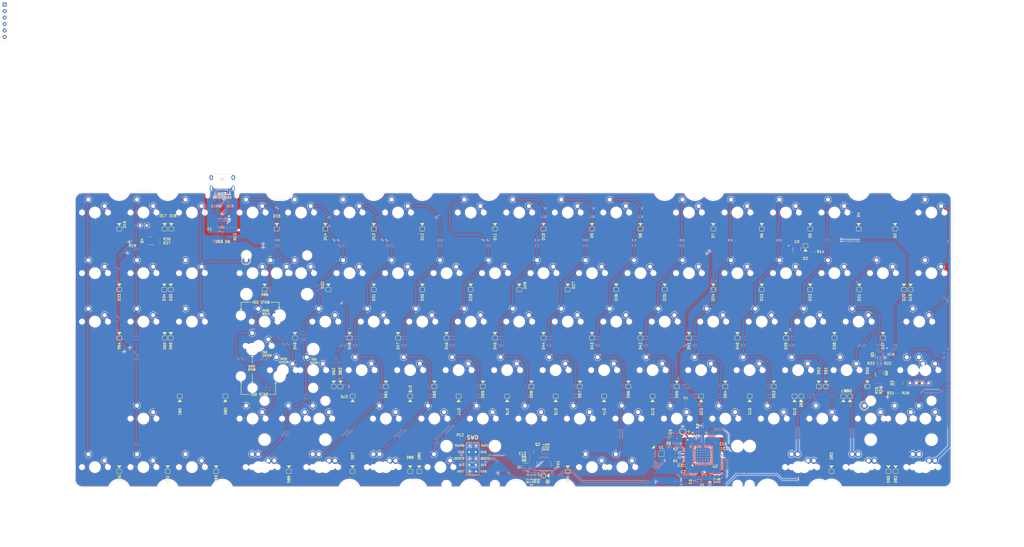
<source format=kicad_pcb>
(kicad_pcb (version 20241229) (generator "pcbnew") (generator_version "9.0")
  (title_block (title "Athena PCB layout") (date "2023-08-11") (rev "V3.1.0") (company "Designed by Gondolindrim") (comment 1 "For the Acheron Project"))
  (layers (0 "F.Cu" jumper) (2 "B.Cu" jumper) (13 "F.Paste" user) (15 "B.Paste" user) (5 "F.SilkS" user "F.Silkscreen") (7 "B.SilkS" user "B.Silkscreen") (1 "F.Mask" user) (3 "B.Mask" user) (25 "Edge.Cuts" user))
  (net 0 "")
  (net 1 "GND")
  (net 2 "3V3")
  (net 3 "5V")
  (net 4 "NRST")
  (net 5 "BOOT0")
  (net 6 "R0")
  (net 7 "R1")
  (net 8 "R2")
  (net 9 "Net-(D1-K)")
  (net 10 "Net-(D1-A)")
  (net 11 "R3")
  (net 12 "Net-(D4-A)")
  (net 13 "Net-(U2-VCAP_1)")
  (net 14 "C15")
  (net 15 "R4")
  (net 16 "C16")
  (net 17 "E-PA0")
  (net 18 "E-PA1")
  (net 19 "Net-(D17-A)")
  (net 20 "Net-(D18-A)")
  (net 21 "Net-(D19-A)")
  (net 22 "Net-(D37-A)")
  (net 23 "Net-(D38-A)")
  (net 24 "Net-(D39-A)")
  (net 25 "Net-(D40-A)")
  (net 26 "Net-(D41-A)")
  (net 27 "Net-(D42-A)")
  (net 28 "Net-(D43-A)")
  (net 29 "Net-(D44-A)")
  (net 30 "Net-(D45-A)")
  (net 31 "Net-(D46-A)")
  (net 32 "Net-(D47-A)")
  (net 33 "VBUS")
  (net 34 "DBUS+")
  (net 35 "DBUS-")
  (net 36 "Net-(D20-A)")
  (net 37 "Net-(D21-A)")
  (net 38 "D-")
  (net 39 "D+")
  (net 40 "Net-(D22-A)")
  (net 41 "C0")
  (net 42 "C1")
  (net 43 "C2")
  (net 44 "C3")
  (net 45 "C4")
  (net 46 "C5")
  (net 47 "C6")
  (net 48 "C7")
  (net 49 "C8")
  (net 50 "C9")
  (net 51 "C10")
  (net 52 "C11")
  (net 53 "C12")
  (net 54 "C13")
  (net 55 "Net-(D23-A)")
  (net 56 "Net-(D24-A)")
  (net 57 "Net-(D25-A)")
  (net 58 "Net-(D26-A)")
  (net 59 "Net-(D27-A)")
  (net 60 "Net-(D28-A)")
  (net 61 "Net-(D29-A)")
  (net 62 "LED_PWM")
  (net 63 "Net-(D30-A)")
  (net 64 "Net-(D31-A)")
  (net 65 "Net-(D32-A)")
  (net 66 "Net-(D33-A)")
  (net 67 "Net-(D36-A)")
  (net 68 "Net-(Q3-D)")
  (net 69 "Net-(D48-A)")
  (net 70 "Net-(D49-A)")
  (net 71 "Net-(D50-A)")
  (net 72 "Net-(D51-A)")
  (net 73 "Net-(D52-A)")
  (net 74 "Net-(D53-A)")
  (net 75 "Net-(D54-A)")
  (net 76 "Net-(D55-A)")
  (net 77 "XTAL_OUT")
  (net 78 "XTAL_IN")
  (net 79 "SDA")
  (net 80 "SCL")
  (net 81 "PA9")
  (net 82 "Net-(D56-A)")
  (net 83 "Net-(D57-A)")
  (net 84 "Net-(D58-A)")
  (net 85 "Net-(D59-A)")
  (net 86 "CAPS_INDICATOR")
  (net 87 "PB2{slash}BOOT1")
  (net 88 "SWDIO")
  (net 89 "Net-(D60-A)")
  (net 90 "Net-(D61-A)")
  (net 91 "Net-(D62-A)")
  (net 92 "Net-(D63-A)")
  (net 95 "Net-(J2-CC2)")
  (net 96 "Net-(J2-CC1)")
  (net 97 "Net-(LED1-PadA)")
  (net 98 "Net-(LED3-PadA)")
  (net 99 "Net-(Q4-D)")
  (net 100 "Net-(Q5-G)")
  (net 101 "Net-(D64-A)")
  (net 102 "Net-(D65-A)")
  (net 103 "Net-(D66-A)")
  (net 104 "Net-(D67-A)")
  (net 105 "Net-(D68-A)")
  (net 106 "Net-(D69-A)")
  (net 107 "Net-(D70-A)")
  (net 108 "Net-(D71-A)")
  (net 109 "Net-(D72-A)")
  (net 110 "Net-(D73-A)")
  (net 111 "Net-(D74-A)")
  (net 112 "Net-(D75-A)")
  (net 113 "Net-(D76-A)")
  (net 114 "Net-(D77-A)")
  (net 115 "Net-(D78-A)")
  (net 116 "Net-(D79-A)")
  (net 117 "Net-(D80-A)")
  (net 118 "Net-(D81-A)")
  (net 119 "Net-(D82-A)")
  (net 120 "Net-(D83-A)")
  (net 121 "Net-(D84-A)")
  (net 122 "Net-(D85-A)")
  (net 123 "Net-(D86-A)")
  (net 124 "Net-(D87-A)")
  (net 125 "Net-(D88-A)")
  (net 126 "Net-(D89-A)")
  (net 127 "Net-(D90-A)")
  (net 128 "Net-(D91-A)")
  (net 129 "Net-(D92-A)")
  (net 130 "Net-(D93-A)")
  (net 131 "R5")
  (net 132 "SWCLK")
  (net 133 "Net-(Q6-D)")
  (net 134 "Net-(Q1-G)")
  (net 135 "Net-(Q1-D)")
  (net 136 "Net-(Q2-G)")
  (net 137 "Net-(Q2-D)")
  (net 138 "Net-(Q3-G)")
  (net 139 "Net-(Q6-G)")
  (net 140 "Net-(Q4-G)")
  (net 141 "LED_PWM_OUT")
  (net 142 "C14")
  (net 143 "Net-(D3-A)")
  (net 144 "Net-(D5-A)")
  (net 145 "Net-(D6-A)")
  (net 146 "Net-(D7-A)")
  (net 147 "Net-(D8-A)")
  (net 148 "Net-(D9-A)")
  (net 149 "Net-(D10-A)")
  (net 150 "Net-(D11-A)")
  (net 151 "Net-(D12-A)")
  (net 152 "Net-(D13-A)")
  (net 153 "Net-(D14-A)")
  (net 154 "SCROLL_INDICATOR")
  (net 155 "Net-(D15-A)")
  (net 156 "Net-(D16-A)")
  (net 157 "Net-(D34-A)")
  (net 158 "Net-(D35-A)")
  (net 159 "GND1")
  (net 160 "Net-(U2-PA10)")
  (net 161 "unconnected-(U2-PA6-Pad16)")
  (net 162 "unconnected-(U2-PA5-Pad15)")
  (net 163 "unconnected-(U2-PB3-Pad39)")
  (net 164 "unconnected-(U2-PB9-Pad46)")
  (net 165 "unconnected-(U2-PB12-Pad25)")
  (net 166 "unconnected-(U2-PA7-Pad17)")
  (net 167 "unconnected-(U2-B10-Pad21)")
  (net 168 "unconnected-(U2-PA0-WKUP-Pad10)")
  (net 169 "unconnected-(U2-PB15-Pad28)")
  (net 170 "unconnected-(U2-PA8-Pad29)")
  (net 171 "unconnected-(U2-PB13-Pad26)")
  (net 172 "unconnected-(U2-PA2-Pad12)")
  (net 173 "unconnected-(U2-PB8-Pad45)")
  (net 174 "unconnected-(U2-PB4-Pad40)")
  (net 175 "unconnected-(U2-PC14_OSC32IN-Pad3)")
  (net 176 "unconnected-(U2-PA1-Pad11)")
  (net 177 "unconnected-(U2-PA4-Pad14)")
  (net 178 "unconnected-(U2-PC13-Pad2)")
  (net 179 "unconnected-(U2-PA15-Pad38)")
  (net 180 "unconnected-(U2-PB5-Pad41)")
  (net 181 "unconnected-(U2-PB14-Pad27)")
  (net 182 "unconnected-(U2-PA3-Pad13)")
  (net 183 "unconnected-(U2-PB0-Pad18)")
  (footprint "Resistor_SMD:R_0402_1005Metric" (layer "F.Cu") (at 265.369277 177.805622 180)
    (property "Reference" "R2")
    (property "Value" "4.7k")
  )
  (footprint "acheron_Components:D_SOD-123" (layer "F.Cu") (at 194.469249 88.256999 90)
    (property "Reference" "D11")
    (property "Value" "1N4148W")
  )
  (footprint "acheron_MX_SolderMask:MX100" (layer "F.Cu") (at 213.518749 107.306999)
    (property "Reference" "SW26")
    (property "Value" "MX Switch")
  )
  (footprint "acheron_Components:D_SOD-123" (layer "F.Cu") (at 146.843749 112.069499 90)
    (property "Reference" "D31")
    (property "Value" "1N4148W")
  )
  (footprint "acheron_MX_SolderMask:MX100" (layer "F.Cu") (at 99.218749 107.306999)
    (property "Reference" "SW92")
    (property "Value" "MX Switch")
  )
  (footprint "acheron_Components:D_SOD-123" (layer "F.Cu") (at 321.656249 150.169499 90)
    (property "Reference" "D52")
    (property "Value" "1N4148W")
  )
  (footprint "acheron_MX_SolderMask:MX100" (layer "F.Cu") (at 165.893749 126.356999)
    (property "Reference" "SW46")
    (property "Value" "MX Switch")
  )
  (footprint "acheron_Components:SOT-23" (layer "F.Cu") (at 353.012499 150.456999 90)
    (property "Reference" "Q3")
    (property "Value" "2N7002")
  )
  (footprint "acheron_MX_SolderMask:MX100" (layer "F.Cu") (at 37.306249 183.506999)
    (property "Reference" "SW97")
    (property "Value" "MX Switch")
  )
  (footprint "acheron_Components:D_SOD-123" (layer "F.Cu") (at 280.193749 112.069499 90)
    (property "Reference" "D24")
    (property "Value" "1N4148W")
  )
  (footprint "acheron_MX_SolderMask:MX100" (layer "F.Cu") (at 365.919249 83.494499)
    (property "Reference" "SW2")
    (property "Value" "MX Switch")
  )
  (footprint "acheron_Components:D_SOD-123" (layer "F.Cu") (at 355.093749 112.069499 90)
    (property "Reference" "D20")
    (property "Value" "1N4148W")
  )
  (footprint "acheron_Components:D_SOD-123" (layer "F.Cu") (at 351.631749 88.256999 90)
    (property "Reference" "D3")
    (property "Value" "1N4148W")
  )
  (footprint "Capacitor_SMD:C_0402_1005Metric" (layer "F.Cu") (at 208.813374 186.644997 90)
    (property "Reference" "C12")
    (property "Value" "10u")
  )
  (footprint "acheron_MX_SolderMask:MX125" (layer "F.Cu") (at 339.724999 183.506999)
    (property "Reference" "SW94")
    (property "Value" "MX Switch")
  )
  (footprint "acheron_MX_SolderMask:MX125" (layer "F.Cu") (at 363.537499 183.506999)
    (property "Reference" "SW86")
    (property "Value" "MX Switch")
  )
  (footprint "acheron_MX_SolderMask:MX100" (layer "F.Cu") (at 146.843749 126.356999)
    (property "Reference" "SW47")
    (property "Value" "MX Switch")
  )
  (footprint "Resistor_SMD:R_0402_1005Metric" (layer "F.Cu") (at 344.461998 142.772624 90)
    (property "Reference" "R23")
    (property "Value" "100")
  )
  (footprint "acheron_MX_SolderMask:MX100" (layer "F.Cu") (at 299.243749 126.356999)
    (property "Reference" "SW39")
    (property "Value" "MX Switch")
  )
  (footprint "acheron_Components:D_SOD-123" (layer "F.Cu") (at 333.918749 157.313249 -90)
    (property "Reference" "D68")
    (property "Value" "1N4148W")
  )
  (footprint "acheron_Components:D_SOD-123" (layer "F.Cu") (at 137.318749 131.119499 90)
    (property "Reference" "D48")
    (property "Value" "1N4148W")
  )
  (footprint "Resistor_SMD:R_0402_1005Metric" (layer "F.Cu") (at 352.0625 154.431999 90)
    (property "Reference" "R21")
    (property "Value" "10k")
  )
  (footprint "acheron_MX_SolderMask:MX100" (layer "F.Cu") (at 308.769249 83.494499)
    (property "Reference" "SW4")
    (property "Value" "MX Switch")
  )
  (footprint "acheron_MX_SolderMask:MX100" (layer "F.Cu") (at 161.131249 145.406999)
    (property "Reference" "SW60")
    (property "Value" "MX Switch")
  )
  (footprint "acheron_Components:D_SOD-123" (layer "F.Cu") (at 223.043749 112.069499 90)
    (property "Reference" "D27")
    (property "Value" "1N4148W")
  )
  (footprint "acheron_Components:D_SOD-123" (layer "F.Cu") (at 237.331249 157.313249 -90)
    (property "Reference" "D74")
    (property "Value" "1N4148W")
  )
  (footprint "acheron_Components:SOT-23" (layer "F.Cu") (at 345.411998 139.313622 90)
    (property "Reference" "Q5")
    (property "Value" "AO3401A")
  )
  (footprint "acheron_MX_SolderMask:MX100" (layer "F.Cu") (at 227.806249 164.456999)
    (property "Reference" "SW76")
    (property "Value" "MX Switch")
  )
  (footprint "acheron_Components:D_SOD-123" (layer "F.Cu") (at 327.818749 131.119499 90)
    (property "Reference" "D38")
    (property "Value" "1N4148W")
  )
  (footprint "acheron_MX_SolderMask:MX100" (layer "F.Cu") (at 37.306249 107.306999)
    (property "Reference" "SW34")
    (property "Value" "MX Switch")
  )
  (footprint "acheron_MX_SolderMask:MX100" (layer "F.Cu") (at 37.306249 126.356999)
    (property "Reference" "SW66")
    (property "Value" "MX Switch")
  )
  (footprint "acheron_MX_SolderMask:MX100" (layer "F.Cu") (at 265.906249 164.456999)
    (property "Reference" "SW74")
    (property "Value" "MX Switch")
  )
  (footprint "acheron_Components:D_SOD-123" (layer "F.Cu") (at 213.518749 131.119499 90)
    (property "Reference" "D44")
    (property "Value" "1N4148W")
  )
  (footprint "acheron_MX_SolderMask:MX100" (layer "F.Cu") (at 327.818749 107.306999)
    (property "Reference" "SW20")
    (property "Value" "MX Switch")
  )
  (footprint "acheron_MX_SolderMask:MX100" (layer "F.Cu") (at 246.856249 164.456999)
    (property "Reference" "SW75")
    (property "Value" "MX Switch")
  )
  (footprint "acheron_MX_SolderMask:MX100" (layer "F.Cu") (at 223.044249 83.494499)
    (property "Reference" "SW8")
    (property "Value" "MX Switch")
  )
  (footprint "acheron_Components:D_SOD-123" (layer "F.Cu") (at 88.503124 157.313249 -90)
    (property "Reference" "D80")
    (property "Value" "1N4148W")
  )
  (footprint "acheron_Components:D_SOD-123" (layer "F.Cu") (at 331.318749 157.313249 -90)
    (property "Reference" "D67")
    (property "Value" "1N4148W")
  )
  (footprint "acheron_Components:D_SOD-123" (layer "F.Cu") (at 194.468749 131.119499 90)
    (property "Reference" "D45")
    (property "Value" "1N4148W")
  )
  (footprint "acheron_MX_SolderMask:MX150" (layer "F.Cu") (at 103.981249 126.356999)
    (property "Reference" "SW49")
    (property "Value" "MX Switch")
  )
  (footprint "acheron_MX_SolderMask:MX100" (layer "F.Cu") (at 56.356249 183.506999)
    (property "Reference" "SW96")
    (property "Value" "MX Switch")
  )
  (footprint "acheron_Components:D_SOD-123" (layer "F.Cu") (at 294.481249 157.313249 -90)
    (property "Reference" "D71")
    (property "Value" "1N4148W")
  )
  (footprint "acheron_Components:D_SOD-123" (layer "F.Cu") (at 46.831249 183.506999 90)
    (property "Reference" "D91")
    (property "Value" "1N4148W")
  )
  (footprint "acheron_MX_SolderMask:MX100" (layer "F.Cu") (at 251.618749 107.306999)
    (property "Reference" "SW24")
    (property "Value" "MX Switch")
  )
  (footprint "acheron_MX_SolderMask:MX100" (layer "F.Cu") (at 75.406249 126.356999)
    (property "Reference" "SW64")
    (property "Value" "MX Switch")
  )
  (footprint "acheron_MX_SolderMask:MX625R" (layer "F.Cu") (at 244.474999 183.506999)
    (property "Reference" "SW88")
    (property "Value" "MX Switch")
  )
  (footprint "Resistor_SMD:R_0402_1005Metric" (layer "F.Cu") (at 353.662499 154.431999 90)
    (property "Reference" "R20")
    (property "Value" "100")
  )
  (footprint "acheron_Components:D_SOD-123" (layer "F.Cu") (at 318.294249 88.256999 90)
    (property "Reference" "D5")
    (property "Value" "1N4148W")
  )
  (footprint "acheron_MX_SolderMask:MX100" (layer "F.Cu") (at 99.219249 83.494499)
    (property "Reference" "SW14")
    (property "Value" "MX Switch")
  )
  (footprint "acheron_MX_SolderMask:MX100" (layer "F.Cu") (at 56.356249 83.494499)
    (property "Reference" "SW16")
    (property "Value" "MX Switch")
  )
  (footprint "acheron_Components:D_SOD-123" (layer "F.Cu") (at 161.131249 157.313249 -90)
    (property "Reference" "D78")
    (property "Value" "1N4148W")
  )
  (footprint "acheron_Components:D_SOD-123" (layer "F.Cu") (at 232.569249 88.256999 90)
    (property "Reference" "D9")
    (property "Value" "1N4148W")
  )
  (footprint "acheron_MX_SolderMask:MX150" (layer "F.Cu") (at 151.606249 183.506999)
    (property "Reference" "SW101")
    (property "Value" "MX Switch")
  )
  (footprint "acheron_Components:D_SOD-123" (layer "F.Cu") (at 127.794249 88.256999 90)
    (property "Reference" "D14")
    (property "Value" "1N4148W")
  )
  (footprint "acheron_Connectors:PinHeader_2x5_P2.54mm_Vertical_Staggered" (layer "F.Cu") (at 185.694751 180.131998)
    (property "Reference" "X1" (hide yes))
    (property "Value" "ARM JTAG" (hide yes))
  )
  (footprint "Resistor_SMD:R_0805_2012Metric" (layer "F.Cu") (at 319.619249 98.916373 -90)
    (property "Reference" "R14")
    (property "Value" "100k")
  )
  (footprint "acheron_Components:SOT-23" (layer "F.Cu") (at 58.801248 94.574499 180)
    (property "Reference" "Q4")
    (property "Value" "2N7002")
  )
  (footprint "acheron_Components:SOT-23" (layer "F.Cu") (at 313.019249 97.694499 90)
    (property "Reference" "U3")
    (property "Value" "XC6206")
  )
  (footprint "Resistor_SMD:R_0805_2012Metric" (layer "F.Cu") (at 92.341999 89.477749 90)
    (property "Reference" "R13")
    (property "Value" "100k")
  )
  (footprint "acheron_MX_SolderMask:MX100" (layer "F.Cu") (at 142.081249 145.406999)
    (property "Reference" "SW61")
    (property "Value" "MX Switch")
  )
  (footprint "acheron_Components:D_SOD-123" (layer "F.Cu") (at 337.582374 112.069499 90)
    (property "Reference" "D21")
    (property "Value" "1N4148W")
  )
  (footprint "acheron_MX_SolderMask:MX100" (layer "F.Cu") (at 332.581249 145.406999)
    (property "Reference" "SW51")
    (property "Value" "MX Switch")
  )
  (footprint "acheron_Components:D_SOD-123" (layer "F.Cu") (at 351.840624 183.506999 90)
    (property "Reference" "D82")
    (property "Value" "1N4148W")
  )
  (footprint "acheron_Components:D_SOD-123" (layer "F.Cu") (at 299.243749 112.069499 90)
    (property "Reference" "D23")
    (property "Value" "1N4148W")
  )
  (footprint "acheron_MX_SolderMask:MX100" (layer "F.Cu") (at 137.318749 107.306999)
    (property "Reference" "SW30")
    (property "Value" "MX Switch")
  )
  (footprint "acheron_Components:D_SOD-123" (layer "F.Cu") (at 46.831249 131.119499 90)
    (property "Reference" "D64")
    (property "Value" "1N4148W")
  )
  (footprint "acheron_Components:D_SOD-123" (layer "F.Cu") (at 251.618749 88.256999 90)
    (property "Reference" "D8")
    (property "Value" "1N4148W")
  )
  (footprint "acheron_Components:D_SOD-123" (layer "F.Cu") (at 67.318749 88.256999 90)
    (property "Reference" "D18")
    (property "Value" "1N4148W")
  )
  (footprint "acheron_MX_SolderMask:MX100" (layer "F.Cu") (at 270.668749 107.306999)
    (property "Reference" "SW23")
    (property "Value" "MX Switch")
  )
  (footprint "acheron_MX_SolderMask:MX100" (layer "F.Cu") (at 284.956249 164.456999)
    (property "Reference" "SW73")
    (property "Value" "MX Switch")
  )
  (footprint "acheron_Components:D_SOD-123" (layer "F.Cu") (at 103.981249 112.069499 90)
    (property "Reference" "D88")
    (property "Value" "1N4148W")
  )
  (footprint "acheron_MX_SolderMask:MX275" (layer "F.Cu") (at 115.887499 164.456999)
    (property "Reference" "SW81")
    (property "Value" "MX Switch")
  )
  (footprint "acheron_Components:D_SOD-123" (layer "F.Cu") (at 133.746874 150.169499 90)
    (property "Reference" "D63")
    (property "Value" "1N4148W")
  )
  (footprint "acheron_Components:STM_UFQFPN-48_LQFP-48-1EP_7x7mm_P0.5mm_HandSoldering_ThermalReliefs" (layer "F.Cu") (at 276.119249 178.805622 90)
    (property "Reference" "U2")
    (property "Value" "STM32F411CEU6")
  )
  (footprint "acheron_MX_SolderMask:MX175" (layer "F.Cu") (at 358.774999 145.406999)
    (property "Reference" "SW50")
    (property "Value" "MX Switch")
  )
  (footprint "acheron_MX_SolderMask:MX100" (layer "F.Cu") (at 237.331249 145.406999)
    (property "Reference" "SW56")
    (property "Value" "MX Switch")
  )
  (footprint "acheron_Components:D_SOD-123" (layer "F.Cu") (at 246.856249 150.169499 90)
    (property "Reference" "D56")
    (property "Value" "1N4148W")
  )
  (footprint "acheron_MX_SolderMask:MX100" (layer "F.Cu") (at 180.181249 145.406999)
    (property "Reference" "SW59")
    (property "Value" "MX Switch")
  )
  (footprint "acheron_MX_SolderMask:MX125" (layer "F.Cu") (at 149.224999 183.506999)
    (property "Reference" "SW90")
    (property "Value" "MX Switch")
  )
  (footprint "acheron_Components:D_SOD-123" (layer "F.Cu") (at 357.693749 112.081999 90)
    (property "Reference" "D19")
    (property "Value" "1N4148W")
  )
  (footprint "acheron_Components:D_SOD-123" (layer "F.Cu") (at 326.628124 183.506999 90)
    (property "Reference" "D83")
    (property "Value" "1N4148W")
  )
  (footprint "acheron_Components:D_SOD-123" (layer "F.Cu") (at 84.931249 183.506999 90)
    (property "Reference" "D93")
    (property "Value" "1N4148W")
  )
  (footprint "acheron_Components:D_SOD-123" (layer "F.Cu") (at 64.518749 112.069499 90)
    (property "Reference" "D34")
    (property "Value" "1N4148W")
  )
  (footprint "Capacitor_SMD:C_0402_1005Metric" (layer "F.Cu") (at 282.769277 176.255623 180)
    (property "Reference" "C11")
    (property "Value" "4.7u")
  )
  (footprint "Fuse:Fuse_1206_3216Metric" (layer "F.Cu") (at 85.994249 90.094499)
    (property "Reference" "F1")
    (property "Value" "nSMD100-16V")
  )
  (footprint "acheron_Components:D_SOD-123" (layer "F.Cu") (at 318.293749 112.069499 90)
    (property "Reference" "D22")
    (property "Value" "1N4148W")
  )
  (footprint "acheron_MX_SolderMask:MX100" (layer "F.Cu") (at 37.306249 83.494499)
    (property "Reference" "SW17")
    (property "Value" "MX Switch")
  )
  (footprint "acheron_MX_SolderMask:MX100" (layer "F.Cu") (at 199.231249 145.406999)
    (property "Reference" "SW58")
    (property "Value" "MX Switch")
  )
  (footprint "acheron_Components:D_SOD-123" (layer "F.Cu") (at 46.831249 88.256999 90)
    (property "Reference" "D16")
    (property "Value" "1N4148W")
  )
  (footprint "Capacitor_SMD:C_0402_1005Metric" (layer "F.Cu") (at 272.119249 172.805622 -90)
    (property "Reference" "C4")
    (property "Value" "100n")
  )
  (footprint "Capacitor_SMD:C_0402_1005Metric" (layer "F.Cu") (at 272.706749 188.885622 -90)
    (property "Reference" "C9")
    (property "Value" "15p")
  )
  (footprint "acheron_Components:D_SOD-123" (layer "F.Cu") (at 299.244249 88.256999 90)
    (property "Reference" "D6")
    (property "Value" "1N4148W")
  )
  (footprint "acheron_Components:D_SOD-123" (layer "F.Cu") (at 180.181249 157.313249 -90)
    (property "Reference" "D77")
    (property "Value" "1N4148W")
  )
  (footprint "acheron_MX_SolderMask:MX100" (layer "F.Cu") (at 342.106249 164.456999)
    (property "Reference" "SW70")
    (property "Value" "MX Switch")
  )
  (footprint "acheron_MX_SolderMask:MX100" (layer "F.Cu") (at 242.093749 126.356999)
    (property "Reference" "SW42")
    (property "Value" "MX Switch")
  )
  (footprint "acheron_Components:D_SOD-123" (layer "F.Cu") (at 346.868749 131.119499 90)
    (property "Reference" "D37")
    (property "Value" "1N4148W")
  )
  (footprint "acheron_MX_SolderMask:MX100" (layer "F.Cu") (at 365.918749 107.306999)
    (property "Reference" "SW18")
    (property "Value" "MX Switch")
  )
  (footprint "acheron_Components:D_SOD-123" (layer "F.Cu") (at 256.381249 157.313249 -90)
    (property "Reference" "D73")
    (property "Value" "1N4148W")
  )
  (footprint "acheron_MX_SolderMask:MX125" (layer "F.Cu") (at 363.537499 145.406999)
    (property "Reference" "SW67")
    (property "Value" "MX Switch")
  )
  (footprint "acheron_Components:D_SOD-123" (layer "F.Cu") (at 324.456249 150.169499 90)
    (property "Reference" "D51")
    (property "Value" "1N4148W")
  )
  (footprint "acheron_MX_SolderMask:MX100" (layer "F.Cu") (at 56.356249 107.306999)
    (property "Reference" "SW33")
    (property "Value" "MX Switch")
  )
  (footprint "acheron_Components:TSSOP-8_4.4x3mm_P0.65mm" (layer "F.Cu") (at 259.769277 178.155622)
    (property "Reference" "U1")
    (property "Value" "BL24C256A-SFRC")
  )
  (footprint "acheron_MX_SolderMask:MX100" (layer "F.Cu") (at 323.056249 164.456999)
    (property "Reference" "SW71")
    (property "Value" "MX Switch")
  )
  (footprint "acheron_Components:D_SOD-123" (layer "F.Cu") (at 67.118749 112.069499 90)
    (property "Reference" "D35")
    (property "Value" "1N4148W")
  )
  (footprint "acheron_MX_SolderMask:MX100" (layer "F.Cu") (at 75.406249 183.506999)
    (property "Reference" "SW95")
    (property "Value" "MX Switch")
  )
  (footprint "acheron_MX_SolderMask:MX100" (layer "F.Cu") (at 118.269249 83.494499)
    (property "Reference" "SW13")
    (property "Value" "MX Switch")
  )
  (footprint "acheron_Components:D_SOD-123" (layer "F.Cu") (at 64.690624 88.256999 90)
    (property "Reference" "D17")
    (property "Value" "1N4148W")
  )
  (footprint "acheron_Components:D_SOD-123" (layer "F.Cu") (at 113.506249 183.506999 90)
    (property "Reference" "D89")
    (property "Value" "1N4148W")
  )
  (footprint "acheron_Components:D_SOD-123" (layer "F.Cu") (at 199.231249 157.313249 -90)
    (property "Reference" "D76")
    (property "Value" "1N4148W")
  )
  (footprint "acheron_MX_SolderMask:MX100" (layer "F.Cu") (at 223.043749 126.356999)
    (property "Reference" "SW43")
    (property "Value" "MX Switch")
  )
  (footprint "acheron_MX_SolderMask:MX125" (layer "F.Cu") (at 101.599999 183.506999)
    (property "Reference" "SW93")
    (property "Value" "MX Switch")
  )
  (footprint "acheron_MX_SolderMask:MX700R" (layer "F.Cu") (at 232.568749 183.506999)
    (property "Reference" "SW100")
    (property "Value" "MX Switch")
  )
  (footprint "acheron_Components:D_SOD-123" (layer "F.Cu") (at 308.768749 131.119499 90)
    (property "Reference" "D39")
    (property "Value" "1N4148W")
  )
  (footprint "acheron_MX_SolderMask:MX100" (layer "F.Cu") (at 270.669249 83.494499)
    (property "Reference" "SW6")
    (property "Value" "MX Switch")
  )
  (footprint "acheron_MX_SolderMask:MX100" (layer "F.Cu") (at 289.718749 107.306999)
    (property "Reference" "SW22")
    (property "Value" "MX Switch")
  )
  (footprint "acheron_Components:CP_EIA-3216-10_Kemet-I_Pad1.58x1.35mm_HandSolder" (layer "F.Cu") (at 266.739874 169.579372 180)
    (property "Reference" "C5")
    (property "Value" "10u")
  )
  (footprint "Resistor_SMD:R_0402_1005Metric" (layer "F.Cu") (at 269.419249 157.578873)
    (property "Reference" "R4")
    (property "Value" "51K")
  )
  (footprint "acheron_Components:D_SOD-123" (layer "F.Cu") (at 280.194249 88.256999 90)
    (property "Reference" "D7")
    (property "Value" "1N4148W")
  )
  (footprint "Capacitor_SMD:C_0402_1005Metric" (layer "F.Cu") (at 270.619249 185.405622 180)
    (property "Reference" "C2")
    (property "Value" "100n")
  )
  (footprint "Capacitor_SMD:C_0402_1005Metric" (layer "F.Cu") (at 262.769277 175.455623 180)
    (property "Reference" "C1")
    (property "Value" "100n")
  )
  (footprint "acheron_MX_SolderMask:MX100" (layer "F.Cu") (at 261.143749 126.356999)
    (property "Reference" "SW41")
    (property "Value" "MX Switch")
  )
  (footprint "acheron_Components:D_SOD-123" (layer "F.Cu") (at 223.043749 183.506999 90)
    (property "Reference" "D84")
    (property "Value" "1N4148W")
  )
  (footprint "acheron_Components:D_SOD-123" (layer "F.Cu") (at 64.690624 131.119499 90)
    (property "Reference" "D65")
    (property "Value" "1N4148W")
  )
  (footprint "acheron_Components:D_SOD-123" (layer "F.Cu") (at 138.509374 183.506999 90)
    (property "Reference" "D87")
    (property "Value" "1N4148W")
  )
  (footprint "acheron_MX_SolderMask:MX100" (layer "F.Cu") (at 137.319249 83.494499)
    (property "Reference" "SW12")
    (property "Value" "MX Switch")
  )
  (footprint "acheron_MX_SolderMask:MX100" (layer "F.Cu") (at 56.356249 126.356999)
    (property "Reference" "SW65")
    (property "Value" "MX Switch")
  )
  (footprint "acheron_MX_SolderMask:MX100" (layer "F.Cu") (at 189.706249 164.456999)
    (property "Reference" "SW78")
    (property "Value" "MX Switch")
  )
  (footprint "acheron_Components:D_SOD-123" (layer "F.Cu") (at 218.281249 157.313249 -90)
    (property "Reference" "D75")
    (property "Value" "1N4148W")
  )
  (footprint "Capacitor_SMD:C_0402_1005Metric" (layer "F.Cu") (at 278.906749 187.685622 -90)
    (property "Reference" "C8")
    (property "Value" "15p")
  )
  (footprint "acheron_MX_SolderMask:MX100" (layer "F.Cu") (at 294.481249 145.406999)
    (property "Reference" "SW53")
    (property "Value" "MX Switch")
  )
  (footprint "acheron_Components:Crystal_SMD_3225-4Pin_3.2x2.5mm" (layer "F.Cu") (at 275.806749 188.055622 180)
    (property "Reference" "Y1")
    (property "Value" "7325-0800A2010-00")
  )
  (footprint "acheron_Components:D_SOD-123" (layer "F.Cu") (at 349.040624 183.506999 90)
    (property "Reference" "D90")
    (property "Value" "1N4148W")
  )
  (footprint "Resistor_SMD:R_0402_1005Metric" (layer "F.Cu") (at 210.213374 186.614998 90)
    (property "Reference" "R6")
    (property "Value" "1M")
  )
  (footprint "acheron_MX_SolderMask:MX100" (layer "F.Cu") (at 170.656249 164.456999)
    (property "Reference" "SW79")
    (property "Value" "MX Switch")
  )
  (footprint "acheron_Hardware:K2-1187SQ-A4SW-06" (layer "F.Cu") (at 213.713374 182.364997)
    (property "Reference" "SW1")
    (property "Value" "K2-1187SQ-A4SW-06")
  )
  (footprint "acheron_MX_SolderMask:MX100" (layer "F.Cu") (at 232.568749 107.306999)
    (property "Reference" "SW25")
    (property "Value" "MX Switch")
  )
  (footprint "Resistor_SMD:R_0402_1005Metric" (layer "F.Cu") (at 207.413374 186.614998 -90)
    (property "Reference" "R7")
    (property "Value" "10k")
  )
  (footprint "acheron_Components:D_SOD-123" (layer "F.Cu") (at 289.718749 131.119499 90)
    (property "Reference" "D40")
    (property "Value" "1N4148W")
  )
  (footprint "acheron_MX_SolderMask:MX125" (layer "F.Cu") (at 315.912499 183.506999)
    (property "Reference" "SW87")
    (property "Value" "MX Switch")
  )
  (footprint "acheron_MX_SolderMask:MX125" (layer "F.Cu") (at 173.037499 183.506999)
    (property "Reference" "SW89")
    (property "Value" "MX Switch")
  )
  (footprint "acheron_Components:D_SOD-123" (layer "F.Cu") (at 232.568749 131.119499 90)
    (property "Reference" "D43")
    (property "Value" "1N4148W")
  )
  (footprint "acheron_Components:D_SOD-123" (layer "F.Cu") (at 316.419249 98.178873 -90)
    (property "Reference" "D2")
    (property "Value" "B5819W-SL")
  )
  (footprint "acheron_MX_SolderMask:MX100" (layer "F.Cu") (at 156.368749 107.306999)
    (property "Reference" "SW29")
    (property "Value" "MX Switch")
  )
  (footprint "acheron_Components:SOT-23" (layer "F.Cu") (at 211.238374 177.374997 -90)
    (property "Reference" "Q2")
    (property "Value" "2N7002")
  )
  (footprint "acheron_MX_SolderMask:MX100" (layer "F.Cu") (at 256.381249 145.406999)
    (property "Reference" "SW55")
    (property "Value" "MX Switch")
  )
  (footprint "Capacitor_SMD:C_0402_1005Metric" (layer "F.Cu") (at 282.419249 186.485622 -90)
    (property "Reference" "C6")
    (property "Value" "1u")
  )
  (footprint "Resistor_SMD:R_0402_1005Metric" (layer "F.Cu") (at 274.11925 169.655624 90)
    (property "Reference" "R3")
    (property "Value" "1.5k")
  )
  (footprint "Capacitor_SMD:C_0402_1005Metric" (layer "F.Cu") (at 269.319249 182.805622 180)
    (property "Reference" "C3")
    (property "Value" "100n")
  )
  (footprint "Resistor_SMD:R_0402_1005Metric" (layer "F.Cu") (at 211.613374 186.614998 90)
    (property "Reference" "R5")
    (property "Value" "330k")
  )
  (footprint "acheron_MX_SolderMask:MX100" (layer "F.Cu") (at 304.006249 164.456999)
    (property "Reference" "SW72")
    (property "Value" "MX Switch")
  )
  (footprint "acheron_Components:D_SOD-123" (layer "F.Cu") (at 115.887499 131.119499 90)
    (property "Reference" "D49")
    (property "Value" "1N4148W")
  )
  (footprint "acheron_MX_SolderMask:MX125" (layer "F.Cu") (at 125.412499 183.506999)
    (property "Reference" "SW91")
    (property "Value" "MX Switch")
  )
  (footprint "acheron_Components:D_SOD-123" (layer "F.Cu") (at 67.071874 131.119499 90)
    (property "Reference" "D66")
    (property "Value" "1N4148W")
  )
  (footprint "acheron_Components:D_SOD-123" (layer "F.Cu") (at 46.831249 112.069499 90)
    (property "Reference" "D33")
    (property "Value" "1N4148W")
  )
  (footprint "Resistor_SMD:R_0402_1005Metric" (layer "F.Cu") (at 52.011998 94.574499 -90)
    (property "Reference" "R19")
    (property "Value" "1k")
  )
  (footprint "acheron_Components:LED_THT_2.54mm" (layer "F.Cu") (at 363.537499 150.486999)
    (property "Reference" "LED2")
    (property "Value" "LED" (hide yes))
  )
  (footprint "acheron_MX_SolderMask:MX100" (layer "F.Cu") (at 208.756249 164.456999)
    (property "Reference" "SW77")
    (property "Value" "MX Switch")
  )
  (footprint "acheron_MX_SolderMask:MX200" (layer "F.Cu") (at 108.743749 107.306999)
    (property "Reference" "SW31")
    (property "Value" "MX Switch")
  )
  (footprint "acheron_Components:SOT-23" (layer "F.Cu") (at 207.213374 183.524997)
    (property "Reference" "Q1")
    (property "Value" "2N7002")
  )
  (footprint "acheron_Components:D_SOD-123" (layer "F.Cu") (at 203.993749 112.069499 90)
    (property "Reference" "D28")
    (property "Value" "1N4148W")
  )
  (footprint "acheron_MX_SolderMask:MX100" (layer "F.Cu") (at 184.944249 83.494499)
    (property "Reference" "SW10")
    (property "Value" "MX Switch")
  )
  (footprint "acheron_Components:D_SOD-123" (layer "F.Cu") (at 251.618749 131.119499 90)
    (property "Reference" "D42")
    (property "Value" "1N4148W")
  )
  (footprint "acheron_Components:D_SOD-123" (layer "F.Cu") (at 284.956249 150.169499 90)
    (property "Reference" "D54")
    (property "Value" "1N4148W")
  )
  (footprint "Capacitor_SMD:C_0805_2012Metric" (layer "F.Cu") (at 89.941999 89.440249 90)
    (property "Reference" "C14")
    (property "Value" "1u")
  )
  (footprint "acheron_MX_SolderMask:MX100" (layer "F.Cu") (at 337.343749 183.506999)
    (property "Reference" "SW104")
    (property "Value" "MX Switch")
  )
  (footprint "acheron_MX_SolderMask:MX100" (layer "F.Cu") (at 99.218749 164.456999)
    (property "Reference" "SW82")
    (property "Value" "MX Switch")
  )
  (footprint "acheron_Connectors:PinHeader_1x6_P2.54mm_Vertical" (layer "F.Cu") (at 1.828 8.178)
    (property "Reference" "J1" (hide yes))
    (property "Value" "EXTRA_PINS" (hide yes))
  )
  (footprint "acheron_MX_SolderMask:MX_ISOEnter" (layer "F.Cu") (at 101.599999 135.881999)
    (property "Reference" "SW68")
    (property "Value" "MX Switch")
  )
  (footprint "acheron_MX_SolderMask:MX150" (layer "F.Cu") (at 313.531249 183.506999)
    (property "Reference" "SW99")
    (property "Value" "MX Switch")
  )
  (footprint "Capacitor_SMD:C_0402_1005Metric" (layer "F.Cu") (at 208.098376 178.174997)
    (property "Reference" "C13")
    (property "Value" "100n")
  )
  (footprint "acheron_Components:D_SOD-123" (layer "F.Cu") (at 208.756249 150.169499 90)
    (property "Reference" "D58")
    (property "Value" "1N4148W")
  )
  (footprint "Resistor_SMD:R_0402_1005Metric" (layer "F.Cu") (at 265.369277 179.805622 180)
    (property "Reference" "R1")
    (property "Value" "4.7k")
  )
  (footprint "acheron_Components:D_SOD-123" (layer "F.Cu") (at 189.706249 150.169499 90)
    (property "Reference" "D59")
    (property "Value" "1N4148W")
  )
  (footprint "acheron_MX_SolderMask:MX100" (layer "F.Cu") (at 151.606249 164.456999)
    (property "Reference" "SW80")
    (property "Value" "MX Switch")
  )
  (footprint "acheron_MX_SolderMask:MX100" (layer "F.Cu") (at 337.343749 126.356999)
    (property "Reference" "SW37")
    (property "Value" "MX Switch")
  )
  (footprint "acheron_Components:D_SOD-123" (layer "F.Cu") (at 161.131249 183.506999 90)
    (property "Reference" "D86")
    (property "Value" "1N4148W")
  )
  (footprint "Resistor_SMD:R_0402_1005Metric" (layer "F.Cu") (at 346.361998 142.772623 90)
    (property "Reference" "R22")
    (property "Value" "10k")
  )
  (footprint "acheron_Components:D_SOD-123" (layer "F.Cu") (at 165.894249 88.256999 90)
    (property "Reference" "D12")
    (property "Value" "1N4148W")
  )
  (footprint "acheron_Components:D_SOD-123" (layer "F.Cu") (at 184.943749 112.069499 90)
    (property "Reference" "D29")
    (property "Value" "1N4148W")
  )
  (footprint "acheron_Components:D_SOD-123" (layer "F.Cu") (at 314.721874 157.313249 -90)
    (property "Reference" "D69")
    (property "Value" "1N4148W")
  )
  (footprint "acheron_MX_SolderMask:MX100" (layer "F.Cu") (at 346.868749 107.306999)
    (property "Reference" "SW19")
    (property "Value" "MX Switch")
  )
  (footprint "acheron_Components:D_SOD-123" (layer "F.Cu") (at 304.006249 150.169499 90)
    (property "Reference" "D53")
    (property "Value" "1N4148W")
  )
  (footprint "Capacitor_SMD:C_0402_1005Metric" (layer "F.Cu") (at 281.349248 174.455623 180)
    (property "Reference" "C10")
    (property "Value" "100n")
  )
  (footprint "acheron_Components:D_SOD-123" (layer "F.Cu") (at 164.703124 183.506999 90)
    (property "Reference" "D85")
    (property "Value" "1N4148W")
  )
  (footprint "acheron_Components:D_SOD-123" (layer "F.Cu") (at 265.906249 150.169499 90)
    (property "Reference" "D55")
    (property "Value" "1N4148W")
  )
  (footprint "acheron_MX_SolderMask:MX100" (layer "F.Cu") (at 56.356249 164.456999)
    (property "Reference" "SW83")
    (property "Value" "MX Switch")
  )
  (footprint "Resistor_SMD:R_0402_1005Metric" (layer "F.Cu") (at 346.062498 150.572623 90)
    (property "Reference" "R24")
    (property "Value" "100")
  )
  (footprint "acheron_MX_SolderMask:MX100" (layer "F.Cu") (at 156.369249 83.494499)
    (property "Reference" "SW11")
    (property "Value" "MX Switch")
  )
  (footprint "acheron_MX_SolderMask:MX100" (layer "F.Cu") (at 203.993749 126.356999)
    (property "Reference" "SW44")
    (property "Value" "MX Switch")
  )
  (footprint "acheron_MX_SolderMask:MX150" (layer "F.Cu") (at 361.156249 183.506999)
    (property "Reference" "SW98")
    (property "Value" "MX Switch")
  )
  (footprint "acheron_Components:D_SOD-123" (layer "F.Cu") (at 131.118749 150.169499 90)
    (property "Reference" "D62")
    (property "Value" "1N4148W")
  )
  (footprint "Resistor_SMD:R_0402_1005Metric" (layer "F.Cu") (at 350.011998 138.138623 180)
    (property "Reference" "R18")
    (property "Value" "1k")
  )
  (footprint "acheron_Components:D_SOD-123" (layer "F.Cu") (at 275.431249 157.313249 -90)
    (property "Reference" "D72")
    (property "Value" "1N4148W")
  )
  (footprint "acheron_Components:D_SOD-123" (layer "F.Cu") (at 340.77625 150.169499 90)
    (property "Reference" "D50")
    (property "Value" "1N4148W")
  )
  (footprint "acheron_Components:D_SOD-123" (layer "F.Cu") (at 128.984374 112.069499 90)
    (property "Reference" "D32")
    (property "Value" "1N4148W")
  )
  (footprint "Resistor_SMD:R_0402_1005Metric" (layer "F.Cu") (at 213.838374 178.374997 90)
    (property "Reference" "R11")
    (property "Value" "10k")
  )
  (footprint "acheron_MX_SolderMask:MX100" (layer "F.Cu") (at 118.268749 107.306999)
    (property "Reference" "SW35")
    (property "Value" "MX Switch")
  )
  (footprint "acheron_Components:D_SOD-123" (layer "F.Cu") (at 146.844249 88.256999 90)
    (property "Reference" "D13")
    (property "Value" "1N4148W")
  )
  (footprint "acheron_MX_SolderMask:MX100" (layer "F.Cu") (at 175.418749 107.306999)
    (property "Reference" "SW28")
    (property "Value" "MX Switch")
  )
  (footprint "acheron_MX_SolderMask:MX100" (layer "F.Cu") (at 203.994249 83.494499)
    (property "Reference" "SW9")
    (property "Value" "MX Switch")
  )
  (footprint "acheron_Components:D_SOD-123" (layer "F.Cu") (at 70.643749 157.313249 -90)
    (property "Reference" "D81")
    (property "Value" "1N4148W")
  )
  (footprint "acheron_MX_SolderMask:MX100" (layer "F.Cu") (at 127.793749 183.506999)
    (property "Reference" "SW102")
    (property "Value" "MX Switch")
  )
  (footprint "acheron_MX_SolderMask:MX100" (layer "F.Cu") (at 184.943749 126.356999)
    (property "Reference" "SW45")
    (property "Value" "MX Switch")
  )
  (footprint "acheron_MX_SolderMask:MX225" (layer "F.Cu") (at 354.012499 164.456999)
    (property "Reference" "SW69")
    (property "Value" "MX Switch")
  )
  (footprint "acheron_MX_SolderMask:MX100" (layer "F.Cu") (at 313.531249 145.406999)
    (property "Reference" "SW52")
    (property "Value" "MX Switch")
  )
  (footprint "Resistor_SMD:R_0402_1005Metric" (layer "F.Cu") (at 62.776248 93.924499 180)
    (property "Reference" "R26")
    (property "Value" "100")
  )
  (footprint "acheron_MX_SolderMask:MX100" (layer "F.Cu") (at 275.431249 145.406999)
    (property "Reference" "SW54")
    (property "Value" "MX Switch")
  )
  (footprint "acheron_MX_SolderMask:MX100" (layer "F.Cu") (at 327.819249 83.494499)
    (property "Reference" "SW3")
    (property "Value" "MX Switch")
  )
  (footprint "Resistor_SMD:R_0402_1005Metric" (layer "F.Cu") (at 344.4625 150.572623 90)
    (property "Reference" "R25")
    (property "Value" "10k")
  )
  (footprint "acheron_Components:D_SOD-123" (layer "F.Cu") (at 270.668749 131.119499 90)
    (property "Reference" "D41")
    (property "Value" "1N4148W")
  )
  (footprint "acheron_MX_SolderMask:MX100" (layer "F.Cu") (at 289.719249 83.494499)
    (property "Reference" "SW5")
    (property "Value" "MX Switch")
  )
  (footprint "acheron_MX_SolderMask:MX100" (layer "F.Cu") (at 308.768749 107.306999)
    (property "Reference" "SW21")
    (property "Value" "MX Switch")
  )
  (footprint "acheron_Components:D_SOD-123" (layer "F.Cu") (at 170.656249 150.169499 90)
    (property "Reference" "D60")
    (property "Value" "1N4148W")
  )
  (footprint "acheron_MX_SolderMask:MX125" (layer "F.Cu") (at 363.537499 164.456999)
    (property "Reference" "SW85")
    (property "Value" "MX Switch")
  )
  (footprint "acheron_MX_SolderMask:MX100" (layer "F.Cu") (at 242.094749 83.494499)
    (property "Reference" "SW7")
    (property "Value" "MX Switch")
  )
  (footprint "acheron_Components:D_SOD-123" (layer "F.Cu") (at 175.418749 131.119499 90)
    (property "Reference" "D46")
    (property "Value" "1N4148W")
  )
  (footprint "acheron_Components:LED_THT_2.54mm" (layer "F.Cu") (at 56.356249 88.574499)
    (property "Reference" "LED3")
    (property "Value" "LED" (hide yes))
  )
  (footprint "acheron_MX_SolderMask:MX150" (layer "F.Cu") (at 361.156249 126.356999)
    (property "Reference" "SW36")
    (property "Value" "MX Switch")
  )
  (footprint "acheron_MX_SolderMask:MX100" (layer "F.Cu") (at 75.406249 107.306999)
    (property "Reference" "SW32")
    (property "Value" "MX Switch")
  )
  (footprint "acheron_MX_SolderMask:MX100" (layer "F.Cu") (at 194.468749 107.306999)
    (property "Reference" "SW27")
    (property "Value" "MX Switch")
  )
  (footprint "acheron_Components:D_SOD-123" (layer "F.Cu") (at 165.893749 112.069499 90)
    (property "Reference" "D30")
    (property "Value" "1N4148W")
  )
  (footprint "acheron_Components:D_SOD-123" (layer "F.Cu") (at 108.744249 88.256999 90)
    (property "Reference" "D15")
    (property "Value" "1N4148W")
  )
  (footprint "acheron_MX_SolderMask:MX100" (layer "F.Cu") (at 127.793749 126.356999)
    (property "Reference" "SW48")
    (property "Value" "MX Switch")
  )
  (footprint "acheron_MX_SolderMask:MX225R" (layer "F.Cu") (at 111.124999 145.406999)
    (property "Reference" "SW63")
    (property "Value" "MX Switch")
  )
  (footprint "acheron_MX_SolderMask:MX100" (layer "F.Cu") (at 218.281249 145.406999)
    (property "Reference" "SW57")
    (property "Value" "MX Switch")
  )
  (footprint "acheron_MX_SolderMask:MX100" (layer "F.Cu") (at 123.031249 145.406999)
    (property "Reference" "SW62")
    (property "Value" "MX Switch")
  )
  (footprint "acheron_Components:D_SOD-123" (layer "F.Cu") (at 312.118749 157.313249 -90)
    (property "Reference" "D70")
    (property "Value" "1N4148W")
  )
  (footprint "Capacitor_SMD:C_0402_1005Metric" (layer "F.Cu") (at 280.919249 186.485622 -90)
    (property "Reference" "C7")
    (property "Value" "10n")
  )
  (footprint "acheron_MX_SolderMask:MX100" (layer "F.Cu") (at 318.293749 126.356999)
    (property "Reference" "SW38")
    (property "Value" "MX Switch")
  )
  (footprint "acheron_Components:SOT-23" (layer "F.Cu") (at 345.412499 146.597624 90)
    (property "Reference" "Q6")
    (property "Value" "2N7002")
  )
  (footprint "Resistor_SMD:R_0402_1005Metric" (layer "F.Cu") (at 62.776248 95.524499 180)
    (property "Reference" "R27")
    (property "Value" "10k")
  )
  (footprint "acheron_Components:LED_THT_2.54mm" (layer "F.Cu") (at 358.774999 150.486999 180)
    (property "Reference" "LED1")
    (property "Value" "LED" (hide yes))
  )
  (footprint "acheron_Components:D_SOD-123" (layer "F.Cu") (at 138.509374 157.313249 -90)
    (property "Reference" "D79")
    (property "Value" "1N4148W")
  )
  (footprint "acheron_Components:D_SOD-123" (layer "F.Cu") (at 242.093749 112.069499 90)
    (property "Reference" "D26")
    (property "Value" "1N4148W")
  )
  (footprint "Resistor_SMD:R_0402_1005Metric" (layer "F.Cu") (at 180.778876 172.291373)
    (property "Reference" "R12")
    (property "Value" "10k")
  )
  (footprint "acheron_Components:D_SOD-123" (layer "F.Cu") (at 156.368749 131.119499 90)
    (property "Reference" "D47")
    (property "Value" "1N4148W")
  )
  (footprint "acheron_MX_SolderMask:MX100" (layer "F.Cu") (at 280.193749 126.356999)
    (property "Reference" "SW40")
    (property "Value" "MX Switch")
  )
  (footprint "acheron_Components:D_SOD-123" (layer "F.Cu") (at 213.518749 88.256999 90)
    (property "Reference" "D10")
    (property "Value" "1N4148W")
  )
  (footprint "acheron_Components:D_SOD-123" (layer "F.Cu") (at 151.606249 150.169499 90)
    (property "Reference" "D61")
    (property "Value" "1N4148W")
  )
  (footprint "Resistor_SMD:R_0402_1005Metric" (layer "F.Cu") (at 208.128375 180.924997 180)
    (property "Reference" "R8")
    (property "Value" "100R")
  )
  (footprint "acheron_Components:D_SOD-123" (layer "F.Cu") (at 215.163374 186.814998)
    (property "Reference" "D1")
    (property "Value" "1N4148W")
  )
  (footprint "acheron_Components:D_SOD-123" (layer "F.Cu") (at 227.806249 150.169499 90)
    (property "Reference" "D57")
    (property "Value" "1N4148W")
  )
  (footprint "acheron_MX_SolderMask:MX150" (layer "F.Cu") (at 103.981249 183.506999)
    (property "Reference" "SW103")
    (property "Value" "MX Switch")
  )
  (footprint "acheron_MX_SolderMask:MX100" (layer "F.Cu") (at 75.406249 83.494499)
    (property "Reference" "SW15")
    (property "Value" "MX Switch")
  )
  (footprint "acheron_MX_SolderMask:MX175" (layer "F.Cu") (at 125.412499 164.456999)
    (property "Reference" "SW84")
    (property "Value" "MX Switch")
  )
  (footprint "Resistor_SMD:R_0402_1005Metric" (layer "F.Cu") (at 215.238374 178.374997 -90)
    (property "Reference" "R10")
    (property "Value" "100R")
  )
  (footprint "Resistor_SMD:R_0402_1005Metric" (layer "F.Cu") (at 208.128375 179.574997 180)
    (property "Reference" "R9")
    (property "Value" "100R")
  )
  (footprint "acheron_Components:D_SOD-123" (layer "F.Cu") (at 337.344249 88.256999 90)
    (property "Reference" "D4")
    (property "Value" "1N4148W")
  )
  (footprint "acheron_Components:D_SOD-123" (layer "F.Cu") (at 65.881249 183.506999 90)
    (property "Reference" "D92")
    (property "Value" "1N4148W")
  )
  (footprint "acheron_Components:D_SOD-123" (layer "F.Cu") (at 261.143749 112.069499 90)
    (property "Reference" "D25")
    (property "Value" "1N4148W")
  )
  (footprint "Resistor_SMD:R_0805_2012Metric" (layer "B.Cu") (at 84.913249 91.87 -90)
    (property "Reference" "R17")
    (property "Value" "0R")
  )
  (footprint "acheron_Connectors:TYPE-C-31-M-12" (layer "B.Cu") (at 87.313249 75.47)
    (property "Reference" "J2")
    (property "Value" "TYPE-C-31-M-12")
  )
  (footprint "acheron_Components:SOT-23-6" (layer "B.Cu") (at 87.313247 86.424999 90)
    (property "Reference" "U4")
    (property "Value" "USBLC6-2SC6")
  )
  (footprint "Resistor_SMD:R_0402_1005Metric" (layer "B.Cu") (at 84.278124 82.979999 90)
    (property "Reference" "R15")
    (property "Value" "5.1k" (hide yes))
  )
  (footprint "Resistor_SMD:R_0402_1005Metric" (layer "B.Cu") (at 90.418999 82.979999 -90)
    (property "Reference" "R16")
    (property "Value" "5.1k")
  )
  (gr_line (start 99.112499 146.559499) (end 99.112499 150.359499) (stroke (width 0.2)) (layer "F.SilkS"))
  (gr_line (start 99.112499 150.359499) (end 98.712499 149.959499) (stroke (width 0.2)) (layer "F.SilkS"))
  (gr_line (start 97.912499 154.959499) (end 94.712499 154.959499) (stroke (width 0.2)) (layer "F.SilkS"))
  (gr_line (start 98.712499 118.759499) (end 94.712499 118.759499) (stroke (width 0.2)) (layer "F.SilkS"))
  (gr_arc (start 340.082676 157.652672) (mid 343.66561 156.26356) (end 341.365913 159.342268) (stroke (width 0.25)) (layer "F.SilkS"))
  (gr_line (start 89.649249 76.442051) (end 90.449249 76.442051) (stroke (width 0.2)) (layer "F.SilkS"))
  (gr_line (start 108.312499 150.159499) (end 107.912499 150.559499) (stroke (width 0.2)) (layer "F.SilkS"))
  (gr_line (start 94.712499 154.959499) (end 94.712499 149.959499) (stroke (width 0.2)) (layer "F.SilkS"))
  (gr_line (start 108.312499 154.959499) (end 108.312499 150.159499) (stroke (width 0.2)) (layer "F.SilkS"))
  (gr_line (start 106.312499 118.759499) (end 109.712499 118.759499) (stroke (width 0.2)) (layer "F.SilkS"))
  (gr_arc (start 95.098892 101.364417) (mid 96.93889 98.324915) (end 98.359128 101.581768) (stroke (width 0.25)) (layer "F.SilkS"))
  (gr_line (start 109.712499 121.159499) (end 109.712499 118.759499) (stroke (width 0.2)) (layer "F.SilkS"))
  (gr_line (start 108.312499 154.959499) (end 105.712499 154.959499) (stroke (width 0.2)) (layer "F.SilkS"))
  (gr_line (start 86.849249 76.442051) (end 87.849249 76.442051) (stroke (width 0.2)) (layer "F.SilkS"))
  (gr_arc (start 341.365915 159.342267) (mid 338.131976 160.466323) (end 340.082676 157.652672) (stroke (width 0.25)) (layer "F.SilkS"))
  (gr_line (start 94.712499 121.759499) (end 94.712499 118.759499) (stroke (width 0.2)) (layer "F.SilkS"))
  (gr_line (start 82.249249 76.442051) (end 82.849249 76.442051) (stroke (width 0.2)) (layer "F.SilkS"))
  (gr_line (start 99.112499 150.359499) (end 99.512499 149.959499) (stroke (width 0.2)) (layer "F.SilkS"))
  (gr_line (start 94.712499 121.759499) (end 95.112499 121.359499) (stroke (width 0.2)) (layer "F.SilkS"))
  (gr_line (start 99.112499 139.759499) (end 98.712499 140.159499) (stroke (width 0.2)) (layer "F.SilkS"))
  (gr_line (start 99.112499 142.759499) (end 99.112499 139.759499) (stroke (width 0.2)) (layer "F.SilkS"))
  (gr_line (start 85.449249 76.442051) (end 86.449249 76.442051) (stroke (width 0.2)) (layer "F.SilkS"))
  (gr_line (start 109.712499 121.159499) (end 109.312499 120.759499) (stroke (width 0.2)) (layer "F.SilkS"))
  (gr_line (start 99.112499 139.759499) (end 99.512499 140.159499) (stroke (width 0.2)) (layer "F.SilkS"))
  (gr_arc (start 98.359124 101.581767) (mid 96.559077 104.022033) (end 95.098892 101.364417) (stroke (width 0.25)) (layer "F.SilkS"))
  (gr_line (start 108.312499 150.159499) (end 108.712499 150.559499) (stroke (width 0.2)) (layer "F.SilkS"))
  (gr_line (start 88.249249 76.442051) (end 89.249249 76.442051) (stroke (width 0.2)) (layer "F.SilkS"))
  (gr_line (start 94.712499 149.959499) (end 94.312499 150.359499) (stroke (width 0.2)) (layer "F.SilkS"))
  (gr_line (start 94.712499 121.759499) (end 94.312499 121.359499) (stroke (width 0.2)) (layer "F.SilkS"))
  (gr_line (start 84.049249 76.442051) (end 85.049249 76.442051) (stroke (width 0.2)) (layer "F.SilkS"))
  (gr_line (start 94.712499 149.959499) (end 95.112499 150.359499) (stroke (width 0.2)) (layer "F.SilkS"))
  (gr_line (start 109.712499 121.159499) (end 110.112499 120.759499) (stroke (width 0.2)) (layer "F.SilkS"))
  (gr_line (start 84.04925 76.442051) (end 85.049248 76.442051) (stroke (width 0.2)) (layer "B.SilkS"))
  (gr_line (start 85.449249 76.442051) (end 86.449249 76.442051) (stroke (width 0.2)) (layer "B.SilkS"))
  (gr_line (start 88.249249 76.442051) (end 89.249249 76.442051) (stroke (width 0.2)) (layer "B.SilkS"))
  (gr_line (start 89.64925 76.442051) (end 90.449249 76.442051) (stroke (width 0.2)) (layer "B.SilkS"))
  (gr_line (start 91.649249 76.442051) (end 92.249249 76.442051) (stroke (width 0.2)) (layer "B.SilkS"))
  (gr_line (start 86.84925 76.442051) (end 87.849248 76.442051) (stroke (width 0.2)) (layer "B.SilkS"))
  (gr_line (start 82.249248 76.442051) (end 82.849248 76.442051) (stroke (width 0.2)) (layer "B.SilkS"))
  (gr_arc (start 292.988999 190.491999) (mid 294.512999 188.967999) (end 296.036999 190.491999) (stroke (width 0.1)) (layer "Edge.Cuts"))
  (gr_arc (start 181.227687 190.931997) (mid 184.89375 188.532995) (end 188.559811 190.932001) (stroke (width 0.1)) (layer "Edge.Cuts"))
  (gr_arc (start 141.851322 191.532001) (mid 141.303633 191.368613) (end 140.934811 190.932001) (stroke (width 0.1)) (layer "Edge.Cuts"))
  (gr_line (start 82.113249 69.469996) (end 82.113252 76.9695) (stroke (width 0.1)) (layer "Edge.Cuts"))
  (gr_line (start 176.94275 190.491999) (end 176.94275 191.031999) (stroke (width 0.1)) (layer "Edge.Cuts"))
  (gr_arc (start 196.460998 191.531998) (mid 196.107445 191.385552) (end 195.960999 191.031999) (stroke (width 0.1)) (layer "Edge.Cuts"))
  (gr_arc (start 318.150169 190.932264) (mid 320.514898 188.751713) (end 323.720623 189.016422) (stroke (width 0.1)) (layer "Edge.Cuts"))
  (gr_arc (start 62.215687 190.931999) (mid 61.846862 191.3686) (end 61.299176 191.531999) (stroke (width 0.1)) (layer "Edge.Cuts"))
  (gr_arc (start 32.281249 191.531999) (mid 30.159929 190.653319) (end 29.281249 188.531999) (stroke (width 0.1)) (layer "Edge.Cuts"))
  (gr_arc (start 218.137063 190.931998) (mid 217.768241 191.36861) (end 217.220552 191.531998) (stroke (width 0.1)) (layer "Edge.Cuts"))
  (gr_line (start 288.19475 190.491999) (end 288.19475 191.031999) (stroke (width 0.1)) (layer "Edge.Cuts"))
  (gr_arc (start 114.791182 76.069999) (mid 115.160004 75.633387) (end 115.707694 75.469999) (stroke (width 0.1)) (layer "Edge.Cuts"))
  (gr_arc (start 297.908936 190.931996) (mid 301.574999 188.532994) (end 305.24106 190.932) (stroke (width 0.1)) (layer "Edge.Cuts"))
  (gr_arc (start 177.442749 191.531998) (mid 177.089196 191.385552) (end 176.94275 191.031999) (stroke (width 0.1)) (layer "Edge.Cuts"))
  (gr_line (start 151.426824 75.469999) (end 161.311672 75.469998) (stroke (width 0.1)) (layer "Edge.Cuts"))
  (gr_line (start 108.744245 78.470671) (end 111.125121 78.469005) (stroke (width 0.1)) (layer "Edge.Cuts"))
  (gr_line (start 82.672085 191.531994) (end 70.464321 191.532001) (stroke (width 0.1)) (layer "Edge.Cuts"))
  (gr_arc (start 373.943749 188.532499) (mid 373.065069 190.653819) (end 370.943749 191.532499) (stroke (width 0.1)) (layer "Edge.Cuts"))
  (gr_arc (start 291.742749 191.531998) (mid 291.389196 191.385552) (end 291.24275 191.031999) (stroke (width 0.1)) (layer "Edge.Cuts"))
  (gr_line (start 173.394751 191.531998) (end 168.127335 191.531954) (stroke (width 0.1)) (layer "Edge.Cuts"))
  (gr_arc (start 133.602688 190.931999) (mid 133.233866 191.368611) (end 132.686177 191.531999) (stroke (width 0.1)) (layer "Edge.Cuts"))
  (gr_arc (start 199.087062 190.931996) (mid 202.753125 188.532994) (end 206.419186 190.932) (stroke (width 0.1)) (layer "Edge.Cuts"))
  (gr_arc (start 181.227688 190.931999) (mid 180.858866 191.368611) (end 180.311177 191.531999) (stroke (width 0.1)) (layer "Edge.Cuts"))
  (gr_arc (start 226.385697 191.532) (mid 225.838008 191.368612) (end 225.469186 190.932) (stroke (width 0.1)) (layer "Edge.Cuts"))
  (gr_line (start 180.311177 191.531999) (end 177.442749 191.531998) (stroke (width 0.1)) (layer "Edge.Cuts"))
  (gr_line (start 317.23305 191.531998) (end 306.157572 191.532) (stroke (width 0.1)) (layer "Edge.Cuts"))
  (gr_arc (start 324.673123 189.016422) (mid 327.878847 188.751714) (end 330.243576 190.932264) (stroke (width 0.1)) (layer "Edge.Cuts"))
  (gr_line (start 332.761675 75.469999) (end 284.776823 75.47) (stroke (width 0.1)) (layer "Edge.Cuts"))
  (gr_line (start 217.220551 191.531998) (end 207.335698 191.532) (stroke (width 0.1)) (layer "Edge.Cuts"))
  (gr_line (start 29.281249 188.531999) (end 29.281249 78.469499) (stroke (width 0.1)) (layer "Edge.Cuts"))
  (gr_arc (start 192.912999 190.491999) (mid 194.436999 188.967999) (end 195.960999 190.491999) (stroke (width 0.1)) (layer "Edge.Cuts"))
  (gr_arc (start 157.497443 190.931961) (mid 158.972882 189.186016) (end 161.163509 188.532956) (stroke (width 0.1)) (layer "Edge.Cuts"))
  (gr_line (start 115.707694 75.469999) (end 142.261672 75.469998) (stroke (width 0.1)) (layer "Edge.Cuts"))
  (gr_line (start 287.694751 191.531998) (end 286.980249 191.531998) (stroke (width 0.1)) (layer "Edge.Cuts"))
  (gr_arc (start 43.115187 190.931997) (mid 46.78125 188.532995) (end 50.447311 190.932001) (stroke (width 0.1)) (layer "Edge.Cuts"))
  (gr_arc (start 173.89475 190.491999) (mid 175.41875 188.967999) (end 176.94275 190.491999) (stroke (width 0.1)) (layer "Edge.Cuts"))
  (gr_arc (start 275.907999 77.269051) (mid 272.327445 78.403844) (end 269.384438 76.069999) (stroke (width 0.1)) (layer "Edge.Cuts"))
  (gr_arc (start 195.753681 76.07) (mid 192.087619 78.469004) (end 188.421558 76.069998) (stroke (width 0.1)) (layer "Edge.Cuts"))
  (gr_line (start 296.992426 191.531998) (end 296.536998 191.531998) (stroke (width 0.1)) (layer "Edge.Cuts"))
  (gr_line (start 373.943749 78.469999) (end 373.943749 188.532499) (stroke (width 0.1)) (layer "Edge.Cuts"))
  (gr_arc (start 83.596438 190.931999) (mid 83.227616 191.368611) (end 82.679927 191.531999) (stroke (width 0.1)) (layer "Edge.Cuts"))
  (gr_arc (start 207.335697 191.532) (mid 206.788008 191.368612) (end 206.419186 190.932) (stroke (width 0.1)) (layer "Edge.Cuts"))
  (gr_line (start 92.513249 69.469999) (end 92.513246 76.969503) (stroke (width 0.1)) (layer "Edge.Cuts"))
  (gr_line (start 61.291254 191.531947) (end 51.363823 191.532001) (stroke (width 0.1)) (layer "Edge.Cuts"))
  (gr_arc (start 169.560309 76.069996) (mid 169.929133 75.633385) (end 170.476824 75.469998) (stroke (width 0.1)) (layer "Edge.Cuts"))
  (gr_line (start 370.943749 191.532499) (end 331.160087 191.532264) (stroke (width 0.1)) (layer "Edge.Cuts"))
  (gr_line (start 358.595573 75.470003) (end 370.943749 75.469999) (stroke (width 0.1)) (layer "Edge.Cuts"))
  (gr_arc (start 93.513245 76.469998) (mid 93.806139 75.762892) (end 94.513245 75.47) (stroke (width 0.1)) (layer "Edge.Cuts"))
  (gr_arc (start 357.67906 76.070001) (mid 358.047886 75.633399) (end 358.595573 75.470003) (stroke (width 0.1)) (layer "Edge.Cuts"))
  (gr_line (start 81.113252 76.469997) (end 81.113252 76.969496) (stroke (width 0.1)) (layer "Edge.Cuts"))
  (gr_arc (start 275.908 77.269052) (mid 276.622373 76.968757) (end 277.336746 77.269052) (stroke (width 0.1)) (layer "Edge.Cuts"))
  (gr_arc (start 332.761675 75.469999) (mid 333.309365 75.633387) (end 333.678187 76.069999) (stroke (width 0.1)) (layer "Edge.Cuts"))
  (gr_arc (start 192.912999 191.031999) (mid 192.766553 191.385552) (end 192.413 191.531998) (stroke (width 0.1)) (layer "Edge.Cuts"))
  (gr_line (start 292.988999 190.491999) (end 292.988999 191.031999) (stroke (width 0.1)) (layer "Edge.Cuts"))
  (gr_arc (start 62.215686 190.931997) (mid 65.88175 188.532992) (end 69.54781 190.932001) (stroke (width 0.1)) (layer "Edge.Cuts"))
  (gr_arc (start 61.299175 75.471661) (mid 61.846865 75.635049) (end 62.215687 76.071661) (stroke (width 0.1)) (layer "Edge.Cuts"))
  (gr_arc (start 173.89475 191.031999) (mid 173.748304 191.385552) (end 173.394751 191.531998) (stroke (width 0.1)) (layer "Edge.Cuts"))
  (gr_arc (start 357.67906 76.070001) (mid 354.012969 78.469026) (end 350.346937 76.069999) (stroke (width 0.1)) (layer "Edge.Cuts"))
  (gr_line (start 192.912999 190.491999) (end 192.912999 191.031999) (stroke (width 0.1)) (layer "Edge.Cuts"))
  (gr_arc (start 306.157571 191.532) (mid 305.609882 191.368612) (end 305.24106 190.932) (stroke (width 0.1)) (layer "Edge.Cuts"))
  (gr_arc (start 256.561672 75.469998) (mid 257.109362 75.633385) (end 257.478185 76.069997) (stroke (width 0.1)) (layer "Edge.Cuts"))
  (gr_line (start 83.113246 68.469999) (end 91.513252 68.470002) (stroke (width 0.1)) (layer "Edge.Cuts"))
  (gr_arc (start 161.311672 75.469998) (mid 161.859362 75.633385) (end 162.228185 76.069997) (stroke (width 0.1)) (layer "Edge.Cuts"))
  (gr_arc (start 51.363822 191.532001) (mid 50.816133 191.368613) (end 50.447311 190.932001) (stroke (width 0.1)) (layer "Edge.Cuts"))
  (gr_line (start 70.464324 75.471662) (end 80.113253 75.469997) (stroke (width 0.1)) (layer "Edge.Cuts"))
  (gr_line (start 195.960999 190.491999) (end 195.960999 191.031999) (stroke (width 0.1)) (layer "Edge.Cuts"))
  (gr_arc (start 264.810309 76.069996) (mid 265.179133 75.633385) (end 265.726824 75.469998) (stroke (width 0.1)) (layer "Edge.Cuts"))
  (gr_arc (start 370.943749 75.469999) (mid 373.065069 76.348679) (end 373.943749 78.469999) (stroke (width 0.1)) (layer "Edge.Cuts"))
  (gr_arc (start 169.56031 76.07) (mid 165.894248 78.469002) (end 162.228187 76.069998) (stroke (width 0.1)) (layer "Edge.Cuts"))
  (gr_arc (start 218.137062 190.931996) (mid 221.803125 188.532994) (end 225.469186 190.932) (stroke (width 0.1)) (layer "Edge.Cuts"))
  (gr_arc (start 318.15017 190.932264) (mid 317.780922 191.368707) (end 317.23305 191.531998) (stroke (width 0.1)) (layer "Edge.Cuts"))
  (gr_arc (start 296.536998 191.531998) (mid 296.183445 191.385552) (end 296.036999 191.031999) (stroke (width 0.1)) (layer "Edge.Cuts"))
  (gr_line (start 198.170551 191.531998) (end 196.460998 191.531998) (stroke (width 0.1)) (layer "Edge.Cuts"))
  (gr_arc (start 108.744245 78.470671) (mid 106.553628 77.817619) (end 105.078184 76.071667) (stroke (width 0.1)) (layer "Edge.Cuts"))
  (gr_arc (start 264.81031 76.07) (mid 261.144248 78.469002) (end 257.478187 76.069998) (stroke (width 0.1)) (layer "Edge.Cuts"))
  (gr_arc (start 83.596437 190.931997) (mid 87.2625 188.532995) (end 90.928561 190.932001) (stroke (width 0.1)) (layer "Edge.Cuts"))
  (gr_arc (start 163.544759 188.532956) (mid 165.735384 189.186001) (end 167.210817 190.931954) (stroke (width 0.1)) (layer "Edge.Cuts"))
  (gr_arc (start 150.51031 76.07) (mid 146.844248 78.469002) (end 143.178187 76.069998) (stroke (width 0.1)) (layer "Edge.Cuts"))
  (gr_arc (start 157.497444 190.931962) (mid 157.128609 191.36854) (end 156.580933 191.531962) (stroke (width 0.1)) (layer "Edge.Cuts"))
  (gr_arc (start 297.908937 190.931998) (mid 297.540115 191.36861) (end 296.992426 191.531998) (stroke (width 0.1)) (layer "Edge.Cuts"))
  (gr_arc (start 114.791183 76.070001) (mid 113.315739 77.815953) (end 111.125121 78.469005) (stroke (width 0.1)) (layer "Edge.Cuts"))
  (gr_arc (start 70.464321 191.532001) (mid 69.916623 191.36862) (end 69.54781 190.932001) (stroke (width 0.1)) (layer "Edge.Cuts"))
  (gr_arc (start 50.49781 76.071663) (mid 46.831748 78.470665) (end 43.165687 76.071661) (stroke (width 0.1)) (layer "Edge.Cuts"))
  (gr_arc (start 91.845072 191.532001) (mid 91.297383 191.368613) (end 90.928561 190.932001) (stroke (width 0.1)) (layer "Edge.Cuts"))
  (gr_arc (start 43.115188 190.931999) (mid 42.746366 191.368611) (end 42.198677 191.531999) (stroke (width 0.1)) (layer "Edge.Cuts"))
  (gr_arc (start 80.113253 75.469997) (mid 80.820358 75.76289) (end 81.11325 76.469996) (stroke (width 0.1)) (layer "Edge.Cuts"))
  (gr_arc (start 42.249175 75.471661) (mid 42.796865 75.635049) (end 43.165687 76.071661) (stroke (width 0.1)) (layer "Edge.Cuts"))
  (gr_arc (start 104.161675 75.471661) (mid 104.709365 75.635049) (end 105.078187 76.071661) (stroke (width 0.1)) (layer "Edge.Cuts"))
  (gr_arc (start 142.261672 75.469998) (mid 142.809362 75.633385) (end 143.178185 76.069997) (stroke (width 0.1)) (layer "Edge.Cuts"))
  (gr_arc (start 349.430425 75.469999) (mid 349.978115 75.633387) (end 350.346937 76.069999) (stroke (width 0.1)) (layer "Edge.Cuts"))
  (gr_line (start 163.544759 188.532956) (end 161.163509 188.532956) (stroke (width 0.1)) (layer "Edge.Cuts"))
  (gr_line (start 192.413 191.531998) (end 189.476323 191.532001) (stroke (width 0.1)) (layer "Edge.Cuts"))
  (gr_arc (start 268.467925 75.469998) (mid 269.015615 75.633386) (end 269.384437 76.069998) (stroke (width 0.1)) (layer "Edge.Cuts"))
  (gr_line (start 265.726823 75.47) (end 268.467925 75.469998) (stroke (width 0.1)) (layer "Edge.Cuts"))
  (gr_line (start 156.580933 191.531962) (end 141.851323 191.532001) (stroke (width 0.1)) (layer "Edge.Cuts"))
  (gr_line (start 187.505043 75.469998) (end 170.476824 75.469998) (stroke (width 0.1)) (layer "Edge.Cuts"))
  (gr_line (start 132.686176 191.531999) (end 91.845073 191.532001) (stroke (width 0.1)) (layer "Edge.Cuts"))
  (gr_line (start 291.24275 190.491999) (end 291.24275 191.031999) (stroke (width 0.1)) (layer "Edge.Cuts"))
  (gr_arc (start 82.113252 76.9695) (mid 81.61325 77.469498) (end 81.113252 76.969496) (stroke (width 0.1)) (layer "Edge.Cuts"))
  (gr_arc (start 283.86031 76.069999) (mid 280.917303 78.403844) (end 277.336749 77.269051) (stroke (width 0.1)) (layer "Edge.Cuts"))
  (gr_arc (start 50.49781 76.071661) (mid 50.866633 75.63505) (end 51.414323 75.471663) (stroke (width 0.1)) (layer "Edge.Cuts"))
  (gr_arc (start 288.19475 190.491999) (mid 289.71875 188.967999) (end 291.24275 190.491999) (stroke (width 0.1)) (layer "Edge.Cuts"))
  (gr_line (start 32.281249 191.531999) (end 42.1985 191.531982) (stroke (width 0.1)) (layer "Edge.Cuts"))
  (gr_arc (start 199.087063 190.931998) (mid 198.718241 191.36861) (end 198.170552 191.531998) (stroke (width 0.1)) (layer "Edge.Cuts"))
  (gr_arc (start 292.988999 191.031999) (mid 292.842553 191.385552) (end 292.489 191.531998) (stroke (width 0.1)) (layer "Edge.Cuts"))
  (gr_line (start 296.036999 190.491999) (end 296.036999 191.031999) (stroke (width 0.1)) (layer "Edge.Cuts"))
  (gr_line (start 292.489 191.531998) (end 291.742749 191.531998) (stroke (width 0.1)) (layer "Edge.Cuts"))
  (gr_arc (start 324.673123 189.016422) (mid 324.196873 189.137153) (end 323.720623 189.016422) (stroke (width 0.1)) (layer "Edge.Cuts"))
  (gr_line (start 196.670195 75.469998) (end 256.561672 75.469998) (stroke (width 0.1)) (layer "Edge.Cuts"))
  (gr_arc (start 341.01031 76.069999) (mid 341.379133 75.633388) (end 341.926823 75.470001) (stroke (width 0.1)) (layer "Edge.Cuts"))
  (gr_line (start 173.89475 190.491999) (end 173.89475 191.031999) (stroke (width 0.1)) (layer "Edge.Cuts"))
  (gr_arc (start 195.75368 76.069996) (mid 196.122507 75.633395) (end 196.670195 75.469998) (stroke (width 0.1)) (layer "Edge.Cuts"))
  (gr_arc (start 29.281249 78.469499) (mid 30.159929 76.348179) (end 32.281249 75.469499) (stroke (width 0.1)) (layer "Edge.Cuts"))
  (gr_arc (start 91.513252 68.470002) (mid 92.220356 68.762894) (end 92.513248 69.469998) (stroke (width 0.1)) (layer "Edge.Cuts"))
  (gr_arc (start 133.602687 190.931997) (mid 137.26875 188.532995) (end 140.934811 190.932001) (stroke (width 0.1)) (layer "Edge.Cuts"))
  (gr_arc (start 288.19475 191.031999) (mid 288.048304 191.385552) (end 287.694751 191.531998) (stroke (width 0.1)) (layer "Edge.Cuts"))
  (gr_line (start 341.926823 75.470001) (end 349.430422 75.469999) (stroke (width 0.1)) (layer "Edge.Cuts"))
  (gr_line (start 32.281249 75.469499) (end 42.249173 75.471662) (stroke (width 0.1)) (layer "Edge.Cuts"))
  (gr_arc (start 69.54781 76.071663) (mid 65.881748 78.470665) (end 62.215687 76.071661) (stroke (width 0.1)) (layer "Edge.Cuts"))
  (gr_arc (start 341.01031 76.070001) (mid 337.344248 78.469003) (end 333.678187 76.069999) (stroke (width 0.1)) (layer "Edge.Cuts"))
  (gr_arc (start 168.127335 191.531954) (mid 167.579636 191.368583) (end 167.210824 190.931954) (stroke (width 0.1)) (layer "Edge.Cuts"))
  (gr_arc (start 187.505043 75.469998) (mid 188.052743 75.633377) (end 188.421556 76.069997) (stroke (width 0.1)) (layer "Edge.Cuts"))
  (gr_arc (start 69.547809 76.071659) (mid 69.916633 75.635048) (end 70.464324 75.471661) (stroke (width 0.1)) (layer "Edge.Cuts"))
  (gr_arc (start 82.113249 69.469996) (mid 82.406141 68.762892) (end 83.113245 68.47) (stroke (width 0.1)) (layer "Edge.Cuts"))
  (gr_arc (start 93.513246 76.969499) (mid 93.013248 77.469501) (end 92.513246 76.969503) (stroke (width 0.1)) (layer "Edge.Cuts"))
  (gr_arc (start 189.476322 191.532001) (mid 188.928633 191.368613) (end 188.559811 190.932001) (stroke (width 0.1)) (layer "Edge.Cuts"))
  (gr_arc (start 283.86031 76.069998) (mid 284.229133 75.633387) (end 284.776823 75.47) (stroke (width 0.1)) (layer "Edge.Cuts"))
  (gr_line (start 93.513246 76.47) (end 93.513246 76.969499) (stroke (width 0.1)) (layer "Edge.Cuts"))
  (gr_line (start 94.513245 75.47) (end 104.161672 75.471661) (stroke (width 0.1)) (layer "Edge.Cuts"))
  (gr_line (start 286.980249 191.531998) (end 226.385698 191.532) (stroke (width 0.1)) (layer "Edge.Cuts"))
  (gr_line (start 51.414324 75.471662) (end 61.299172 75.471661) (stroke (width 0.1)) (layer "Edge.Cuts"))
  (gr_arc (start 331.160087 191.532264) (mid 330.612397 191.368877) (end 330.243574 190.932266) (stroke (width 0.1)) (layer "Edge.Cuts"))
  (gr_arc (start 150.510309 76.069996) (mid 150.879133 75.633385) (end 151.426824 75.469998) (stroke (width 0.1)) (layer "Edge.Cuts"))
  (gr_text "SWCLK" (at 188.869751 175.051998 0) (layer "F.SilkS") (effects (font (size 0.8 0.8) (thickness 0.16)) (justify left)))
  (gr_text "SWD" (at 185.694751 171.876998 0) (layer "F.SilkS") (effects (font (size 1.5 1.5) (thickness 0.3))))
  (gr_text "3V3" (at 188.669752 182.671998 0) (layer "F.SilkS") (effects (font (size 0.8 0.8) (thickness 0.16)) (justify left)))
  (gr_text "ANSI\nENTER" (at 111.487499 141.656999 0) (layer "F.SilkS") (effects (font (size 0.8 0.8) (thickness 0.2) (bold yes))))
  (gr_text "ISO STAB" (at 101.912499 154.959499 0) (layer "F.SilkS") (effects (font (size 1 1) (thickness 0.2))))
  (gr_text "SWDIO" (at 182.519751 175.051998 0) (layer "F.SilkS") (effects (font (size 0.8 0.8) (thickness 0.16)) (justify right)))
  (gr_text "GND" (at 182.519751 177.591998 0) (layer "F.SilkS") (effects (font (size 0.8 0.8) (thickness 0.16)) (justify right)))
  (gr_text "BOOT0" (at 182.519751 180.131998 0) (layer "F.SilkS") (effects (font (size 0.8 0.8) (thickness 0.16)) (justify right)))
  (gr_text "nRST" (at 182.519751 185.211998 0) (layer "F.SilkS") (effects (font (size 0.8 0.8) (thickness 0.16)) (justify right)))
  (gr_text "BREAK HERE" (at 87.24925 77.642051 0) (layer "F.SilkS") (effects (font (size 0.8 0.8) (thickness 0.16))))
  (gr_text "GND" (at 188.669751 177.591998 0) (layer "F.SilkS") (effects (font (size 0.8 0.8) (thickness 0.16)) (justify left)))
  (gr_text "ANSI\nSTAB" (at 98.912499 144.559499 0) (layer "F.SilkS") (effects (font (size 0.8 0.8) (thickness 0.2) (bold yes))))
  (gr_text "ISO\nENTER" (at 102.887499 139.056999 0) (layer "F.SilkS") (effects (font (size 0.8 0.8) (thickness 0.2) (bold yes)) (justify left)))
  (gr_text "GND" (at 188.669752 185.211998 0) (layer "F.SilkS") (effects (font (size 0.8 0.8) (thickness 0.16)) (justify left)))
  (gr_text "BOOT1" (at 188.669752 180.131998 0) (layer "F.SilkS") (effects (font (size 0.8 0.8) (thickness 0.16)) (justify left)))
  (gr_text "ANSI\nBSLS" (at 104.487499 122.656999 0) (layer "F.SilkS") (effects (font (size 0.8 0.8) (thickness 0.2) (bold yes))))
  (gr_text "ISO\nNUHS" (at 123.312499 141.856999 0) (layer "F.SilkS") (effects (font (size 0.8 0.8) (thickness 0.2) (bold yes))))
  (gr_text "USB DB" (at 87.481249 94.931999 0) (layer "F.SilkS") (effects (font (size 1 1) (thickness 0.2))))
  (gr_text "3V3" (at 182.519751 182.671998 0) (layer "F.SilkS") (effects (font (size 0.8 0.8) (thickness 0.16)) (justify right)))
  (gr_text "ISO STAB" (at 102.512499 118.759499 0) (layer "F.SilkS") (effects (font (size 1 1) (thickness 0.2))))
  (gr_text "BREAK HERE" (at 87.249249 77.642051 0) (layer "B.SilkS") (effects (font (size 0.8 0.8) (thickness 0.16)) (justify mirror)))
  (segment (start 273.869249 174.805622) (end 273.869249 176.855622) (width 0.25) (layer "F.Cu") (net 1))
  (segment (start 272.119249 181.055622) (end 274.169249 181.055622) (width 0.25) (layer "F.Cu") (net 1))
  (segment (start 280.119249 176.555622) (end 278.069249 176.555622) (width 0.25) (layer "F.Cu") (net 1))
  (segment (start 276.869249 182.805622) (end 276.869249 180.755622) (width 0.25) (layer "F.Cu") (net 1))
  (via (at 265.319249 189.205622) (size 0.6) (drill 0.3) (layers "F.Cu" "B.Cu") (net 1))
  (via (at 276.319249 168.055622) (size 0.6) (drill 0.3) (layers "F.Cu" "B.Cu") (net 1))
  (via (at 273.719249 168.055622) (size 0.6) (drill 0.3) (layers "F.Cu" "B.Cu") (net 1))
  (via (at 348.426249 136.774499) (size 1) (drill 0.5) (layers "F.Cu" "B.Cu") (net 1))
  (via (at 283.719249 187.805622) (size 0.6) (drill 0.3) (layers "F.Cu" "B.Cu") (net 1))
  (via (at 263.319249 179.955622) (size 0.6) (drill 0.3) (layers "F.Cu" "B.Cu") (net 1))
  (via (at 279.719249 182.405622) (size 0.6) (drill 0.3) (layers "F.Cu" "B.Cu") (net 1))
  (via (at 273.719249 166.455622) (size 0.6) (drill 0.3) (layers "F.Cu" "B.Cu") (net 1))
  (via (at 276.319249 166.455622) (size 0.6) (drill 0.3) (layers "F.Cu" "B.Cu") (net 1))
  (via (at 266.119249 183.405622) (size 0.6) (drill 0.3) (layers "F.Cu" "B.Cu") (net 1))
  (via (at 265.969277 172.255623) (size 0.6) (drill 0.3) (layers "F.Cu" "B.Cu") (net 1))
  (segment (start 279.719249 182.40562) (end 278.119249 180.805622) (width 0.25) (layer "B.Cu") (net 1))
  (segment (start 276.119249 176.805622) (end 276.119249 169.970872) (width 1) (layer "B.Cu") (net 1))
  (segment (start 279.719249 182.405622) (end 279.719249 182.40562) (width 0.25) (layer "B.Cu") (net 1))
  (segment (start 280.119249 176.055622) (end 280.119249 175.205622) (width 0.25) (layer "F.Cu") (net 2))
  (segment (start 273.369249 183.691832) (end 273.369249 182.805622) (width 0.25) (layer "F.Cu") (net 2))
  (segment (start 262.289277 175.455623) (end 262.289277 174.935623) (width 0.25) (layer "F.Cu") (net 2))
  (segment (start 319.619249 99.828873) (end 316.419249 99.828873) (width 0.5) (layer "F.Cu") (net 2))
  (segment (start 282.419249 186.005622) (end 283.419249 186.005622) (width 0.25) (layer "F.Cu") (net 2))
  (segment (start 278.919249 186.005622) (end 277.369249 184.455622) (width 0.25) (layer "F.Cu") (net 2))
  (segment (start 272.119249 174.205622) (end 272.119249 173.285622) (width 0.25) (layer "F.Cu") (net 2))
  (segment (start 181.299126 178.692623) (end 181.299126 181.092623) (width 0.25) (layer "F.Cu") (net 2))
  (segment (start 272.119249 182.205622) (end 271.519249 182.805622) (width 0.25) (layer "F.Cu") (net 2))
  (segment (start 216.813374 180.514996) (end 213.813374 180.514996) (width 1.1) (layer "F.Cu") (net 2))
  (segment (start 272.919249 173.285622) (end 273.369249 173.735622) (width 0.25) (layer "F.Cu") (net 2))
  (segment (start 270.119249 171.521247) (end 268.177374 169.579372) (width 0.5) (layer "F.Cu") (net 2))
  (segment (start 268.177374 169.579372) (end 268.177374 167.579372) (width 0.5) (layer "F.Cu") (net 2))
  (segment (start 272.119249 181.555622) (end 272.119249 182.205622) (width 0.25) (layer "F.Cu") (net 2))
  (segment (start 270.119249 172.805622) (end 270.119249 171.521247) (width 0.5) (layer "F.Cu") (net 2))
  (segment (start 280.919249 186.005622) (end 278.919249 186.005622) (width 0.25) (layer "F.Cu") (net 2))
  (segment (start 273.369249 173.735622) (end 273.369249 174.805622) (width 0.25) (layer "F.Cu") (net 2))
  (segment (start 262.289277 174.935623) (end 262.969277 174.255623) (width 0.25) (layer "F.Cu") (net 2))
  (segment (start 272.119249 173.285622) (end 272.919249 173.285622) (width 0.25) (layer "F.Cu") (net 2))
  (segment (start 272.119249 173.285622) (end 272.119249 174.175622) (width 0.25) (layer "F.Cu") (net 2))
  (segment (start 181.299126 181.092623) (end 182.878501 182.671998) (width 0.25) (layer "F.Cu") (net 2))
  (segment (start 265.879277 177.805622) (end 266.719249 177.805622) (width 0.25) (layer "F.Cu") (net 2))
  (segment (start 269.799249 182.805622) (end 269.799249 183.805622) (width 0.25) (layer "F.Cu") (net 2))
  (segment (start 184.361251 182.671998) (end 186.901251 182.671998) (width 1.524) (layer "F.Cu") (net 2))
  (segment (start 280.869248 174.455623) (end 280.869248 173.605622) (width 0.25) (layer "F.Cu") (net 2))
  (segment (start 265.879277 179.755622) (end 266.769277 179.755622) (width 0.25) (layer "F.Cu") (net 2))
  (segment (start 271.519249 182.805622) (end 269.799249 182.805622) (width 0.25) (layer "F.Cu") (net 2))
  (segment (start 280.869248 174.455623) (end 280.119249 175.205622) (width 0.25) (layer "F.Cu") (net 2))
  (segment (start 274.11925 170.165624) (end 274.11925 170.316123) (width 0.25) (layer "F.Cu") (net 2))
  (segment (start 272.119249 174.175622) (end 272.149249 174.205622) (width 0.25) (layer "F.Cu") (net 2))
  (segment (start 277.369249 184.455622) (end 277.369249 182.805622) (width 0.25) (layer "F.Cu") (net 2))
  (segment (start 271.099249 185.405622) (end 271.655458 185.405622) (width 0.25) (layer "F.Cu") (net 2))
  (segment (start 271.099249 184.405622) (end 271.099249 185.405622) (width 0.25) (layer "F.Cu") (net 2))
  (segment (start 314.928623 99.828873) (end 313.969249 98.869499) (width 0.5) (layer "F.Cu") (net 2))
  (segment (start 280.919249 186.005622) (end 282.419249 186.005622) (width 0.25) (layer "F.Cu") (net 2))
  (segment (start 316.419249 99.828873) (end 314.928623 99.828873) (width 0.5) (layer "F.Cu") (net 2))
  (segment (start 271.655458 185.405622) (end 273.369249 183.691832) (width 0.25) (layer "F.Cu") (net 2))
  (segment (start 213.813374 180.514996) (end 210.613374 180.514996) (width 1.1) (layer "F.Cu") (net 2))
  (segment (start 274.269749 170.316123) (end 274.11925 170.165624) (width 0.25) (layer "F.Cu") (net 2))
  (segment (start 274.11925 171.055624) (end 274.11925 170.316123) (width 0.25) (layer "F.Cu") (net 2))
  (segment (start 262.289277 175.455623) (end 262.289277 177.055623) (width 0.25) (layer "F.Cu") (net 2))
  (segment (start 182.878501 182.671998) (end 184.361251 182.671998) (width 0.25) (layer "F.Cu") (net 2))
  (via (at 270.119249 172.805622) (size 1) (drill 0.5) (layers "F.Cu" "B.Cu") (net 2))
  (via (at 268.177374 167.579372) (size 1) (drill 0.5) (layers "F.Cu" "B.Cu") (net 2))
  (via (at 262.969277 174.255623) (size 0.6) (drill 0.3) (layers "F.Cu" "B.Cu") (net 2))
  (via (at 271.099249 184.405622) (size 0.6) (drill 0.3) (layers "F.Cu" "B.Cu") (net 2))
  (via (at 269.799249 183.805622) (size 0.6) (drill 0.3) (layers "F.Cu" "B.Cu") (net 2))
  (via (at 274.11925 171.055624) (size 0.6) (drill 0.3) (layers "F.Cu" "B.Cu") (net 2))
  (via (at 181.299126 178.692623) (size 0.6) (drill 0.3) (layers "F.Cu" "B.Cu") (net 2))
  (via (at 283.419249 186.005622) (size 0.6) (drill 0.3) (layers "F.Cu" "B.Cu") (net 2))
  (via (at 272.119249 174.205622) (size 0.6) (drill 0.3) (layers "F.Cu" "B.Cu") (net 2))
  (via (at 266.719249 177.805622) (size 0.6) (drill 0.3) (layers "F.Cu" "B.Cu") (net 2))
  (via (at 266.769277 179.755622) (size 0.6) (drill 0.3) (layers "F.Cu" "B.Cu") (net 2))
  (via (at 280.869248 173.605622) (size 0.6) (drill 0.3) (layers "F.Cu" "B.Cu") (net 2))
  (via (at 213.813374 180.514996) (size 0.6) (drill 0.3) (layers "F.Cu" "B.Cu") (net 2))
  (segment (start 257.319249 182.899002) (end 252.926253 187.291998) (width 0.25) (layer "B.Cu") (net 2))
  (segment (start 266.719249 177.805622) (end 269.519249 177.805622) (width 0.5) (layer "B.Cu") (net 2))
  (segment (start 184.361251 182.671998) (end 186.901251 182.671998) (width 1.524) (layer "B.Cu") (net 2))
  (segment (start 257.319249 176.847812) (end 257.319249 182.899002) (width 0.25) (layer "B.Cu") (net 2))
  (segment (start 187.974746 172.892623) (end 183.499126 172.892623) (width 0.25) (layer "B.Cu") (net 2))
  (segment (start 183.499126 172.892623) (end 181.299126 175.092623) (width 0.25) (layer "B.Cu") (net 2))
  (segment (start 252.926253 187.291998) (end 227.534751 187.291998) (width 0.25) (layer "B.Cu") (net 2))
  (segment (start 266.769277 179.755622) (end 267.719277 178.805622) (width 0.5) (layer "B.Cu") (net 2))
  (segment (start 203.247675 184.182808) (end 197.843865 178.778998) (width 0.25) (layer "B.Cu") (net 2))
  (segment (start 210.145561 184.182808) (end 203.247675 184.182808) (width 0.25) (layer "B.Cu") (net 2))
  (segment (start 280.869248 173.605622) (end 283.47925 173.605622) (width 0.25) (layer "B.Cu") (net 2))
  (segment (start 267.719277 178.805622) (end 269.519249 178.805622) (width 0.5) (layer "B.Cu") (net 2))
  (segment (start 193.861121 178.778998) (end 187.974746 172.892623) (width 0.25) (layer "B.Cu") (net 2))
  (segment (start 227.534751 187.291998) (end 224.425561 184.182808) (width 0.25) (layer "B.Cu") (net 2))
  (segment (start 274.11925 171.055624) (end 274.11925 172.018147) (width 0.25) (layer "B.Cu") (net 2))
  (segment (start 274.11925 172.018147) (end 272.135725 170.034622) (width 0.25) (layer "B.Cu") (net 2))
  (segment (start 181.299126 175.092623) (end 181.299126 178.692623) (width 0.25) (layer "B.Cu") (net 2))
  (segment (start 262.969277 174.255623) (end 269.719249 174.255622) (width 0.25) (layer "B.Cu") (net 2))
  (segment (start 264.132439 170.034622) (end 257.319249 176.847812) (width 0.25) (layer "B.Cu") (net 2))
  (segment (start 197.843865 178.778998) (end 193.861121 178.778998) (width 0.25) (layer "B.Cu") (net 2))
  (segment (start 283.419249 186.005622) (end 281.819249 184.405622) (width 0.5) (layer "B.Cu") (net 2))
  (segment (start 283.47925 173.605622) (end 287.114252 177.240624) (width 0.25) (layer "B.Cu") (net 2))
  (segment (start 272.135725 170.034622) (end 264.132439 170.034622) (width 0.25) (layer "B.Cu") (net 2))
  (segment (start 213.813374 180.514996) (end 210.145561 184.182808) (width 0.25) (layer "B.Cu") (net 2))
  (segment (start 224.425561 184.182808) (end 210.145561 184.182808) (width 0.25) (layer "B.Cu") (net 2))
  (segment (start 95.288187 93.336437) (end 306.636187 93.336437) (width 0.5) (layer "F.Cu") (net 3))
  (segment (start 87.689999 90.390249) (end 87.394249 90.094499) (width 1) (layer "F.Cu") (net 3))
  (segment (start 92.341999 90.390249) (end 95.288187 93.336437) (width 0.5) (layer "F.Cu") (net 3))
  (segment (start 346.361998 140.488622) (end 346.361998 142.262624) (width 0.25) (layer "F.Cu") (net 3))
  (segment (start 306.636187 93.336437) (end 309.819249 96.5195) (width 0.5) (layer "F.Cu") (net 3))
  (segment (start 330.54425 94.347625) (end 318.600497 94.347625) (width 0.5) (layer "F.Cu") (net 3))
  (segment (start 309.819249 96.5195) (end 313.019249 96.5195) (width 0.5) (layer "F.Cu") (net 3))
  (segment (start 89.941999 90.390249) (end 92.341999 90.390249) (width 1) (layer "F.Cu") (net 3))
  (segment (start 89.941999 90.390249) (end 87.689999 90.390249) (width 1) (layer "F.Cu") (net 3))
  (segment (start 316.409876 96.5195) (end 316.419249 96.528873) (width 0.5) (layer "F.Cu") (net 3))
  (segment (start 313.019249 96.5195) (end 316.409876 96.5195) (width 0.5) (layer "F.Cu") (net 3))
  (segment (start 347.561998 140.488622) (end 346.361998 140.488622) (width 0.5) (layer "F.Cu") (net 3))
  (segment (start 318.600497 94.347625) (end 316.419249 96.528873) (width 0.5) (layer "F.Cu") (net 3))
  (via (at 309.819249 96.5195) (size 1) (drill 0.5) (layers "F.Cu" "B.Cu") (net 3))
  (via (at 347.561998 140.488622) (size 1) (drill 0.5) (layers "F.Cu" "B.Cu") (net 3))
  (via (at 330.54425 94.347625) (size 0.6) (drill 0.3) (layers "F.Cu" "B.Cu") (net 3))
  (segment (start 351.169251 94.347625) (end 356.489373 99.667747) (width 0.5) (layer "B.Cu") (net 3))
  (segment (start 330.54425 94.347625) (end 351.169251 94.347625) (width 0.5) (layer "B.Cu") (net 3))
  (segment (start 351.689373 139.008122) (end 350.208873 140.488622) (width 0.5) (layer "B.Cu") (net 3))
  (segment (start 356.489373 99.667747) (end 356.489373 114.972623) (width 0.5) (layer "B.Cu") (net 3))
  (segment (start 356.489373 114.972623) (end 351.689373 119.772623) (width 0.5) (layer "B.Cu") (net 3))
  (segment (start 351.689373 119.772623) (end 351.689373 139.008122) (width 0.5) (layer "B.Cu") (net 3))
  (segment (start 207.618376 179.574997) (end 207.618376 178.174997) (width 0.25) (layer "F.Cu") (net 4))
  (segment (start 184.488251 185.211998) (end 185.79325 183.906999) (width 0.25) (layer "F.Cu") (net 4))
  (segment (start 187.814751 183.906999) (end 189.014751 182.706999) (width 0.25) (layer "F.Cu") (net 4))
  (segment (start 189.014751 180.945498) (end 191.161501 178.798748) (width 0.25) (layer "F.Cu") (net 4))
  (segment (start 276.369249 182.805622) (end 276.369249 185.135622) (width 0.25) (layer "F.Cu") (net 4))
  (segment (start 189.014751 182.706999) (end 189.014751 180.945498) (width 0.25) (layer "F.Cu") (net 4))
  (segment (start 191.161501 178.798748) (end 201.628001 178.798748) (width 0.25) (layer "F.Cu") (net 4))
  (segment (start 185.79325 183.906999) (end 187.814751 183.906999) (width 0.25) (layer "F.Cu") (net 4))
  (segment (start 206.375377 176.931998) (end 207.618376 178.174997) (width 0.25) (layer "F.Cu") (net 4))
  (segment (start 203.494751 176.931998) (end 206.375377 176.931998) (width 0.25) (layer "F.Cu") (net 4))
  (segment (start 276.369249 185.135622) (end 276.519249 185.285622) (width 0.25) (layer "F.Cu") (net 4))
  (segment (start 201.628001 178.798748) (end 203.494751 176.931998) (width 0.25) (layer "F.Cu") (net 4))
  (via (at 276.519249 185.285622) (size 0.6) (drill 0.3) (layers "F.Cu" "B.Cu") (net 4))
  (segment (start 202.500435 185.986808) (end 223.678321 185.986808) (width 0.25) (layer "B.Cu") (net 4))
  (segment (start 276.519249 187.011998) (end 276.519249 185.285622) (width 0.25) (layer "B.Cu") (net 4))
  (segment (start 187.873101 186.543623) (end 193.833726 180.582998) (width 0.25) (layer "B.Cu") (net 4))
  (segment (start 185.819252 186.542999) (end 187.872477 186.542999) (width 0.25) (layer "B.Cu") (net 4))
  (segment (start 197.096625 180.582998) (end 202.500435 185.986808) (width 0.25) (layer "B.Cu") (net 4))
  (segment (start 274.919249 188.611998) (end 276.519249 187.011998) (width 0.25) (layer "B.Cu") (net 4))
  (segment (start 223.678321 185.986808) (end 226.787511 189.095998) (width 0.25) (layer "B.Cu") (net 4))
  (segment (start 268.014751 188.611998) (end 274.919249 188.611998) (width 0.25) (layer "B.Cu") (net 4))
  (segment (start 266.014751 186.611998) (end 268.014751 188.611998) (width 0.25) (layer "B.Cu") (net 4))
  (segment (start 253.673493 189.095998) (end 256.157493 186.611998) (width 0.25) (layer "B.Cu") (net 4))
  (segment (start 226.787511 189.095998) (end 253.673493 189.095998) (width 0.25) (layer "B.Cu") (net 4))
  (segment (start 256.157493 186.611998) (end 266.014751 186.611998) (width 0.25) (layer "B.Cu") (net 4))
  (segment (start 193.833726 180.582998) (end 197.096625 180.582998) (width 0.25) (layer "B.Cu") (net 4))
  (segment (start 187.872477 186.542999) (end 187.873101 186.543623) (width 0.25) (layer "B.Cu") (net 4))
  (segment (start 184.488251 185.211998) (end 185.819252 186.542999) (width 0.25) (layer "B.Cu") (net 4))
  (segment (start 201.199248 187.124997) (end 194.206249 180.131998) (width 0.25) (layer "F.Cu") (net 5))
  (segment (start 191.894751 180.131998) (end 190.694751 181.331998) (width 0.25) (layer "F.Cu") (net 5))
  (segment (start 261.119249 181.012432) (end 267.436819 181.012432) (width 0.25) (layer "F.Cu") (net 5))
  (segment (start 194.206249 180.131998) (end 191.894751 180.131998) (width 0.25) (layer "F.Cu") (net 5))
  (segment (start 267.436819 181.012432) (end 268.893629 179.555622) (width 0.25) (layer "F.Cu") (net 5))
  (segment (start 207.413374 187.124997) (end 208.813374 187.124997) (width 0.25) (layer "F.Cu") (net 5))
  (segment (start 268.893629 179.555622) (end 272.119249 179.555622) (width 0.25) (layer "F.Cu") (net 5))
  (segment (start 207.413374 187.124997) (end 201.199248 187.124997) (width 0.25) (layer "F.Cu") (net 5))
  (segment (start 208.813374 187.124997) (end 210.213374 187.124997) (width 0.25) (layer "F.Cu") (net 5))
  (segment (start 210.213374 187.124997) (end 211.613374 187.124997) (width 0.25) (layer "F.Cu") (net 5))
  (via (at 190.694751 181.331998) (size 0.6) (drill 0.3) (layers "F.Cu" "B.Cu") (net 5))
  (via (at 261.119249 181.012432) (size 0.6) (drill 0.3) (layers "F.Cu" "B.Cu") (net 5))
  (segment (start 253.486683 188.644998) (end 261.119249 181.012432) (width 0.25) (layer "B.Cu") (net 5))
  (segment (start 202.687245 185.535808) (end 223.865131 185.535808) (width 0.25) (layer "B.Cu") (net 5))
  (segment (start 187.028251 180.131998) (end 189.494751 180.131998) (width 0.25) (layer "B.Cu") (net 5))
  (segment (start 223.865131 185.535808) (end 226.974321 188.644998) (width 0.25) (layer "B.Cu") (net 5))
  (segment (start 226.974321 188.644998) (end 253.486683 188.644998) (width 0.25) (layer "B.Cu") (net 5))
  (segment (start 189.494751 180.131998) (end 190.694751 181.331998) (width 0.25) (layer "B.Cu") (net 5))
  (segment (start 189.494751 180.131998) (end 197.283435 180.131998) (width 0.25) (layer "B.Cu") (net 5))
  (segment (start 197.283435 180.131998) (end 202.687245 185.535808) (width 0.25) (layer "B.Cu") (net 5))
  (segment (start 103.181249 130.556999) (end 101.181249 128.556999) (width 1) (layer "F.Cu") (net 8))
  (segment (start 84.997249 128.556999) (end 80.781249 132.772999) (width 1) (layer "F.Cu") (net 8))
  (segment (start 108.181249 130.556999) (end 103.181249 130.556999) (width 1) (layer "F.Cu") (net 8))
  (segment (start 194.468749 132.769499) (end 175.418749 132.769499) (width 1) (layer "F.Cu") (net 8))
  (segment (start 64.690624 132.769499) (end 46.831249 132.769499) (width 1) (layer "F.Cu") (net 8))
  (segment (start 175.418749 132.769499) (end 156.368749 132.769499) (width 1) (layer "F.Cu") (net 8))
  (segment (start 133.411998 132.769499) (end 137.318749 132.769499) (width 1) (layer "F.Cu") (net 8))
  (segment (start 115.887499 132.769499) (end 117.718375 130.938623) (width 1) (layer "F.Cu") (net 8))
  (segment (start 101.181249 128.556999) (end 84.997249 128.556999) (width 1) (layer "F.Cu") (net 8))
  (segment (start 67.075374 132.772999) (end 67.071874 132.769499) (width 1) (layer "F.Cu") (net 8))
  (segment (start 110.393749 132.769499) (end 108.181249 130.556999) (width 1) (layer "F.Cu") (net 8))
  (segment (start 156.368749 132.769499) (end 137.318749 132.769499) (width 1) (layer "F.Cu") (net 8))
  (segment (start 232.568749 132.769499) (end 213.518749 132.769499) (width 1) (layer "F.Cu") (net 8))
  (segment (start 115.887499 132.769499) (end 110.393749 132.769499) (width 1) (layer "F.Cu") (net 8))
  (segment (start 346.868749 132.769499) (end 327.818749 132.769499) (width 1) (layer "F.Cu") (net 8))
  (segment (start 270.668749 132.769499) (end 251.618749 132.769499) (width 1) (layer "F.Cu") (net 8))
  (segment (start 308.768749 132.769499) (end 289.718749 132.769499) (width 1) (layer "F.Cu") (net 8))
  (segment (start 350.440624 132.769499) (end 346.868749 132.769499) (width 1) (layer "F.Cu") (net 8))
  (segment (start 80.781249 132.772999) (end 67.075374 132.772999) (width 1) (layer "F.Cu") (net 8))
  (segment (start 131.581122 130.938623) (end 133.411998 132.769499) (width 1) (layer "F.Cu") (net 8))
  (segment (start 64.690624 132.769499) (end 67.071874 132.769499) (width 1) (layer "F.Cu") (net 8))
  (segment (start 194.468749 132.769499) (end 213.518749 132.769499) (width 1) (layer "F.Cu") (net 8))
  (segment (start 251.618749 132.769499) (end 232.568749 132.769499) (width 1) (layer "F.Cu") (net 8))
  (segment (start 289.718749 132.769499) (end 270.668749 132.769499) (width 1) (layer "F.Cu") (net 8))
  (segment (start 308.768749 132.769499) (end 327.818749 132.769499) (width 1) (layer "F.Cu") (net 8))
  (segment (start 117.718375 130.938623) (end 131.581122 130.938623) (width 1) (layer "F.Cu") (net 8))
  (segment (start 211.613374 186.104999) (end 212.803375 186.104999) (width 0.25) (layer "F.Cu") (net 9))
  (segment (start 212.803375 186.104999) (end 213.513374 186.814998) (width 0.25) (layer "F.Cu") (net 9))
  (segment (start 218.148373 178.884996) (end 219.038374 179.774997) (width 0.25) (layer "F.Cu") (net 10))
  (segment (start 219.038374 183.374997) (end 218.198373 184.214998) (width 0.25) (layer "F.Cu") (net 10))
  (segment (start 218.198373 184.214998) (end 216.813374 184.214998) (width 0.25) (layer "F.Cu") (net 10))
  (segment (start 219.038374 179.774997) (end 219.038374 183.374997) (width 0.25) (layer "F.Cu") (net 10))
  (segment (start 215.238374 178.884996) (end 218.148373 178.884996) (width 0.25) (layer "F.Cu") (net 10))
  (segment (start 216.813374 184.214998) (end 210.613374 184.214998) (width 1.1) (layer "F.Cu") (net 10))
  (segment (start 216.813374 186.814998) (end 216.813374 184.214998) (width 0.25) (layer "F.Cu") (net 10))
  (segment (start 116.201249 111.219499) (end 113.701249 113.719499) (width 1) (layer "F.Cu") (net 11))
  (segment (start 304.006249 151.819499) (end 284.956249 151.819499) (width 1) (layer "F.Cu") (net 11))
  (segment (start 208.756249 151.819499) (end 189.706249 151.819499) (width 1) (layer "F.Cu") (net 11))
  (segment (start 246.856249 151.819499) (end 227.806249 151.819499) (width 1) (layer "F.Cu") (net 11))
  (segment (start 265.906249 151.819499) (end 246.856249 151.819499) (width 1) (layer "F.Cu") (net 11))
  (segment (start 170.656249 151.819499) (end 151.606249 151.819499) (width 1) (layer "F.Cu") (net 11))
  (segment (start 122.601249 111.219499) (end 116.201249 111.219499) (width 1) (layer "F.Cu") (net 11))
  (segment (start 321.656249 151.819499) (end 304.006249 151.819499) (width 1) (layer "F.Cu") (net 11))
  (segment (start 137.001249 151.819499) (end 133.746874 151.819499) (width 1) (layer "F.Cu") (net 11))
  (segment (start 133.746874 151.819499) (end 131.118749 151.819499) (width 1) (layer "F.Cu") (net 11))
  (segment (start 284.956249 151.819499) (end 265.906249 151.819499) (width 1) (layer "F.Cu") (net 11))
  (segment (start 128.601249 117.219499) (end 122.601249 111.219499) (width 1) (layer "F.Cu") (net 11))
  (segment (start 227.806249 151.819499) (end 208.756249 151.819499) (width 1) (layer "F.Cu") (net 11))
  (segment (start 189.706249 151.819499) (end 170.656249 151.819499) (width 1) (layer "F.Cu") (net 11))
  (segment (start 151.606249 151.819499) (end 137.001249 151.819499) (width 1) (layer "F.Cu") (net 11))
  (segment (start 324.456249 151.819499) (end 321.656249 151.819499) (width 1) (layer "F.Cu") (net 11))
  (segment (start 113.701249 113.719499) (end 103.981249 113.719499) (width 1) (layer "F.Cu") (net 11))
  (segment (start 132.401249 117.219499) (end 128.601249 117.219499) (width 1) (layer "F.Cu") (net 11))
  (segment (start 134.201249 119.019499) (end 132.401249 117.219499) (width 1) (layer "F.Cu") (net 11))
  (via (at 137.001249 151.819499) (size 1) (drill 0.5) (layers "F.Cu" "B.Cu") (net 11))
  (via (at 134.201249 119.019499) (size 1) (drill 0.5) (layers "F.Cu" "B.Cu") (net 11))
  (segment (start 136.401249 134.219499) (end 132.601249 138.019499) (width 1) (layer "B.Cu") (net 11))
  (segment (start 132.601249 138.019499) (end 132.601249 147.419499) (width 1) (layer "B.Cu") (net 11))
  (segment (start 134.201249 119.019499) (end 136.401249 121.219499) (width 1) (layer "B.Cu") (net 11))
  (segment (start 136.401249 121.219499) (end 136.401249 134.219499) (width 1) (layer "B.Cu") (net 11))
  (segment (start 132.601249 147.419499) (end 137.001249 151.819499) (width 1) (layer "B.Cu") (net 11))
  (segment (start 331.629249 80.954499) (end 335.794875 80.954499) (width 1) (layer "F.Cu") (net 12))
  (segment (start 335.794875 80.954499) (end 337.344249 82.503873) (width 1) (layer "F.Cu") (net 12))
  (segment (start 337.344249 82.503873) (end 337.344249 86.606999) (width 1) (layer "F.Cu") (net 12))
  (segment (start 280.119249 177.055622) (end 281.489278 177.055622) (width 0.25) (layer "F.Cu") (net 13))
  (segment (start 281.489278 177.055622) (end 282.289277 176.255623) (width 0.25) (layer "F.Cu") (net 13))
  (segment (start 53.816249 78.414499) (end 53.496249 78.734499) (width 1) (layer "B.Cu") (net 14))
  (segment (start 53.816249 159.376999) (end 53.511349 159.072099) (width 1) (layer "B.Cu") (net 14))
  (segment (start 53.511349 121.581899) (end 53.816249 121.276999) (width 1) (layer "B.Cu") (net 14))
  (segment (start 53.496249 78.734499) (end 53.496249 101.906999) (width 1) (layer "B.Cu") (net 14))
  (segment (start 53.511349 102.531899) (end 53.816249 102.226999) (width 1) (layer "B.Cu") (net 14))
  (segment (start 53.816249 121.276999) (end 53.511349 120.972099) (width 1) (layer "B.Cu") (net 14))
  (segment (start 53.496249 101.906999) (end 53.816249 102.226999) (width 1) (layer "B.Cu") (net 14))
  (segment (start 53.816249 159.376999) (end 53.511349 159.681899) (width 1) (layer "B.Cu") (net 14))
  (segment (start 53.511349 159.681899) (end 53.511349 178.122099) (width 1) (layer "B.Cu") (net 14))
  (segment (start 53.511349 178.122099) (end 53.816249 178.426999) (width 1) (layer "B.Cu") (net 14))
  (segment (start 53.511349 120.972099) (end 53.511349 102.531899) (width 1) (layer "B.Cu") (net 14))
  (segment (start 53.511349 159.072099) (end 53.511349 121.581899) (width 1) (layer "B.Cu") (net 14))
  (segment (start 133.012499 154.056999) (end 126.412499 154.056999) (width 1) (layer "F.Cu") (net 15))
  (segment (start 199.231249 155.663249) (end 218.281249 155.663249) (width 1) (layer "F.Cu") (net 15))
  (segment (start 124.612499 155.856999) (end 115.412499 155.856999) (width 1) (layer "F.Cu") (net 15))
  (segment (start 275.431249 155.663249) (end 294.481249 155.663249) (width 1) (layer "F.Cu") (net 15))
  (segment (start 70.643749 155.663249) (end 88.503124 155.663249) (width 1) (layer "F.Cu") (net 15))
  (segment (start 294.481249 155.663249) (end 312.118749 155.663249) (width 1) (layer "F.Cu") (net 15))
  (segment (start 180.181249 155.663249) (end 199.231249 155.663249) (width 1) (layer "F.Cu") (net 15))
  (segment (start 112.212499 152.656999) (end 103.612499 152.656999) (width 1) (layer "F.Cu") (net 15))
  (segment (start 314.721874 155.663249) (end 331.318749 155.663249) (width 1) (layer "F.Cu") (net 15))
  (segment (start 256.381249 155.663249) (end 275.431249 155.663249) (width 1) (layer "F.Cu") (net 15))
  (segment (start 312.118749 155.663249) (end 314.721874 155.663249) (width 1) (layer "F.Cu") (net 15))
  (segment (start 134.618749 155.663249) (end 133.012499 154.056999) (width 1) (layer "F.Cu") (net 15))
  (segment (start 138.509374 155.663249) (end 134.618749 155.663249) (width 1) (layer "F.Cu") (net 15))
  (segment (start 138.509374 155.663249) (end 161.131249 155.663249) (width 1) (layer "F.Cu") (net 15))
  (segment (start 218.281249 155.663249) (end 237.331249 155.663249) (width 1) (layer "F.Cu") (net 15))
  (segment (start 100.606249 155.663249) (end 88.503124 155.663249) (width 1) (layer "F.Cu") (net 15))
  (segment (start 161.131249 155.663249) (end 180.181249 155.663249) (width 1) (layer "F.Cu") (net 15))
  (segment (start 126.412499 154.056999) (end 124.612499 155.856999) (width 1) (layer "F.Cu") (net 15))
  (segment (start 115.412499 155.856999) (end 112.212499 152.656999) (width 1) (layer "F.Cu") (net 15))
  (segment (start 103.612499 152.656999) (end 100.606249 155.663249) (width 1) (layer "F.Cu") (net 15))
  (segment (start 331.318749 155.663249) (end 333.918749 155.663249) (width 1) (layer "F.Cu") (net 15))
  (segment (start 237.331249 155.663249) (end 256.381249 155.663249) (width 1) (layer "F.Cu") (net 15))
  (segment (start 34.766249 121.276999) (end 34.461349 121.581899) (width 1) (layer "B.Cu") (net 16))
  (segment (start 34.461349 102.531899) (end 34.461349 120.972099) (width 1) (layer "B.Cu") (net 16))
  (segment (start 34.461349 101.922099) (end 34.461349 78.719399) (width 1) (layer "B.Cu") (net 16))
  (segment (start 34.461349 78.719399) (end 34.766249 78.414499) (width 1) (layer "B.Cu") (net 16))
  (segment (start 34.461349 178.122099) (end 34.766249 178.426999) (width 1) (layer "B.Cu") (net 16))
  (segment (start 34.461349 121.581899) (end 34.461349 178.122099) (width 1) (layer "B.Cu") (net 16))
  (segment (start 34.766249 102.226999) (end 34.461349 101.922099) (width 1) (layer "B.Cu") (net 16))
  (segment (start 34.461349 120.972099) (end 34.766249 121.276999) (width 1) (layer "B.Cu") (net 16))
  (segment (start 34.766249 102.226999) (end 34.461349 102.531899) (width 1) (layer "B.Cu") (net 16))
  (segment (start 64.690624 82.294499) (end 64.690624 86.606999) (width 1) (layer "F.Cu") (net 19))
  (segment (start 60.166249 80.954499) (end 63.350624 80.954499) (width 1) (layer "F.Cu") (net 19))
  (segment (start 63.350624 80.954499) (end 64.690624 82.294499) (width 1) (layer "F.Cu") (net 19))
  (segment (start 67.071874 80.613249) (end 69.270624 78.414499) (width 1) (layer "F.Cu") (net 20))
  (segment (start 69.270624 78.414499) (end 72.866249 78.414499) (width 1) (layer "F.Cu") (net 20))
  (segment (start 67.071874 86.606999) (end 67.071874 80.613249) (width 1) (layer "F.Cu") (net 20))
  (segment (start 345.319375 123.816999) (end 346.868749 125.366373) (width 1) (layer "F.Cu") (net 22))
  (segment (start 341.153749 123.816999) (end 345.319375 123.816999) (width 1) (layer "F.Cu") (net 22))
  (segment (start 346.868749 125.366373) (end 346.868749 129.469499) (width 1) (layer "F.Cu") (net 22))
  (segment (start 327.818749 125.366373) (end 327.818749 129.469499) (width 1) (layer "F.Cu") (net 23))
  (segment (start 322.103749 123.816999) (end 326.269375 123.816999) (width 1) (layer "F.Cu") (net 23))
  (segment (start 326.269375 123.816999) (end 327.818749 125.366373) (width 1) (layer "F.Cu") (net 23))
  (segment (start 307.219375 123.816999) (end 308.768749 125.366373) (width 1) (layer "F.Cu") (net 24))
  (segment (start 303.053749 123.816999) (end 307.219375 123.816999) (width 1) (layer "F.Cu") (net 24))
  (segment (start 308.768749 125.366373) (end 308.768749 129.469499) (width 1) (layer "F.Cu") (net 24))
  (segment (start 289.719249 125.366373) (end 289.719249 129.469499) (width 1) (layer "F.Cu") (net 25))
  (segment (start 284.004249 123.816999) (end 288.169875 123.816999) (width 1) (layer "F.Cu") (net 25))
  (segment (start 288.169875 123.816999) (end 289.719249 125.366373) (width 1) (layer "F.Cu") (net 25))
  (segment (start 270.669249 125.366373) (end 270.669249 129.469499) (width 1) (layer "F.Cu") (net 26))
  (segment (start 269.119875 123.816999) (end 270.669249 125.366373) (width 1) (layer "F.Cu") (net 26))
  (segment (start 264.954249 123.816999) (end 269.119875 123.816999) (width 1) (layer "F.Cu") (net 26))
  (segment (start 245.904249 123.816999) (end 250.069875 123.816999) (width 1) (layer "F.Cu") (net 27))
  (segment (start 251.619249 125.366373) (end 251.619249 129.469499) (width 1) (layer "F.Cu") (net 27))
  (segment (start 250.069875 123.816999) (end 251.619249 125.366373) (width 1) (layer "F.Cu") (net 27))
  (segment (start 231.019875 123.816999) (end 232.569249 125.366373) (width 1) (layer "F.Cu") (net 28))
  (segment (start 232.569249 125.366373) (end 232.569249 129.469499) (width 1) (layer "F.Cu") (net 28))
  (segment (start 226.854249 123.816999) (end 231.019875 123.816999) (width 1) (layer "F.Cu") (net 28))
  (segment (start 213.518749 125.366373) (end 213.518749 129.469499) (width 1) (layer "F.Cu") (net 29))
  (segment (start 207.803749 123.816999) (end 211.969375 123.816999) (width 1) (layer "F.Cu") (net 29))
  (segment (start 211.969375 123.816999) (end 213.518749 125.366373) (width 1) (layer "F.Cu") (net 29))
  (segment (start 192.919375 123.816999) (end 194.468749 125.366373) (width 1) (layer "F.Cu") (net 30))
  (segment (start 194.468749 125.366373) (end 194.468749 129.469499) (width 1) (layer "F.Cu") (net 30))
  (segment (start 188.753749 123.816999) (end 192.919375 123.816999) (width 1) (layer "F.Cu") (net 30))
  (segment (start 173.869375 123.816999) (end 175.418749 125.366373) (width 1) (layer "F.Cu") (net 31))
  (segment (start 175.418749 125.366373) (end 175.418749 129.469499) (width 1) (layer "F.Cu") (net 31))
  (segment (start 169.703749 123.816999) (end 173.869375 123.816999) (width 1) (layer "F.Cu") (net 31))
  (segment (start 150.653749 123.816999) (end 154.819375 123.816999) (width 1) (layer "F.Cu") (net 32))
  (segment (start 156.368749 125.366373) (end 156.368749 129.469499) (width 1) (layer "F.Cu") (net 32))
  (segment (start 154.819375 123.816999) (end 156.368749 125.366373) (width 1) (layer "F.Cu") (net 32))
  (segment (start 89.101872 82.296372) (end 89.101872 80.481377) (width 0.5) (layer "F.Cu") (net 33))
  (segment (start 84.594249 87.694499) (end 84.594249 90.094499) (width 0.5) (layer "F.Cu") (net 33))
  (segment (start 84.513249 76.322624) (end 84.513249 77.07) (width 0.5) (layer "F.Cu") (net 33))
  (segment (start 89.013249 75.144499) (end 90.113249 76.244499) (width 0.5) (layer "F.Cu") (net 33))
  (segment (start 87.313245 84.084998) (end 89.101872 82.296372) (width 0.5) (layer "F.Cu") (net 33))
  (segment (start 85.983749 86.304999) (end 84.594249 87.694499) (width 0.5) (layer "F.Cu") (net 33))
  (segment (start 85.691374 75.144499) (end 89.013249 75.144499) (width 0.5) (layer "F.Cu") (net 33))
  (segment (start 90.113249 79.47) (end 90.113249 76.244499) (width 0.5) (layer "F.Cu") (net 33))
  (segment (start 90.042745 86.304999) (end 85.983749 86.304999) (width 0.5) (layer "F.Cu") (net 33))
  (segment (start 85.691374 75.144499) (end 84.513249 76.322624) (width 0.5) (layer "F.Cu") (net 33))
  (segment (start 89.101872 80.481377) (end 90.113249 79.47) (width 0.5) (layer "F.Cu") (net 33))
  (via (at 84.513249 77.07) (size 1) (drill 0.5) (layers "F.Cu" "B.Cu") (net 33))
  (via (at 87.313245 84.084998) (size 1) (drill 0.5) (layers "F.Cu" "B.Cu") (net 33))
  (via (at 90.113249 76.244499) (size 1) (drill 0.5) (layers "F.Cu" "B.Cu") (net 33))
  (via (at 90.042745 86.304999) (size 1) (drill 0.5) (layers "F.Cu" "B.Cu") (net 33))
  (segment (start 87.313247 84.085) (end 87.313245 84.084998) (width 0.5) (layer "B.Cu") (net 33))
  (segment (start 84.863249 75.972624) (end 84.513249 76.322624) (width 0.5) (layer "B.Cu") (net 33))
  (segment (start 87.706103 86.304999) (end 90.042745 86.304999) (width 0.5) (layer "B.Cu") (net 33))
  (segment (start 89.763249 74.745) (end 89.763249 75.894499) (width 0.5) (layer "B.Cu") (net 33))
  (segment (start 89.763249 75.894499) (end 90.113249 76.244499) (width 0.5) (layer "B.Cu") (net 33))
  (segment (start 84.513249 76.322624) (end 84.513249 77.07) (width 0.5) (layer "B.Cu") (net 33))
  (segment (start 87.313247 85.324999) (end 87.313247 84.085) (width 0.5) (layer "B.Cu") (net 33))
  (segment (start 87.706103 86.304999) (end 87.313247 85.912143) (width 0.5) (layer "B.Cu") (net 33))
  (segment (start 84.863249 74.745) (end 84.863249 75.972624) (width 0.5) (layer "B.Cu") (net 33))
  (segment (start 87.313247 85.324999) (end 87.313247 83.885) (width 0.5) (layer "B.Cu") (net 33))
  (segment (start 87.313247 85.912143) (end 87.313247 85.324999) (width 0.5) (layer "B.Cu") (net 33))
  (segment (start 86.363247 80.984499) (end 88.918749 78.428997) (width 0.25) (layer "F.Cu") (net 34))
  (segment (start 88.918749 78.428997) (end 88.918749 77.134499) (width 0.25) (layer "F.Cu") (net 34))
  (segment (start 88.918749 77.134499) (end 88.393749 76.609499) (width 0.25) (layer "F.Cu") (net 34))
  (via (at 88.393749 76.609499) (size 1) (drill 0.5) (layers "F.Cu" "B.Cu") (net 34))
  (via (at 86.363247 80.984499) (size 1) (drill 0.5) (layers "F.Cu" "B.Cu") (net 34))
  (segment (start 86.363247 85.324999) (end 86.363247 80.984499) (width 0.25) (layer "B.Cu") (net 34))
  (segment (start 87.059249 80.288497) (end 86.363247 80.984499) (width 0.25) (layer "B.Cu") (net 34))
  (segment (start 88.063247 76.278997) (end 88.393749 76.609499) (width 0.25) (layer "B.Cu") (net 34))
  (segment (start 88.063247 74.647321) (end 88.063247 76.278997) (width 0.25) (layer "B.Cu") (net 34))
  (segment (start 87.059249 74.745) (end 87.059249 80.288497) (width 0.25) (layer "B.Cu") (net 34))
  (segment (start 87.756571 78.222321) (end 86.218749 76.684499) (width 0.25) (layer "F.Cu") (net 35))
  (segment (start 87.938247 78.222321) (end 87.756571 78.222321) (width 0.25) (layer "F.Cu") (net 35))
  (via (at 86.218749 76.684499) (size 1) (drill 0.5) (layers "F.Cu" "B.Cu") (net 35))
  (via (at 87.938247 78.222321) (size 1) (drill 0.5) (layers "F.Cu" "B.Cu") (net 35))
  (segment (start 88.263247 80.988497) (end 87.563247 80.288497) (width 0.25) (layer "B.Cu") (net 35))
  (segment (start 87.563247 74.745002) (end 87.563249 74.745) (width 0.25) (layer "B.Cu") (net 35))
  (segment (start 88.263247 85.324999) (end 88.263247 80.988497) (width 0.25) (layer "B.Cu") (net 35))
  (segment (start 86.563249 76.339999) (end 86.218749 76.684499) (width 0.25) (layer "B.Cu") (net 35))
  (segment (start 87.563247 80.288497) (end 87.563247 74.745002) (width 0.25) (layer "B.Cu") (net 35))
  (segment (start 86.563249 74.745) (end 86.563249 76.339999) (width 0.25) (layer "B.Cu") (net 35))
  (segment (start 331.628749 104.766999) (end 335.794375 104.766999) (width 1) (layer "F.Cu") (net 37))
  (segment (start 337.343749 106.316373) (end 337.343749 110.419499) (width 1) (layer "F.Cu") (net 37))
  (segment (start 335.794375 104.766999) (end 337.343749 106.316373) (width 1) (layer "F.Cu") (net 37))
  (segment (start 278.088184 98.670235) (end 278.618513 98.670235) (width 0.25) (layer "F.Cu") (net 38))
  (segment (start 275.687447 96.269498) (end 278.088184 98.670235) (width 0.25) (layer "F.Cu") (net 38))
  (segment (start 103.769248 96.269498) (end 275.687447 96.269498) (width 0.25) (layer "F.Cu") (net 38))
  (segment (start 103.394249 95.894499) (end 103.769248 96.269498) (width 0.25) (layer "F.Cu") (net 38))
  (segment (start 275.34425 167.430621) (end 275.519249 167.255622) (width 0.25) (layer "F.Cu") (net 38))
  (segment (start 275.369249 174.805622) (end 275.34425 174.780623) (width 0.25) (layer "F.Cu") (net 38))
  (segment (start 275.34425 174.780623) (end 275.34425 167.430621) (width 0.25) (layer "F.Cu") (net 38))
  (via (at 103.394249 95.894499) (size 1) (drill 0.5) (layers "F.Cu" "B.Cu") (net 38))
  (via (at 275.519249 167.255622) (size 0.6) (drill 0.3) (layers "F.Cu" "B.Cu") (net 38))
  (via (at 278.618513 98.670235) (size 1) (drill 0.5) (layers "F.Cu" "B.Cu") (net 38))
  (segment (start 103.01925 96.269498) (end 103.394249 95.894499) (width 0.25) (layer "B.Cu") (net 38))
  (segment (start 88.263247 87.524999) (end 88.263247 88.32) (width 0.25) (layer "B.Cu") (net 38))
  (segment (start 275.34425 167.080623) (end 275.519249 167.255622) (width 0.25) (layer "B.Cu") (net 38))
  (segment (start 87.5375 92.41275) (end 89.194249 94.069499) (width 0.25) (layer "B.Cu") (net 38))
  (segment (start 266.819249 148.801301) (end 275.34425 157.326302) (width 0.25) (layer "B.Cu") (net 38))
  (segment (start 266.819249 138.987697) (end 266.819249 148.801301) (width 0.25) (layer "B.Cu") (net 38))
  (segment (start 275.34425 157.326302) (end 275.34425 167.080623) (width 0.25) (layer "B.Cu") (net 38))
  (segment (start 279.435286 100.017337) (end 279.435286 113.17166) (width 0.25) (layer "B.Cu") (net 38))
  (segment (start 278.618513 99.200564) (end 279.435286 100.017337) (width 0.25) (layer "B.Cu") (net 38))
  (segment (start 270.019249 135.787697) (end 266.819249 138.987697) (width 0.25) (layer "B.Cu") (net 38))
  (segment (start 278.618513 98.670235) (end 278.618513 99.200564) (width 0.25) (layer "B.Cu") (net 38))
  (segment (start 89.194249 94.069499) (end 97.287447 94.069499) (width 0.25) (layer "B.Cu") (net 38))
  (segment (start 97.287447 94.069499) (end 99.487446 96.269498) (width 0.25) (layer "B.Cu") (net 38))
  (segment (start 279.435286 113.17166) (end 270.019249 122.587697) (width 0.25) (layer "B.Cu") (net 38))
  (segment (start 88.263247 88.32) (end 87.5375 89.045747) (width 0.25) (layer "B.Cu") (net 38))
  (segment (start 87.5375 89.045747) (end 87.5375 92.41275) (width 0.25) (layer "B.Cu") (net 38))
  (segment (start 99.487446 96.269498) (end 103.01925 96.269498) (width 0.25) (layer "B.Cu") (net 38))
  (segment (start 270.019249 122.587697) (end 270.019249 135.787697) (width 0.25) (layer "B.Cu") (net 38))
  (segment (start 274.894248 168.370626) (end 274.894248 174.780623) (width 0.25) (layer "F.Cu") (net 39))
  (segment (start 277.769985 98.988434) (end 277.769985 99.518763) (width 0.25) (layer "F.Cu") (net 39))
  (segment (start 274.11925 169.145624) (end 274.894248 168.370626) (width 0.25) (layer "F.Cu") (net 39))
  (segment (start 275.501051 96.7195) (end 277.769985 98.988434) (width 0.25) (layer "F.Cu") (net 39))
  (segment (start 103.394249 97.094499) (end 103.769248 96.7195) (width 0.25) (layer "F.Cu") (net 39))
  (segment (start 103.769248 96.7195) (end 275.501051 96.7195) (width 0.25) (layer "F.Cu") (net 39))
  (segment (start 274.894248 174.780623) (end 274.869249 174.805622) (width 0.25) (layer "F.Cu") (net 39))
  (segment (start 274.719249 167.255622) (end 274.894248 167.430621) (width 0.25) (layer "F.Cu") (net 39))
  (segment (start 274.894248 168.370626) (end 274.894248 167.430621) (width 0.25) (layer "F.Cu") (net 39))
  (via (at 103.394249 97.094499) (size 1) (drill 0.5) (layers "F.Cu" "B.Cu") (net 39))
  (via (at 277.769985 99.518763) (size 1) (drill 0.5) (layers "F.Cu" "B.Cu") (net 39))
  (via (at 274.719249 167.255622) (size 0.6) (drill 0.3) (layers "F.Cu" "B.Cu") (net 39))
  (segment (start 86.363247 88.32) (end 87.087499 89.044251) (width 0.25) (layer "B.Cu") (net 39))
  (segment (start 86.363247 87.524999) (end 86.363247 88.32) (width 0.25) (layer "B.Cu") (net 39))
  (segment (start 97.101051 94.519499) (end 89.008439 94.519499) (width 0.25) (layer "B.Cu") (net 39))
  (segment (start 89.008439 94.519499) (end 89.007439 94.520499) (width 0.25) (layer "B.Cu") (net 39))
  (segment (start 87.087499 92.600559) (end 89.007439 94.520499) (width 0.25) (layer "B.Cu") (net 39))
  (segment (start 274.894248 167.080623) (end 274.719249 167.255622) (width 0.25) (layer "B.Cu") (net 39))
  (segment (start 99.301052 96.7195) (end 103.01925 96.7195) (width 0.25) (layer "B.Cu") (net 39))
  (segment (start 277.769985 99.518763) (end 278.300314 99.518763) (width 0.25) (layer "B.Cu") (net 39))
  (segment (start 278.300314 99.518763) (end 278.985286 100.203735) (width 0.25) (layer "B.Cu") (net 39))
  (segment (start 97.101051 94.519499) (end 99.301052 96.7195) (width 0.25) (layer "B.Cu") (net 39))
  (segment (start 103.01925 96.7195) (end 103.394249 97.094499) (width 0.25) (layer "B.Cu") (net 39))
  (segment (start 269.569249 122.401301) (end 269.569249 135.601301) (width 0.25) (layer "B.Cu") (net 39))
  (segment (start 266.369249 148.987697) (end 274.894248 157.512696) (width 0.25) (layer "B.Cu") (net 39))
  (segment (start 269.569249 135.601301) (end 266.369249 138.801301) (width 0.25) (layer "B.Cu") (net 39))
  (segment (start 278.985286 112.985264) (end 269.569249 122.401301) (width 0.25) (layer "B.Cu") (net 39))
  (segment (start 274.894248 157.512696) (end 274.894248 167.080623) (width 0.25) (layer "B.Cu") (net 39))
  (segment (start 87.087499 89.044251) (end 87.087499 92.600559) (width 0.25) (layer "B.Cu") (net 39))
  (segment (start 278.985286 100.203735) (end 278.985286 112.985264) (width 0.25) (layer "B.Cu") (net 39))
  (segment (start 266.369249 138.801301) (end 266.369249 148.987697) (width 0.25) (layer "B.Cu") (net 39))
  (segment (start 316.744375 104.766999) (end 318.293749 106.316373) (width 1) (layer "F.Cu") (net 40))
  (segment (start 312.578749 104.766999) (end 316.744375 104.766999) (width 1) (layer "F.Cu") (net 40))
  (segment (start 318.293749 106.316373) (end 318.293749 110.419499) (width 1) (layer "F.Cu") (net 40))
  (segment (start 360.997499 155.864497) (end 360.997499 159.376999) (width 1) (layer "B.Cu") (net 41))
  (segment (start 372.942749 149.919247) (end 372.942749 175.371749) (width 1) (layer "B.Cu") (net 41))
  (segment (start 369.728749 104.766999) (end 372.942749 101.552999) (width 1) (layer "B.Cu") (net 41))
  (segment (start 372.942749 137.271749) (end 372.942749 149.919247) (width 1) (layer "B.Cu") (net 41))
  (segment (start 372.942749 101.552999) (end 372.942749 115.840499) (width 1) (layer "B.Cu") (net 41))
  (segment (start 372.942749 115.840499) (end 364.966249 123.816999) (width 1) (layer "B.Cu") (net 41))
  (segment (start 372.942749 115.840499) (end 372.942749 137.271749) (width 1) (layer "B.Cu") (net 41))
  (segment (start 356.234999 140.326999) (end 359.189375 137.372623) (width 1) (layer "B.Cu") (net 41))
  (segment (start 359.189375 137.372623) (end 364.089373 137.372623) (width 1) (layer "B.Cu") (net 41))
  (segment (start 371.5253 80.954499) (end 369.729249 80.954499) (width 1) (layer "B.Cu") (net 41))
  (segment (start 369.289373 153.572623) (end 363.289373 153.572623) (width 1) (layer "B.Cu") (net 41))
  (segment (start 372.942749 175.371749) (end 367.347499 180.966999) (width 1) (layer "B.Cu") (net 41))
  (segment (start 372.942749 149.919247) (end 369.289373 153.572623) (width 1) (layer "B.Cu") (net 41))
  (segment (start 364.089373 137.372623) (end 367.347499 140.630749) (width 1) (layer "B.Cu") (net 41))
  (segment (start 372.942749 137.271749) (end 367.347499 142.866999) (width 1) (layer "B.Cu") (net 41))
  (segment (start 363.289373 153.572623) (end 360.997499 155.864497) (width 1) (layer "B.Cu") (net 41))
  (segment (start 372.942749 101.552999) (end 372.942749 82.371948) (width 1) (layer "B.Cu") (net 41))
  (segment (start 367.347499 140.630749) (end 367.347499 142.866999) (width 1) (layer "B.Cu") (net 41))
  (segment (start 372.942749 82.371948) (end 371.5253 80.954499) (width 1) (layer "B.Cu") (net 41))
  (segment (start 345.489373 123.972623) (end 342.793749 121.276999) (width 1) (layer "B.Cu") (net 42))
  (segment (start 336.391249 137.670747) (end 345.489373 128.572623) (width 1) (layer "B.Cu") (net 42))
  (segment (start 334.803749 155.658247) (end 339.549499 150.912497) (width 1) (layer "B.Cu") (net 42))
  (segment (start 339.549499 150.912497) (end 345.489373 144.972623) (width 1) (layer "B.Cu") (net 42))
  (segment (start 336.391249 142.866999) (end 336.391249 137.670747) (width 1) (layer "B.Cu") (net 42))
  (segment (start 334.803749 111.751999) (end 344.328749 102.226999) (width 1) (layer "B.Cu") (net 42))
  (segment (start 339.566249 159.376999) (end 339.549499 159.360249) (width 1) (layer "B.Cu") (net 42))
  (segment (start 345.489373 128.572623) (end 345.489373 123.972623) (width 1) (layer "B.Cu") (net 42))
  (segment (start 339.549499 159.360249) (end 339.549499 150.912497) (width 1) (layer "B.Cu") (net 42))
  (segment (start 342.793749 121.276999) (end 334.803749 121.276999) (width 1) (layer "B.Cu") (net 42))
  (segment (start 334.803749 178.426999) (end 334.803749 155.658247) (width 1) (layer "B.Cu") (net 42))
  (segment (start 334.803749 121.276999) (end 334.803749 111.751999) (width 1) (layer "B.Cu") (net 42))
  (segment (start 345.489373 144.972623) (end 345.489373 128.572623) (width 1) (layer "B.Cu") (net 42))
  (segment (start 310.991249 126.039499) (end 315.753749 121.276999) (width 1) (layer "B.Cu") (net 43))
  (segment (start 324.089373 151.294499) (end 324.089373 143.372623) (width 1) (layer "B.Cu") (net 43))
  (segment (start 326.866249 154.071375) (end 324.089373 151.294499) (width 1) (layer "B.Cu") (net 43))
  (segment (start 321.043749 140.326999) (end 310.991249 140.326999) (width 1) (layer "B.Cu") (net 43))
  (segment (start 310.991249 140.326999) (end 310.991249 126.039499) (width 1) (layer "B.Cu") (net 43))
  (segment (start 324.089373 143.372623) (end 321.043749 140.326999) (width 1) (layer "B.Cu") (net 43))
  (segment (start 313.372499 178.426999) (end 313.372499 162.011373) (width 1) (layer "B.Cu") (net 43))
  (segment (start 325.278749 102.226999) (end 324.974349 101.922599) (width 1) (layer "B.Cu") (net 43))
  (segment (start 315.753749 111.751999) (end 325.278749 102.226999) (width 1) (layer "B.Cu") (net 43))
  (segment (start 326.866249 161.916999) (end 326.866249 154.071375) (width 1) (layer "B.Cu") (net 43))
  (segment (start 313.372499 162.011373) (end 324.089373 151.294499) (width 1) (layer "B.Cu") (net 43))
  (segment (start 315.753749 121.276999) (end 315.753749 111.751999) (width 1) (layer "B.Cu") (net 43))
  (segment (start 324.974349 101.922599) (end 324.974349 78.719399) (width 1) (layer "B.Cu") (net 43))
  (segment (start 324.974349 78.719399) (end 325.279249 78.414499) (width 1) (layer "B.Cu") (net 43))
  (segment (start 291.941249 140.326999) (end 291.941249 126.039499) (width 1) (layer "B.Cu") (net 44))
  (segment (start 291.941249 140.326999) (end 299.643749 140.326999) (width 1) (layer "B.Cu") (net 44))
  (segment (start 302.289373 159.572623) (end 301.661873 159.572623) (width 1) (layer "B.Cu") (net 44))
  (segment (start 301.661873 159.572623) (end 301.466249 159.376999) (width 1) (layer "B.Cu") (net 44))
  (segment (start 306.228749 102.226999) (end 305.924349 101.922599) (width 1) (layer "B.Cu") (net 44))
  (segment (start 296.703749 111.751999) (end 306.228749 102.226999) (width 1) (layer "B.Cu") (net 44))
  (segment (start 305.924349 78.719399) (end 306.229249 78.414499) (width 1) (layer "B.Cu") (net 44))
  (segment (start 291.941249 126.039499) (end 296.703749 121.276999) (width 1) (layer "B.Cu") (net 44))
  (segment (start 302.289373 142.972623) (end 302.289373 159.572623) (width 1) (layer "B.Cu") (net 44))
  (segment (start 299.643749 140.326999) (end 302.289373 142.972623) (width 1) (layer "B.Cu") (net 44))
  (segment (start 296.703749 121.276999) (end 296.703749 111.751999) (width 1) (layer "B.Cu") (net 44))
  (segment (start 305.924349 101.922599) (end 305.924349 78.719399) (width 1) (layer "B.Cu") (net 44))
  (segment (start 283.239373 159.572623) (end 282.611873 159.572623) (width 1) (layer "B.Cu") (net 45))
  (segment (start 281.552749 117.377999) (end 277.653749 121.276999) (width 1) (layer "B.Cu") (net 45))
  (segment (start 272.891249 140.326999) (end 280.593749 140.326999) (width 1) (layer "B.Cu") (net 45))
  (segment (start 272.891249 126.039499) (end 277.653749 121.276999) (width 1) (layer "B.Cu") (net 45))
  (segment (start 281.552749 107.852999) (end 287.178749 102.226999) (width 1) (layer "B.Cu") (net 45))
  (segment (start 286.874349 101.922599) (end 286.874349 78.719399) (width 1) (layer "B.Cu") (net 45))
  (segment (start 281.552749 107.852999) (end 281.552749 117.377999) (width 1) (layer "B.Cu") (net 45))
  (segment (start 287.178749 102.226999) (end 286.874349 101.922599) (width 1) (layer "B.Cu") (net 45))
  (segment (start 283.239373 142.972623) (end 283.239373 159.572623) (width 1) (layer "B.Cu") (net 45))
  (segment (start 272.891249 140.326999) (end 272.891249 126.039499) (width 1) (layer "B.Cu") (net 45))
  (segment (start 280.593749 140.326999) (end 283.239373 142.972623) (width 1) (layer "B.Cu") (net 45))
  (segment (start 282.611873 159.572623) (end 282.416249 159.376999) (width 1) (layer "B.Cu") (net 45))
  (segment (start 258.603749 111.751999) (end 268.128749 102.226999) (width 1) (layer "B.Cu") (net 46))
  (segment (start 258.603749 121.276999) (end 258.603749 111.751999) (width 1) (layer "B.Cu") (net 46))
  (segment (start 264.189373 159.572623) (end 263.561873 159.572623) (width 1) (layer "B.Cu") (net 46))
  (segment (start 253.841249 140.326999) (end 253.841249 126.039499) (width 1) (layer "B.Cu") (net 46))
  (segment (start 263.561873 159.572623) (end 263.366249 159.376999) (width 1) (layer "B.Cu") (net 46))
  (segment (start 261.543749 140.326999) (end 264.189373 142.972623) (width 1) (layer "B.Cu") (net 46))
  (segment (start 264.189373 142.972623) (end 264.189373 159.572623) (width 1) (layer "B.Cu") (net 46))
  (segment (start 253.841249 126.039499) (end 258.603749 121.276999) (width 1) (layer "B.Cu") (net 46))
  (segment (start 268.128749 102.226999) (end 267.824349 101.922599) (width 1) (layer "B.Cu") (net 46))
  (segment (start 253.841249 140.326999) (end 261.543749 140.326999) (width 1) (layer "B.Cu") (net 46))
  (segment (start 267.824349 101.922599) (end 267.824349 78.719399) (width 1) (layer "B.Cu") (net 46))
  (segment (start 263.832439 183.892432) (end 267.545629 187.605622) (width 0.25) (layer "F.Cu") (net 47))
  (segment (start 274.869249 184.105261) (end 274.869249 182.805622) (width 0.25) (layer "F.Cu") (net 47))
  (segment (start 243.672247 177.68875) (end 251.102137 177.68875) (width 0.25) (layer "F.Cu") (net 47))
  (segment (start 251.102137 177.68875) (end 257.305819 183.892432) (width 0.25) (layer "F.Cu") (net 47))
  (segment (start 271.368888 187.605622) (end 271.368888 187.605621) (width 0.25) (layer "F.Cu") (net 47))
  (segment (start 257.305819 183.892432) (end 263.832439 183.892432) (width 0.25) (layer "F.Cu") (net 47))
  (segment (start 267.545629 187.605622) (end 271.368888 187.605622) (width 0.25) (layer "F.Cu") (net 47))
  (segment (start 271.368888 187.605621) (end 274.869249 184.105261) (width 0.25) (layer "F.Cu") (net 47))
  (segment (start 249.041249 78.414499) (end 239.554749 78.414499) (width 1) (layer "B.Cu") (net 47))
  (segment (start 244.011349 159.681899) (end 244.011349 176.350649) (width 1) (layer "B.Cu") (net 47))
  (segment (start 244.316249 159.376999) (end 244.011349 159.681899) (width 1) (layer "B.Cu") (net 47))
  (segment (start 249.078749 91.476999) (end 251.703749 88.851999) (width 1) (layer "B.Cu") (net 47))
  (segment (start 244.011349 176.350649) (end 241.934999 178.426999) (width 1) (layer "B.Cu") (net 47))
  (segment (start 249.078749 102.226999) (end 249.078749 91.476999) (width 1) (layer "B.Cu") (net 47))
  (segment (start 245.139373 159.572623) (end 244.511873 159.572623) (width 1) (layer "B.Cu") (net 47))
  (segment (start 251.703749 88.851999) (end 251.703749 81.076999) (width 1) (layer "B.Cu") (net 47))
  (segment (start 242.493749 140.326999) (end 245.139373 142.972623) (width 1) (layer "B.Cu") (net 47))
  (segment (start 239.553749 111.751999) (end 249.078749 102.226999) (width 1) (layer "B.Cu") (net 47))
  (segment (start 244.511873 159.572623) (end 244.316249 159.376999) (width 1) (layer "B.Cu") (net 47))
  (segment (start 245.139373 142.972623) (end 245.139373 159.572623) (width 1) (layer "B.Cu") (net 47))
  (segment (start 251.703749 81.076999) (end 249.041249 78.414499) (width 1) (layer "B.Cu") (net 47))
  (segment (start 239.553749 121.276999) (end 239.553749 111.751999) (width 1) (layer "B.Cu") (net 47))
  (segment (start 234.791249 126.039499) (end 239.553749 121.276999) (width 1) (layer "B.Cu") (net 47))
  (segment (start 234.791249 140.326999) (end 242.493749 140.326999) (width 1) (layer "B.Cu") (net 47))
  (segment (start 234.791249 140.326999) (end 234.791249 126.039499) (width 1) (layer "B.Cu") (net 47))
  (segment (start 232.653249 81.076999) (end 229.990749 78.414499) (width 1) (layer "B.Cu") (net 48))
  (segment (start 226.089373 142.972623) (end 226.089373 159.572623) (width 1) (layer "B.Cu") (net 48))
  (segment (start 230.028249 102.226999) (end 230.028249 91.476999) (width 1) (layer "B.Cu") (net 48))
  (segment (start 215.741249 126.039499) (end 220.503749 121.276999) (width 1) (layer "B.Cu") (net 48))
  (segment (start 225.461873 159.572623) (end 225.266249 159.376999) (width 1) (layer "B.Cu") (net 48))
  (segment (start 223.443749 140.326999) (end 226.089373 142.972623) (width 1) (layer "B.Cu") (net 48))
  (segment (start 215.741249 140.326999) (end 215.741249 126.039499) (width 1) (layer "B.Cu") (net 48))
  (segment (start 215.741249 140.326999) (end 223.443749 140.326999) (width 1) (layer "B.Cu") (net 48))
  (segment (start 232.653249 88.851999) (end 232.653249 81.076999) (width 1) (layer "B.Cu") (net 48))
  (segment (start 220.503749 111.751999) (end 230.028749 102.226999) (width 1) (layer "B.Cu") (net 48))
  (segment (start 226.089373 159.572623) (end 225.461873 159.572623) (width 1) (layer "B.Cu") (net 48))
  (segment (start 230.028249 91.476999) (end 232.653249 88.851999) (width 1) (layer "B.Cu") (net 48))
  (segment (start 220.503749 121.276999) (end 220.503749 111.751999) (width 1) (layer "B.Cu") (net 48))
  (segment (start 229.990749 78.414499) (end 220.504249 78.414499) (width 1) (layer "B.Cu") (net 48))
  (segment (start 207.039373 158.553875) (end 206.216249 159.376999) (width 1) (layer "B.Cu") (net 49))
  (segment (start 207.039373 142.972623) (end 207.039373 158.553875) (width 1) (layer "B.Cu") (net 49))
  (segment (start 210.978249 91.476999) (end 213.603249 88.851999) (width 1) (layer "B.Cu") (net 49))
  (segment (start 210.940749 78.414499) (end 201.454249 78.414499) (width 1) (layer "B.Cu") (net 49))
  (segment (start 210.978249 102.226999) (end 210.978249 91.476999) (width 1) (layer "B.Cu") (net 49))
  (segment (start 196.691249 140.326999) (end 196.691249 126.039499) (width 1) (layer "B.Cu") (net 49))
  (segment (start 196.691249 140.326999) (end 204.393749 140.326999) (width 1) (layer "B.Cu") (net 49))
  (segment (start 201.453749 121.276999) (end 201.453749 111.751999) (width 1) (layer "B.Cu") (net 49))
  (segment (start 201.453749 111.751999) (end 210.978749 102.226999) (width 1) (layer "B.Cu") (net 49))
  (segment (start 196.691249 126.039499) (end 201.453749 121.276999) (width 1) (layer "B.Cu") (net 49))
  (segment (start 213.603249 81.076999) (end 210.940749 78.414499) (width 1) (layer "B.Cu") (net 49))
  (segment (start 204.393749 140.326999) (end 207.039373 142.972623) (width 1) (layer "B.Cu") (net 49))
  (segment (start 213.603249 88.851999) (end 213.603249 81.076999) (width 1) (layer "B.Cu") (net 49))
  (segment (start 185.343749 140.326999) (end 187.989373 142.972623) (width 1) (layer "B.Cu") (net 50))
  (segment (start 187.166249 159.376999) (end 185.194249 159.376999) (width 1) (layer "B.Cu") (net 50))
  (segment (start 177.641249 126.039499) (end 182.403749 121.276999) (width 1) (layer "B.Cu") (net 50))
  (segment (start 188.554749 92.214499) (end 191.928749 95.588499) (width 1) (layer "B.Cu") (net 50))
  (segment (start 182.403749 111.751999) (end 191.928749 102.226999) (width 1) (layer "B.Cu") (net 50))
  (segment (start 187.989373 142.972623) (end 187.989373 158.553875) (width 1) (layer "B.Cu") (net 50))
  (segment (start 178.954749 92.214499) (end 188.554749 92.214499) (width 1) (layer "B.Cu") (net 50))
  (segment (start 177.641249 140.326999) (end 185.343749 140.326999) (width 1) (layer "B.Cu") (net 50))
  (segment (start 182.404249 78.414499) (end 179.554749 78.414499) (width 1) (layer "B.Cu") (net 50))
  (segment (start 176.654749 81.314499) (end 179.554749 78.414499) (width 1) (layer "B.Cu") (net 50))
  (segment (start 176.654749 89.914499) (end 178.954749 92.214499) (width 1) (layer "B.Cu") (net 50))
  (segment (start 187.989373 158.553875) (end 187.166249 159.376999) (width 1) (layer "B.Cu") (net 50))
  (segment (start 170.497499 174.073749) (end 185.194249 159.376999) (width 1) (layer "B.Cu") (net 50))
  (segment (start 182.403749 121.276999) (end 182.403749 111.751999) (width 1) (layer "B.Cu") (net 50))
  (segment (start 191.928749 95.588499) (end 191.928749 102.226999) (width 1) (layer "B.Cu") (net 50))
  (segment (start 177.641249 140.326999) (end 177.641249 126.039499) (width 1) (layer "B.Cu") (net 50))
  (segment (start 176.654749 89.914499) (end 176.654749 81.314499) (width 1) (layer "B.Cu") (net 50))
  (segment (start 170.497499 178.426999) (end 170.497499 174.073749) (width 1) (layer "B.Cu") (net 50))
  (segment (start 158.591249 140.326999) (end 158.591249 126.039499) (width 1) (layer "B.Cu") (net 51))
  (segment (start 172.878749 102.226999) (end 172.878749 85.938499) (width 1) (layer "B.Cu") (net 51))
  (segment (start 158.591249 140.326999) (end 166.293749 140.326999) (width 1) (layer "B.Cu") (net 51))
  (segment (start 167.894749 80.954499) (end 160.179249 80.954499) (width 1) (layer "B.Cu") (net 51))
  (segment (start 163.353749 111.751999) (end 172.878749 102.226999) (width 1) (layer "B.Cu") (net 51))
  (segment (start 163.353749 121.276999) (end 163.353749 111.751999) (width 1) (layer "B.Cu") (net 51))
  (segment (start 172.878749 85.938499) (end 167.894749 80.954499) (width 1) (layer "B.Cu") (net 51))
  (segment (start 168.939373 158.553875) (end 168.116249 159.376999) (width 1) (layer "B.Cu") (net 51))
  (segment (start 166.293749 140.326999) (end 168.939373 142.972623) (width 1) (layer "B.Cu") (net 51))
  (segment (start 158.591249 126.039499) (end 163.353749 121.276999) (width 1) (layer "B.Cu") (net 51))
  (segment (start 149.066249 178.426999) (end 168.116249 159.376999) (width 1) (layer "B.Cu") (net 51))
  (segment (start 168.939373 142.972623) (end 168.939373 158.553875) (width 1) (layer "B.Cu") (net 51))
  (segment (start 128.061749 178.426999) (end 125.253749 178.426999) (width 1) (layer "B.Cu") (net 52))
  (segment (start 144.303749 121.276999) (end 144.303749 111.751999) (width 1) (layer "B.Cu") (net 52))
  (segment (start 147.243749 140.326999) (end 149.889373 142.972623) (width 1) (layer "B.Cu") (net 52))
  (segment (start 153.828749 97.088499) (end 153.828749 102.226999) (width 1) (layer "B.Cu") (net 52))
  (segment (start 147.754749 83.814499) (end 147.754749 91.014499) (width 1) (layer "B.Cu") (net 52))
  (segment (start 149.889373 142.972623) (end 149.889373 159.572623) (width 1) (layer "B.Cu") (net 52))
  (segment (start 139.541249 126.039499) (end 144.303749 121.276999) (width 1) (layer "B.Cu") (net 52))
  (segment (start 149.889373 159.572623) (end 149.261873 159.572623) (width 1) (layer "B.Cu") (net 52))
  (segment (start 144.303749 111.751999) (end 153.828749 102.226999) (width 1) (layer "B.Cu") (net 52))
  (segment (start 141.129249 80.954499) (end 144.894749 80.954499) (width 1) (layer "B.Cu") (net 52))
  (segment (start 149.066249 159.376999) (end 147.111749 159.376999) (width 1) (layer "B.Cu") (net 52))
  (segment (start 147.111749 159.376999) (end 128.061749 178.426999) (width 1) (layer "B.Cu") (net 52))
  (segment (start 139.541249 140.326999) (end 139.541249 126.039499) (width 1) (layer "B.Cu") (net 52))
  (segment (start 147.754749 91.014499) (end 153.828749 97.088499) (width 1) (layer "B.Cu") (net 52))
  (segment (start 139.541249 140.326999) (end 147.243749 140.326999) (width 1) (layer "B.Cu") (net 52))
  (segment (start 144.894749 80.954499) (end 147.754749 83.814499) (width 1) (layer "B.Cu") (net 52))
  (segment (start 149.261873 159.572623) (end 149.066249 159.376999) (width 1) (layer "B.Cu") (net 52))
  (segment (start 119.221249 139.056999) (end 119.221249 127.309499) (width 1) (layer "B.Cu") (net 53))
  (segment (start 120.491249 140.326999) (end 119.221249 139.056999) (width 1) (layer "B.Cu") (net 53))
  (segment (start 125.844749 80.954499) (end 128.704749 83.814499) (width 1) (layer "B.Cu") (net 53))
  (segment (start 112.554749 170.214499) (end 112.554749 160.169749) (width 1) (layer "B.Cu") (net 53))
  (segment (start 122.079249 80.954499) (end 125.844749 80.954499) (width 1) (layer "B.Cu") (net 53))
  (segment (start 134.778749 97.088499) (end 134.778749 102.226999) (width 1) (layer "B.Cu") (net 53))
  (segment (start 120.491249 140.326999) (end 120.186349 140.631899) (width 1) (layer "B.Cu") (net 53))
  (segment (start 119.221249 127.309499) (end 125.253749 121.276999) (width 1) (layer "B.Cu") (net 53))
  (segment (start 128.704749 91.014499) (end 134.778749 97.088499) (width 1) (layer "B.Cu") (net 53))
  (segment (start 113.347499 159.376999) (end 117.500199 159.376999) (width 1) (layer "B.Cu") (net 53))
  (segment (start 117.500199 159.376999) (end 120.186349 156.690849) (width 1) (layer "B.Cu") (net 53))
  (segment (start 120.186349 140.631899) (end 120.186349 156.690849) (width 1) (layer "B.Cu") (net 53))
  (segment (start 125.253749 111.751999) (end 134.778749 102.226999) (width 1) (layer "B.Cu") (net 53))
  (segment (start 120.186349 156.690849) (end 122.872499 159.376999) (width 1) (layer "B.Cu") (net 53))
  (segment (start 101.441249 178.426999) (end 104.342249 178.426999) (width 1) (layer "B.Cu") (net 53))
  (segment (start 104.342249 178.426999) (end 112.554749 170.214499) (width 1) (layer "B.Cu") (net 53))
  (segment (start 112.554749 160.169749) (end 113.347499 159.376999) (width 1) (layer "B.Cu") (net 53))
  (segment (start 125.253749 121.276999) (end 125.253749 111.751999) (width 1) (layer "B.Cu") (net 53))
  (segment (start 128.704749 83.814499) (end 128.704749 91.014499) (width 1) (layer "B.Cu") (net 53))
  (segment (start 108.954749 82.614499) (end 108.954749 99.475999) (width 1) (layer "B.Cu") (net 54))
  (segment (start 107.554749 159.18705) (end 104.8248 161.916999) (width 1) (layer "B.Cu") (net 54))
  (segment (start 94.936249 130.801999) (end 99.059999 130.801999) (width 1) (layer "B.Cu") (net 54))
  (segment (start 111.705749 102.226999) (end 115.728749 102.226999) (width 1) (layer "B.Cu") (net 54))
  (segment (start 101.441249 121.276999) (end 101.441249 118.122099) (width 1) (layer "B.Cu") (net 54))
  (segment (start 101.381249 143.356999) (end 104.411249 140.326999) (width 1) (layer "B.Cu") (net 54))
  (segment (start 101.441249 118.122099) (end 106.148849 113.414499) (width 1) (layer "B.Cu") (net 54))
  (segment (start 104.754749 78.414499) (end 108.954749 82.614499) (width 1) (layer "B.Cu") (net 54))
  (segment (start 108.954749 99.475999) (end 111.705749 102.226999) (width 1) (layer "B.Cu") (net 54))
  (segment (start 107.554749 154.130499) (end 107.554749 159.18705) (width 1) (layer "B.Cu") (net 54))
  (segment (start 106.148849 102.281899) (end 106.148849 113.414499) (width 0.5) (layer "B.Cu") (net 54))
  (segment (start 108.954749 99.475999) (end 106.203749 102.226999) (width 1) (layer "B.Cu") (net 54))
  (segment (start 96.781249 143.356999) (end 101.381249 143.356999) (width 1) (layer "B.Cu") (net 54))
  (segment (start 104.8248 161.916999) (end 103.028749 161.916999) (width 1) (layer "B.Cu") (net 54))
  (segment (start 99.059999 130.801999) (end 100.603149 129.258849) (width 1) (layer "B.Cu") (net 54))
  (segment (start 92.781249 132.956999) (end 94.936249 130.801999) (width 1) (layer "B.Cu") (net 54))
  (segment (start 92.781249 139.356999) (end 92.781249 132.956999) (width 1) (layer "B.Cu") (net 54))
  (segment (start 100.603149 129.258849) (end 100.603149 122.115099) (width 1) (layer "B.Cu") (net 54))
  (segment (start 96.781249 143.356999) (end 92.781249 139.356999) (width 1) (layer "B.Cu") (net 54))
  (segment (start 100.603149 122.115099) (end 101.441249 121.276999) (width 1) (layer "B.Cu") (net 54))
  (segment (start 108.584999 140.326999) (end 104.411249 140.326999) (width 1) (layer "B.Cu") (net 54))
  (segment (start 96.781249 143.356999) (end 107.554749 154.130499) (width 1) (layer "B.Cu") (net 54))
  (segment (start 96.679249 78.414499) (end 104.754749 78.414499) (width 1) (layer "B.Cu") (net 54))
  (segment (start 106.203749 102.226999) (end 106.148849 102.281899) (width 0.5) (layer "B.Cu") (net 54))
  (segment (start 293.528749 104.766999) (end 297.694375 104.766999) (width 1) (layer "F.Cu") (net 55))
  (segment (start 297.694375 104.766999) (end 299.243749 106.316373) (width 1) (layer "F.Cu") (net 55))
  (segment (start 299.243749 106.316373) (end 299.243749 110.419499) (width 1) (layer "F.Cu") (net 55))
  (segment (start 280.194249 106.316373) (end 280.194249 110.419499) (width 1) (layer "F.Cu") (net 56))
  (segment (start 274.479249 104.766999) (end 278.644875 104.766999) (width 1) (layer "F.Cu") (net 56))
  (segment (start 278.644875 104.766999) (end 280.194249 106.316373) (width 1) (layer "F.Cu") (net 56))
  (segment (start 261.144249 106.316373) (end 261.144249 110.419499) (width 1) (layer "F.Cu") (net 57))
  (segment (start 259.594875 104.766999) (end 261.144249 106.316373) (width 1) (layer "F.Cu") (net 57))
  (segment (start 255.429249 104.766999) (end 259.594875 104.766999) (width 1) (layer "F.Cu") (net 57))
  (segment (start 242.094249 106.316373) (end 242.094249 110.419499) (width 1) (layer "F.Cu") (net 58))
  (segment (start 236.379249 104.766999) (end 240.544875 104.766999) (width 1) (layer "F.Cu") (net 58))
  (segment (start 240.544875 104.766999) (end 242.094249 106.316373) (width 1) (layer "F.Cu") (net 58))
  (segment (start 223.044249 106.316373) (end 223.044249 110.419499) (width 1) (layer "F.Cu") (net 59))
  (segment (start 221.494875 104.766999) (end 223.044249 106.316373) (width 1) (layer "F.Cu") (net 59))
  (segment (start 217.329249 104.766999) (end 221.494875 104.766999) (width 1) (layer "F.Cu") (net 59))
  (segment (start 202.444375 104.766999) (end 203.993749 106.316373) (width 1) (layer "F.Cu") (net 60))
  (segment (start 198.278749 104.766999) (end 202.444375 104.766999) (width 1) (layer "F.Cu") (net 60))
  (segment (start 203.993749 106.316373) (end 203.993749 110.419499) (width 1) (layer "F.Cu") (net 60))
  (segment (start 183.394375 104.766999) (end 184.943749 106.316373) (width 1) (layer "F.Cu") (net 61))
  (segment (start 184.943749 106.316373) (end 184.943749 110.419499) (width 1) (layer "F.Cu") (net 61))
  (segment (start 179.228749 104.766999) (end 183.394375 104.766999) (width 1) (layer "F.Cu") (net 61))
  (segment (start 346.062498 151.082622) (end 346.062498 152.082622) (width 0.25) (layer "F.Cu") (net 62))
  (segment (start 356.986876 157.082622) (end 349.934996 157.082622) (width 0.25) (layer "F.Cu") (net 62))
  (segment (start 338.759968 167.828899) (end 368.909373 167.828899) (width 0.25) (layer "F.Cu") (net 62))
  (segment (start 336.955969 169.632899) (end 338.759968 167.828899) (width 0.25) (layer "F.Cu") (net 62))
  (segment (start 280.119249 178.555622) (end 281.869249 178.555622) (width 0.25) (layer "F.Cu") (net 62))
  (segment (start 371.062749 156.073808) (end 369.04594 154.056999) (width 0.25) (layer "F.Cu") (net 62))
  (segment (start 371.062749 165.675522) (end 371.062749 156.073808) (width 0.25) (layer "F.Cu") (net 62))
  (segment (start 281.869249 178.555622) (end 283.534251 180.220625) (width 0.25) (layer "F.Cu") (net 62))
  (segment (start 369.04594 154.056999) (end 360.012499 154.056999) (width 0.25) (layer "F.Cu") (net 62))
  (segment (start 349.934996 157.082622) (end 348.709373 155.856999) (width 0.25) (layer "F.Cu") (net 62))
  (segment (start 368.909373 167.828899) (end 371.062749 165.675522) (width 0.25) (layer "F.Cu") (net 62))
  (segment (start 311.027303 169.632899) (end 336.955969 169.632899) (width 0.25) (layer "F.Cu") (net 62))
  (segment (start 300.439577 180.220625) (end 311.027303 169.632899) (width 0.25) (layer "F.Cu") (net 62))
  (segment (start 283.534251 180.220625) (end 300.439577 180.220625) (width 0.25) (layer "F.Cu") (net 62))
  (segment (start 360.012499 154.056999) (end 356.986876 157.082622) (width 0.25) (layer "F.Cu") (net 62))
  (via (at 346.062498 152.082622) (size 1) (drill 0.5) (layers "F.Cu" "B.Cu") (net 62))
  (via (at 348.709373 155.856999) (size 1) (drill 0.5) (layers "F.Cu" "B.Cu") (net 62))
  (segment (start 346.062498 153.210124) (end 348.709373 155.856999) (width 0.25) (layer "B.Cu") (net 62))
  (segment (start 346.062498 152.082622) (end 346.062498 153.210124) (width 0.25) (layer "B.Cu") (net 62))
  (segment (start 165.893749 106.316373) (end 165.893749 110.419499) (width 1) (layer "F.Cu") (net 63))
  (segment (start 160.178749 104.766999) (end 164.344375 104.766999) (width 1) (layer "F.Cu") (net 63))
  (segment (start 164.344375 104.766999) (end 165.893749 106.316373) (width 1) (layer "F.Cu") (net 63))
  (segment (start 146.843749 106.316373) (end 146.843749 110.419499) (width 1) (layer "F.Cu") (net 64))
  (segment (start 141.128749 104.766999) (end 145.294375 104.766999) (width 1) (layer "F.Cu") (net 64))
  (segment (start 145.294375 104.766999) (end 146.843749 106.316373) (width 1) (layer "F.Cu") (net 64))
  (segment (start 44.750624 104.766999) (end 46.831249 106.847624) (width 1) (layer "F.Cu") (net 66))
  (segment (start 41.116249 104.766999) (end 44.750624 104.766999) (width 1) (layer "F.Cu") (net 66))
  (segment (start 46.831249 106.847624) (end 46.831249 110.419499) (width 1) (layer "F.Cu") (net 66))
  (segment (start 358.616249 121.276999) (end 353.173749 121.276999) (width 1) (layer "F.Cu") (net 67))
  (segment (start 350.440624 124.010124) (end 350.440624 129.469499) (width 1) (layer "F.Cu") (net 67))
  (segment (start 353.173749 121.276999) (end 350.440624 124.010124) (width 1) (layer "F.Cu") (net 67))
  (segment (start 353.012499 149.282) (end 356.3 149.282) (width 0.25) (layer "F.Cu") (net 68))
  (segment (start 356.3 149.282) (end 357.504999 150.486999) (width 0.25) (layer "F.Cu") (net 68))
  (segment (start 363.217499 148.896999) (end 364.807499 150.486999) (width 1) (layer "B.Cu") (net 68))
  (segment (start 357.504999 150.486999) (end 359.094999 148.896999) (width 1) (layer "B.Cu") (net 68))
  (segment (start 359.094999 148.896999) (end 363.217499 148.896999) (width 1) (layer "B.Cu") (net 68))
  (segment (start 106.860099 122.703471) (end 108.614471 120.949099) (width 1) (layer "F.Cu") (net 70))
  (segment (start 106.860099 123.816999) (end 106.860099 122.703471) (width 1) (layer "F.Cu") (net 70))
  (segment (start 108.614471 120.949099) (end 113.079599 120.949099) (width 1) (layer "F.Cu") (net 70))
  (segment (start 115.887499 123.756999) (end 115.887499 129.469499) (width 1) (layer "F.Cu") (net 70))
  (segment (start 113.079599 120.949099) (end 115.887499 123.756999) (width 1) (layer "F.Cu") (net 70))
  (segment (start 326.256749 140.326999) (end 324.456249 142.127499) (width 1) (layer "F.Cu") (net 72))
  (segment (start 330.041249 140.326999) (end 326.256749 140.326999) (width 1) (layer "F.Cu") (net 72))
  (segment (start 324.456249 142.127499) (end 324.456249 148.519499) (width 1) (layer "F.Cu") (net 72))
  (segment (start 321.656249 144.416373) (end 321.656249 148.519499) (width 1) (layer "F.Cu") (net 73))
  (segment (start 317.341249 142.866999) (end 320.106875 142.866999) (width 1) (layer "F.Cu") (net 73))
  (segment (start 320.106875 142.866999) (end 321.656249 144.416373) (width 1) (layer "F.Cu") (net 73))
  (segment (start 304.006249 144.416373) (end 304.006249 148.519499) (width 1) (layer "F.Cu") (net 74))
  (segment (start 302.456875 142.866999) (end 304.006249 144.416373) (width 1) (layer "F.Cu") (net 74))
  (segment (start 298.291249 142.866999) (end 302.456875 142.866999) (width 1) (layer "F.Cu") (net 74))
  (segment (start 284.956749 144.416373) (end 284.956749 148.519499) (width 1) (layer "F.Cu") (net 75))
  (segment (start 283.407375 142.866999) (end 284.956749 144.416373) (width 1) (layer "F.Cu") (net 75))
  (segment (start 279.241749 142.866999) (end 283.407375 142.866999) (width 1) (layer "F.Cu") (net 75))
  (segment (start 264.357375 142.866999) (end 265.906749 144.416373) (width 1) (layer "F.Cu") (net 76))
  (segment (start 260.191749 142.866999) (end 264.357375 142.866999) (width 1) (layer "F.Cu") (net 76))
  (segment (start 265.906749 144.416373) (end 265.906749 148.519499) (width 1) (layer "F.Cu") (net 76))
  (segment (start 275.869249 186.168122) (end 276.906749 187.205622) (width 0.25) (layer "F.Cu") (net 77))
  (segment (start 275.869249 182.805622) (end 275.869249 186.168122) (width 0.25) (layer "F.Cu") (net 77))
  (segment (start 278.906749 187.205622) (end 276.906749 187.205622) (width 0.25) (layer "F.Cu") (net 77))
  (segment (start 273.219653 188.905622) (end 272.719653 188.405622) (width 0.25) (layer "F.Cu") (net 78))
  (segment (start 272.706749 188.405622) (end 272.706749 186.905571) (width 0.25) (layer "F.Cu") (net 78))
  (segment (start 272.706749 186.905571) (end 275.369249 184.243071) (width 0.25) (layer "F.Cu") (net 78))
  (segment (start 272.719653 188.405622) (end 272.706749 188.405622) (width 0.25) (layer "F.Cu") (net 78))
  (segment (start 275.369249 182.805622) (end 275.369249 184.243071) (width 0.25) (layer "F.Cu") (net 78))
  (segment (start 274.706749 188.905622) (end 273.219653 188.905622) (width 0.25) (layer "F.Cu") (net 78))
  (segment (start 265.609277 179.055622) (end 264.859277 179.805622) (width 0.25) (layer "F.Cu") (net 79))
  (segment (start 272.119249 179.055622) (end 265.609277 179.055622) (width 0.25) (layer "F.Cu") (net 79))
  (segment (start 262.631777 179.130622) (end 264.184277 179.130622) (width 0.25) (layer "F.Cu") (net 79))
  (segment (start 264.184277 179.130622) (end 264.859277 179.805622) (width 0.25) (layer "F.Cu") (net 79))
  (segment (start 272.119249 178.555622) (end 265.609277 178.555622) (width 0.25) (layer "F.Cu") (net 80))
  (segment (start 265.609277 178.555622) (end 264.859277 177.805622) (width 0.25) (layer "F.Cu") (net 80))
  (segment (start 262.631777 178.480622) (end 264.184277 178.480622) (width 0.25) (layer "F.Cu") (net 80))
  (segment (start 264.184277 178.480622) (end 264.859277 177.805622) (width 0.25) (layer "F.Cu") (net 80))
  (segment (start 276.369249 174.805622) (end 276.369249 171.153622) (width 0.25) (layer "F.Cu") (net 81))
  (segment (start 276.369249 171.153622) (end 277.477874 170.044997) (width 0.25) (layer "F.Cu") (net 81))
  (via (at 277.477874 170.044997) (size 0.6) (drill 0.3) (layers "F.Cu" "B.Cu") (net 81))
  (segment (start 286.259252 174.095624) (end 286.259252 170.444997) (width 0.25) (layer "B.Cu") (net 81))
  (segment (start 284.459252 168.644997) (end 278.877874 168.644997) (width 0.25) (layer "B.Cu") (net 81))
  (segment (start 286.259252 170.444997) (end 284.459252 168.644997) (width 0.25) (layer "B.Cu") (net 81))
  (segment (start 278.877874 168.644997) (end 277.477874 170.044997) (width 0.25) (layer "B.Cu") (net 81))
  (segment (start 245.307375 142.866999) (end 246.856749 144.416373) (width 1) (layer "F.Cu") (net 82))
  (segment (start 246.856749 144.416373) (end 246.856749 148.519499) (width 1) (layer "F.Cu") (net 82))
  (segment (start 241.141749 142.866999) (end 245.307375 142.866999) (width 1) (layer "F.Cu") (net 82))
  (segment (start 226.257375 142.866999) (end 227.806749 144.416373) (width 1) (layer "F.Cu") (net 83))
  (segment (start 227.806749 144.416373) (end 227.806749 148.519499) (width 1) (layer "F.Cu") (net 83))
  (segment (start 222.091749 142.866999) (end 226.257375 142.866999) (width 1) (layer "F.Cu") (net 83))
  (segment (start 208.756249 144.416373) (end 208.756249 148.519499) (width 1) (layer "F.Cu") (net 84))
  (segment (start 203.041249 142.866999) (end 207.206875 142.866999) (width 1) (layer "F.Cu") (net 84))
  (segment (start 207.206875 142.866999) (end 208.756249 144.416373) (width 1) (layer "F.Cu") (net 84))
  (segment (start 189.706249 144.416373) (end 189.706249 148.519499) (width 1) (layer "F.Cu") (net 85))
  (segment (start 183.991249 142.866999) (end 188.156875 142.866999) (width 1) (layer "F.Cu") (net 85))
  (segment (start 188.156875 142.866999) (end 189.706249 144.416373) (width 1) (layer "F.Cu") (net 85))
  (segment (start 181.288876 174.491373) (end 181.288876 172.291373) (width 0.25) (layer "F.Cu") (net 87))
  (segment (start 184.488251 180.131998) (end 183.329501 180.131998) (width 0.25) (layer "F.Cu") (net 87))
  (segment (start 280.119249 178.055622) (end 282.771748 178.055622) (width 0.25) (layer "F.Cu") (net 87))
  (segment (start 182.488876 175.691373) (end 181.288876 174.491373) (width 0.25) (layer "F.Cu") (net 87))
  (segment (start 182.488876 179.291373) (end 182.488876 175.691373) (width 0.25) (layer "F.Cu") (net 87))
  (segment (start 183.329501 180.131998) (end 182.488876 179.291373) (width 0.25) (layer "F.Cu") (net 87))
  (segment (start 282.771748 178.055622) (end 283.381748 178.665622) (width 0.25) (layer "F.Cu") (net 87))
  (via (at 283.381748 178.665622) (size 0.6) (drill 0.3) (layers "F.Cu" "B.Cu") (net 87))
  (segment (start 183.800502 186.993999) (end 188.060535 186.993999) (width 0.25) (layer "B.Cu") (net 87))
  (segment (start 226.600701 189.546998) (end 253.860303 189.546998) (width 0.25) (layer "B.Cu") (net 87))
  (segment (start 265.827941 187.062998) (end 267.827941 189.062998) (width 0.25) (layer "B.Cu") (net 87))
  (segment (start 285.719249 181.003122) (end 283.381748 178.665622) (width 0.25) (layer "B.Cu") (net 87))
  (segment (start 196.909815 181.033998) (end 202.313625 186.437808) (width 0.25) (layer "B.Cu") (net 87))
  (segment (start 285.719249 187.005622) (end 285.719249 181.003122) (width 0.25) (layer "B.Cu") (net 87))
  (segment (start 202.313625 186.437808) (end 223.491511 186.437808) (width 0.25) (layer "B.Cu") (net 87))
  (segment (start 181.699126 181.492623) (end 181.699126 184.892623) (width 0.25) (layer "B.Cu") (net 87))
  (segment (start 184.488251 180.131998) (end 183.059751 180.131998) (width 0.25) (layer "B.Cu") (net 87))
  (segment (start 253.860303 189.546998) (end 256.344303 187.062998) (width 0.25) (layer "B.Cu") (net 87))
  (segment (start 256.344303 187.062998) (end 265.827941 187.062998) (width 0.25) (layer "B.Cu") (net 87))
  (segment (start 267.827941 189.062998) (end 283.661873 189.062998) (width 0.25) (layer "B.Cu") (net 87))
  (segment (start 194.020536 181.033998) (end 196.909815 181.033998) (width 0.25) (layer "B.Cu") (net 87))
  (segment (start 283.661873 189.062998) (end 285.719249 187.005622) (width 0.25) (layer "B.Cu") (net 87))
  (segment (start 188.060535 186.993999) (end 194.020536 181.033998) (width 0.25) (layer "B.Cu") (net 87))
  (segment (start 183.059751 180.131998) (end 181.699126 181.492623) (width 0.25) (layer "B.Cu") (net 87))
  (segment (start 181.699126 184.892623) (end 183.800502 186.993999) (width 0.25) (layer "B.Cu") (net 87))
  (segment (start 223.491511 186.437808) (end 226.600701 189.546998) (width 0.25) (layer "B.Cu") (net 87))
  (segment (start 274.369249 173.153444) (end 274.369249 174.805622) (width 0.25) (layer "F.Cu") (net 88))
  (segment (start 273.559131 172.343326) (end 274.369249 173.153444) (width 0.25) (layer "F.Cu") (net 88))
  (via (at 273.559131 172.343326) (size 0.6) (drill 0.3) (layers "F.Cu" "B.Cu") (net 88))
  (segment (start 203.060865 184.633808) (end 224.238751 184.633808) (width 0.25) (layer "B.Cu") (net 88))
  (segment (start 253.113063 187.742998) (end 257.770249 183.085812) (width 0.25) (layer "B.Cu") (net 88))
  (segment (start 224.238751 184.633808) (end 227.347941 187.742998) (width 0.25) (layer "B.Cu") (net 88))
  (segment (start 197.657055 179.229998) (end 203.060865 184.633808) (width 0.25) (layer "B.Cu") (net 88))
  (segment (start 227.347941 187.742998) (end 253.113063 187.742998) (width 0.25) (layer "B.Cu") (net 88))
  (segment (start 271.701427 170.485622) (end 273.559131 172.343326) (width 0.25) (layer "B.Cu") (net 88))
  (segment (start 187.911186 173.466873) (end 193.674311 179.229998) (width 0.25) (layer "B.Cu") (net 88))
  (segment (start 257.770249 177.034622) (end 264.319249 170.485622) (width 0.25) (layer "B.Cu") (net 88))
  (segment (start 257.770249 183.085812) (end 257.770249 177.034622) (width 0.25) (layer "B.Cu") (net 88))
  (segment (start 186.073376 173.466873) (end 187.911186 173.466873) (width 0.25) (layer "B.Cu") (net 88))
  (segment (start 193.674311 179.229998) (end 197.657055 179.229998) (width 0.25) (layer "B.Cu") (net 88))
  (segment (start 184.488251 175.051998) (end 186.073376 173.466873) (width 0.25) (layer "B.Cu") (net 88))
  (segment (start 264.319249 170.485622) (end 271.701427 170.485622) (width 0.25) (layer "B.Cu") (net 88))
  (segment (start 170.656249 144.416373) (end 170.656249 148.519499) (width 1) (layer "F.Cu") (net 89))
  (segment (start 164.941249 142.866999) (end 169.106875 142.866999) (width 1) (layer "F.Cu") (net 89))
  (segment (start 169.106875 142.866999) (end 170.656249 144.416373) (width 1) (layer "F.Cu") (net 89))
  (segment (start 145.891249 142.866999) (end 150.056875 142.866999) (width 1) (layer "F.Cu") (net 90))
  (segment (start 151.606249 144.416373) (end 151.606249 148.519499) (width 1) (layer "F.Cu") (net 90))
  (segment (start 150.056875 142.866999) (end 151.606249 144.416373) (width 1) (layer "F.Cu") (net 90))
  (segment (start 129.353749 142.866999) (end 131.118749 144.631999) (width 1) (layer "F.Cu") (net 91))
  (segment (start 126.841249 142.866999) (end 129.353749 142.866999) (width 1) (layer "F.Cu") (net 91))
  (segment (start 131.118749 144.631999) (end 131.118749 148.519499) (width 1) (layer "F.Cu") (net 91))
  (segment (start 131.023374 140.895999) (end 133.746874 143.619499) (width 1) (layer "F.Cu") (net 92))
  (segment (start 114.934999 142.866999) (end 115.382499 142.419499) (width 1) (layer "F.Cu") (net 92))
  (segment (start 115.382499 142.419499) (end 124.501333 142.419499) (width 1) (layer "F.Cu") (net 92))
  (segment (start 126.024834 140.895999) (end 131.023374 140.895999) (width 1) (layer "F.Cu") (net 92))
  (segment (start 124.501333 142.419499) (end 126.024834 140.895999) (width 1) (layer "F.Cu") (net 92))
  (segment (start 133.746874 143.619499) (end 133.746874 148.519499) (width 1) (layer "F.Cu") (net 92))
  (segment (start 114.934999 137.910749) (end 114.934999 142.866999) (width 1) (layer "B.Cu") (net 92))
  (segment (start 105.409999 133.341999) (end 110.366249 133.341999) (width 1) (layer "B.Cu") (net 92))
  (segment (start 110.366249 133.341999) (end 114.934999 137.910749) (width 1) (layer "B.Cu") (net 92))
  (segment (start 89.918999 79.575749) (end 89.918999 77.694249) (width 0.25) (layer "B.Cu") (net 95))
  (segment (start 89.063249 76.112272) (end 89.063249 74.745) (width 0.25) (layer "B.Cu") (net 95))
  (segment (start 90.418999 82.469999) (end 90.418999 80.075749) (width 0.25) (layer "B.Cu") (net 95))
  (segment (start 89.218749 76.993999) (end 89.218749 76.267772) (width 0.25) (layer "B.Cu") (net 95))
  (segment (start 89.918999 77.694249) (end 89.218749 76.993999) (width 0.25) (layer "B.Cu") (net 95))
  (segment (start 90.418999 80.075749) (end 89.918999 79.575749) (width 0.25) (layer "B.Cu") (net 95))
  (segment (start 89.218749 76.267772) (end 89.063249 76.112272) (width 0.25) (layer "B.Cu") (net 95))
  (segment (start 86.063249 75.666115) (end 85.338249 76.391115) (width 0.25) (layer "B.Cu") (net 96))
  (segment (start 85.338249 79.212499) (end 84.278124 80.272624) (width 0.25) (layer "B.Cu") (net 96))
  (segment (start 86.063249 74.745) (end 86.063249 75.666115) (width 0.25) (layer "B.Cu") (net 96))
  (segment (start 85.338249 76.391115) (end 85.338249 79.212499) (width 0.25) (layer "B.Cu") (net 96))
  (segment (start 84.278124 82.469999) (end 84.278124 80.272624) (width 0.25) (layer "B.Cu") (net 96))
  (segment (start 370.711998 146.638623) (end 370.711998 137.438623) (width 0.25) (layer "F.Cu") (net 97))
  (segment (start 368.811998 148.538623) (end 370.711998 146.638623) (width 0.25) (layer "F.Cu") (net 97))
  (segment (start 360.044999 150.486999) (end 362.267499 150.486999) (width 1) (layer "F.Cu") (net 97))
  (segment (start 362.267499 149.533249) (end 363.262125 148.538623) (width 0.25) (layer "F.Cu") (net 97))
  (segment (start 362.267499 150.486999) (end 362.267499 149.533249) (width 0.25) (layer "F.Cu") (net 97))
  (segment (start 367.611998 134.338623) (end 354.321997 134.338623) (width 0.25) (layer "F.Cu") (net 97))
  (segment (start 370.711998 137.438623) (end 367.611998 134.338623) (width 0.25) (layer "F.Cu") (net 97))
  (segment (start 354.321997 134.338623) (end 350.521997 138.138623) (width 0.25) (layer "F.Cu") (net 97))
  (segment (start 363.262125 148.538623) (end 368.811998 148.538623) (width 0.25) (layer "F.Cu") (net 97))
  (segment (start 52.011998 94.0645) (end 52.011998 89.538623) (width 0.25) (layer "F.Cu") (net 98))
  (segment (start 52.976122 88.574499) (end 55.086249 88.574499) (width 0.25) (layer "F.Cu") (net 98))
  (segment (start 52.011998 89.538623) (end 52.976122 88.574499) (width 0.25) (layer "F.Cu") (net 98))
  (segment (start 57.626249 94.574499) (end 57.626249 88.574499) (width 0.25) (layer "F.Cu") (net 99))
  (segment (start 344.461998 140.488622) (end 344.461998 142.262625) (width 0.25) (layer "F.Cu") (net 100))
  (segment (start 46.831249 125.897624) (end 46.831249 129.469499) (width 1) (layer "F.Cu") (net 101))
  (segment (start 41.116249 123.816999) (end 44.750624 123.816999) (width 1) (layer "F.Cu") (net 101))
  (segment (start 44.750624 123.816999) (end 46.831249 125.897624) (width 1) (layer "F.Cu") (net 101))
  (segment (start 64.690624 125.156999) (end 64.690624 129.469499) (width 1) (layer "F.Cu") (net 102))
  (segment (start 60.166249 123.816999) (end 63.350624 123.816999) (width 1) (layer "F.Cu") (net 102))
  (segment (start 63.350624 123.816999) (end 64.690624 125.156999) (width 1) (layer "F.Cu") (net 102))
  (segment (start 67.071874 123.475749) (end 69.270624 121.276999) (width 1) (layer "F.Cu") (net 103))
  (segment (start 67.071874 129.469499) (end 67.071874 123.475749) (width 1) (layer "F.Cu") (net 103))
  (segment (start 69.270624 121.276999) (end 72.866249 121.276999) (width 1) (layer "F.Cu") (net 103))
  (segment (start 96.264999 158.963249) (end 96.678749 159.376999) (width 1) (layer "F.Cu") (net 117))
  (segment (start 88.503124 158.963249) (end 96.264999 158.963249) (width 1) (layer "F.Cu") (net 117))
  (segment (start 63.119999 158.963249) (end 60.166249 161.916999) (width 1) (layer "F.Cu") (net 118))
  (segment (start 70.643749 158.963249) (end 63.119999 158.963249) (width 1) (layer "F.Cu") (net 118))
  (segment (start 358.616249 178.426999) (end 353.720624 178.426999) (width 1) (layer "F.Cu") (net 119))
  (segment (start 351.840624 181.856999) (end 351.840624 180.306999) (width 1) (layer "F.Cu") (net 119))
  (segment (start 351.840624 180.306999) (end 353.720624 178.426999) (width 1) (layer "F.Cu") (net 119))
  (segment (start 319.722499 180.966999) (end 325.738124 180.966999) (width 1) (layer "F.Cu") (net 120))
  (segment (start 325.738124 180.966999) (end 326.628124 181.856999) (width 1) (layer "F.Cu") (net 120))
  (segment (start 226.473749 178.426999) (end 223.043749 181.856999) (width 1) (layer "F.Cu") (net 121))
  (segment (start 230.028749 178.426999) (end 226.473749 178.426999) (width 1) (layer "F.Cu") (net 121))
  (segment (start 243.11821 180.598999) (end 243.826249 179.89096) (width 0.5) (layer "B.Cu") (net 121))
  (segment (start 238.078749 178.426999) (end 240.250749 180.598999) (width 0.5) (layer "B.Cu") (net 121))
  (segment (start 230.028749 178.426999) (end 238.078749 178.426999) (width 0.5) (layer "B.Cu") (net 121))
  (segment (start 243.826249 179.89096) (end 247.20896 179.89096) (width 0.5) (layer "B.Cu") (net 121))
  (segment (start 240.250749 180.598999) (end 243.11821 180.598999) (width 0.5) (layer "B.Cu") (net 121))
  (segment (start 247.20896 179.89096) (end 248.284999 180.966999) (width 0.5) (layer "B.Cu") (net 121))
  (segment (start 170.497499 178.426999) (end 168.133124 178.426999) (width 1) (layer "F.Cu") (net 122))
  (segment (start 168.133124 178.426999) (end 164.703124 181.856999) (width 1) (layer "F.Cu") (net 122))
  (segment (start 160.241249 180.966999) (end 161.131249 181.856999) (width 1) (layer "F.Cu") (net 123))
  (segment (start 155.416249 180.966999) (end 160.241249 180.966999) (width 1) (layer "F.Cu") (net 123))
  (segment (start 137.619374 180.966999) (end 138.509374 181.856999) (width 1) (layer "F.Cu") (net 124))
  (segment (start 131.603749 180.966999) (end 137.619374 180.966999) (width 1) (layer "F.Cu") (net 124))
  (segment (start 103.981249 110.419499) (end 102.211849 108.650099) (width 0.5) (layer "F.Cu") (net 125))
  (segment (start 102.211849 108.650099) (end 102.211849 105.583899) (width 0.5) (layer "F.Cu") (net 125))
  (segment (start 102.211849 105.583899) (end 103.028749 104.766999) (width 0.5) (layer "F.Cu") (net 125))
  (segment (start 107.791249 180.966999) (end 112.616249 180.966999) (width 1) (layer "F.Cu") (net 126))
  (segment (start 112.616249 180.966999) (end 113.506249 181.856999) (width 1) (layer "F.Cu") (net 126))
  (segment (start 343.534999 180.966999) (end 348.150624 180.966999) (width 1) (layer "F.Cu") (net 127))
  (segment (start 348.150624 180.966999) (end 349.040624 181.856999) (width 1) (layer "F.Cu") (net 127))
  (segment (start 45.941249 180.966999) (end 46.831249 181.856999) (width 1) (layer "F.Cu") (net 128))
  (segment (start 41.116249 180.966999) (end 45.941249 180.966999) (width 1) (layer "F.Cu") (net 128))
  (segment (start 64.991249 180.966999) (end 65.881249 181.856999) (width 1) (layer "F.Cu") (net 129))
  (segment (start 60.166249 180.966999) (end 64.991249 180.966999) (width 1) (layer "F.Cu") (net 129))
  (segment (start 79.216249 180.966999) (end 84.041249 180.966999) (width 1) (layer "F.Cu") (net 130))
  (segment (start 84.041249 180.966999) (end 84.931249 181.856999) (width 1) (layer "F.Cu") (net 130))
  (segment (start 86.881249 187.106999) (end 67.831249 187.106999) (width 0.5) (layer "F.Cu") (net 131))
  (segment (start 228.932247 189.306999) (end 224.782248 185.156999) (width 0.5) (layer "F.Cu") (net 131))
  (segment (start 349.040624 185.156999) (end 351.840624 185.156999) (width 1) (layer "F.Cu") (net 131))
  (segment (start 194.406249 187.106999) (end 166.653124 187.106999) (width 0.5) (layer "F.Cu") (net 131))
  (segment (start 349.040624 185.156999) (end 346.490624 187.706999) (width 1) (layer "F.Cu") (net 131))
  (segment (start 313.640624 188.306999) (end 316.840624 188.306999) (width 1) (layer "F.Cu") (net 131))
  (segment (start 318.440624 186.706999) (end 322.240624 186.706999) (width 1) (layer "F.Cu") (net 131))
  (segment (start 161.131249 185.156999) (end 164.703124 185.156999) (width 0.5) (layer "F.Cu") (net 131))
  (segment (start 221.556249 185.156999) (end 223.043749 185.156999) (width 0.5) (layer "F.Cu") (net 131))
  (segment (start 217.206249 189.506999) (end 221.556249 185.156999) (width 0.5) (layer "F.Cu") (net 131))
  (segment (start 215.206249 189.506999) (end 217.206249 189.506999) (width 0.5) (layer "F.Cu") (net 131))
  (segment (start 329.178124 187.706999) (end 326.628124 185.156999) (width 1) (layer "F.Cu") (net 131))
  (segment (start 67.831249 187.106999) (end 48.781249 187.106999) (width 0.5) (layer "F.Cu") (net 131))
  (segment (start 115.456249 187.106999) (end 86.881249 187.106999) (width 0.5) (layer "F.Cu") (net 131))
  (segment (start 46.831249 185.156999) (end 48.781249 187.106999) (width 0.5) (layer "F.Cu") (net 131))
  (segment (start 86.881249 187.106999) (end 84.931249 185.156999) (width 0.5) (layer "F.Cu") (net 131))
  (segment (start 140.459374 187.106999) (end 138.509374 185.156999) (width 0.5) (layer "F.Cu") (net 131))
  (segment (start 346.490624 187.706999) (end 329.178124 187.706999) (width 1) (layer "F.Cu") (net 131))
  (segment (start 166.653124 187.106999) (end 140.459374 187.106999) (width 0.5) (layer "F.Cu") (net 131))
  (segment (start 323.790624 185.156999) (end 326.628124 185.156999) (width 1) (layer "F.Cu") (net 131))
  (segment (start 316.840624 188.306999) (end 318.440624 186.706999) (width 1) (layer "F.Cu") (net 131))
  (segment (start 115.456249 187.106999) (end 113.506249 185.156999) (width 0.5) (layer "F.Cu") (net 131))
  (segment (start 322.240624 186.706999) (end 323.790624 185.156999) (width 1) (layer "F.Cu") (net 131))
  (segment (start 195.606249 185.906999) (end 194.406249 187.106999) (width 0.5) (layer "F.Cu") (net 131))
  (segment (start 224.782248 185.156999) (end 223.043749 185.156999) (width 0.5) (layer "F.Cu") (net 131))
  (segment (start 166.653124 187.106999) (end 164.703124 185.156999) (width 0.5) (layer "F.Cu") (net 131))
  (segment (start 67.831249 187.106999) (end 65.881249 185.156999) (width 0.5) (layer "F.Cu") (net 131))
  (segment (start 257.606249 189.306999) (end 228.932247 189.306999) (width 0.5) (layer "F.Cu") (net 131))
  (segment (start 140.459374 187.106999) (end 115.456249 187.106999) (width 0.5) (layer "F.Cu") (net 131))
  (via (at 313.640624 188.306999) (size 1) (drill 0.5) (layers "F.Cu" "B.Cu") (net 131))
  (via (at 257.606249 189.306999) (size 1) (drill 0.5) (layers "F.Cu" "B.Cu") (net 131))
  (via (at 195.606249 185.906999) (size 1) (drill 0.5) (layers "F.Cu" "B.Cu") (net 131))
  (via (at 215.206249 189.506999) (size 1) (drill 0.5) (layers "F.Cu" "B.Cu") (net 131))
  (segment (start 201.145006 185.906999) (end 202.126815 186.888808) (width 0.25) (layer "B.Cu") (net 131))
  (segment (start 307.206249 188.306999) (end 305.206249 186.306999) (width 0.5) (layer "B.Cu") (net 131))
  (segment (start 195.606249 185.906999) (end 201.145006 185.906999) (width 0.25) (layer "B.Cu") (net 131))
  (segment (start 212.588058 186.888808) (end 215.206249 189.506999) (width 0.25) (layer "B.Cu") (net 131))
  (segment (start 259.080248 190.780998) (end 257.606249 189.306999) (width 0.5) (layer "B.Cu") (net 131))
  (segment (start 284.93225 190.780998) (end 259.080248 190.780998) (width 0.5) (layer "B.Cu") (net 131))
  (segment (start 305.206249 186.306999) (end 289.406249 186.306999) (width 0.5) (layer "B.Cu") (net 131))
  (segment (start 313.640624 188.306999) (end 312.206249 188.306999) (width 0.5) (layer "B.Cu") (net 131))
  (segment (start 202.126815 186.888808) (end 212.588058 186.888808) (width 0.25) (layer "B.Cu") (net 131))
  (segment (start 312.206249 188.306999) (end 307.206249 188.306999) (width 0.5) (layer "B.Cu") (net 131))
  (segment (start 289.406249 186.306999) (end 284.93225 190.780998) (width 0.5) (layer "B.Cu") (net 131))
  (segment (start 272.119249 176.055622) (end 271.919249 176.055622) (width 0.25) (layer "F.Cu") (net 132))
  (segment (start 271.919249 176.055622) (end 271.319249 175.455622) (width 0.25) (layer "F.Cu") (net 132))
  (via (at 271.319249 175.455622) (size 0.6) (drill 0.3) (layers "F.Cu" "B.Cu") (net 132))
  (segment (start 271.319249 175.455622) (end 259.987059 175.455622) (width 0.25) (layer "B.Cu") (net 132))
  (segment (start 258.221249 177.221432) (end 258.221249 183.272622) (width 0.25) (layer "B.Cu") (net 132))
  (segment (start 253.299873 188.193998) (end 227.161131 188.193998) (width 0.25) (layer "B.Cu") (net 132))
  (segment (start 202.874055 185.084808) (end 197.470245 179.680998) (width 0.25) (layer "B.Cu") (net 132))
  (segment (start 188.858501 175.051998) (end 187.028251 175.051998) (width 0.25) (layer "B.Cu") (net 132))
  (segment (start 258.221249 183.272622) (end 253.299873 188.193998) (width 0.25) (layer "B.Cu") (net 132))
  (segment (start 227.161131 188.193998) (end 224.051941 185.084808) (width 0.25) (layer "B.Cu") (net 132))
  (segment (start 224.051941 185.084808) (end 202.874055 185.084808) (width 0.25) (layer "B.Cu") (net 132))
  (segment (start 197.470245 179.680998) (end 193.487501 179.680998) (width 0.25) (layer "B.Cu") (net 132))
  (segment (start 259.987059 175.455622) (end 258.221249 177.221432) (width 0.25) (layer "B.Cu") (net 132))
  (segment (start 193.487501 179.680998) (end 188.858501 175.051998) (width 0.25) (layer "B.Cu") (net 132))
  (segment (start 345.412499 144.233124) (end 344.461998 143.282623) (width 0.25) (layer "F.Cu") (net 133))
  (segment (start 345.412499 145.422625) (end 345.412499 144.233124) (width 0.25) (layer "F.Cu") (net 133))
  (segment (start 346.361998 143.283625) (end 345.412499 144.233124) (width 0.25) (layer "F.Cu") (net 133))
  (segment (start 346.361998 143.282622) (end 346.361998 143.283625) (width 0.25) (layer "F.Cu") (net 133))
  (segment (start 206.038374 181.374997) (end 206.038374 182.574997) (width 0.25) (layer "F.Cu") (net 134))
  (segment (start 206.488374 180.924997) (end 206.038374 181.374997) (width 0.25) (layer "F.Cu") (net 134))
  (segment (start 206.488374 180.924997) (end 207.618376 180.924997) (width 0.25) (layer "F.Cu") (net 134))
  (segment (start 208.388373 183.524997) (end 207.413374 184.499996) (width 0.25) (layer "F.Cu") (net 135))
  (segment (start 207.413374 184.499996) (end 207.413374 186.104999) (width 0.25) (layer "F.Cu") (net 135))
  (segment (start 213.263374 176.199997) (end 213.838374 176.774997) (width 0.25) (layer "F.Cu") (net 136))
  (segment (start 213.838374 176.774997) (end 213.838374 177.864998) (width 0.25) (layer "F.Cu") (net 136))
  (segment (start 215.238374 177.864998) (end 213.838374 177.864998) (width 0.25) (layer "F.Cu") (net 136))
  (segment (start 212.188374 176.199997) (end 213.263374 176.199997) (width 0.25) (layer "F.Cu") (net 136))
  (segment (start 209.663375 178.549996) (end 208.638374 179.574997) (width 0.25) (layer "F.Cu") (net 137))
  (segment (start 208.638374 180.924997) (end 208.638374 179.574997) (width 0.25) (layer "F.Cu") (net 137))
  (segment (start 211.238374 178.549996) (end 209.663375 178.549996) (width 0.25) (layer "F.Cu") (net 137))
  (segment (start 352.0625 153.921999) (end 352.062499 151.631999) (width 0.25) (layer "F.Cu") (net 138))
  (segment (start 353.662498 153.921999) (end 352.0625 153.921999) (width 0.25) (layer "F.Cu") (net 138))
  (segment (start 344.4625 150.062624) (end 344.462499 147.772624) (width 0.25) (layer "F.Cu") (net 139))
  (segment (start 346.062498 150.062624) (end 344.4625 150.062624) (width 0.25) (layer "F.Cu") (net 139))
  (segment (start 62.266248 95.524498) (end 59.976248 95.524499) (width 0.25) (layer "F.Cu") (net 140))
  (segment (start 62.266248 93.9245) (end 62.266248 95.524498) (width 0.25) (layer "F.Cu") (net 140))
  (segment (start 343.211998 135.938623) (end 127.990373 135.938623) (width 0.25) (layer "F.Cu") (net 141))
  (segment (start 343.211998 135.938623) (end 345.411998 138.138623) (width 0.25) (layer "F.Cu") (net 141))
  (segment (start 345.411998 138.138623) (end 349.501999 138.138623) (width 0.25) (layer "F.Cu") (net 141))
  (segment (start 104.824315 141.138623) (end 51.811998 141.138623) (width 0.25) (layer "F.Cu") (net 141))
  (segment (start 127.990373 135.938623) (end 125.501185 133.449435) (width 0.25) (layer "F.Cu") (net 141))
  (segment (start 51.811998 141.138623) (end 48.811998 138.138623) (width 0.25) (layer "F.Cu") (net 141))
  (segment (start 110.424315 135.538623) (end 104.824315 141.138623) (width 0.25) (layer "F.Cu") (net 141))
  (segment (start 117.011998 135.538623) (end 110.424315 135.538623) (width 0.25) (layer "F.Cu") (net 141))
  (segment (start 52.011998 95.084498) (end 50.811998 95.084498) (width 0.25) (layer "F.Cu") (net 141))
  (segment (start 125.501185 133.449435) (end 119.101185 133.449435) (width 0.25) (layer "F.Cu") (net 141))
  (segment (start 119.101185 133.449435) (end 117.011998 135.538623) (width 0.25) (layer "F.Cu") (net 141))
  (via (at 48.811998 138.138623) (size 1) (drill 0.5) (layers "F.Cu" "B.Cu") (net 141))
  (via (at 50.811998 95.084498) (size 1) (drill 0.5) (layers "F.Cu" "B.Cu") (net 141))
  (segment (start 46.211998 99.684498) (end 50.811998 95.084498) (width 0.25) (layer "B.Cu") (net 141))
  (segment (start 46.211998 135.538623) (end 46.211998 99.684498) (width 0.25) (layer "B.Cu") (net 141))
  (segment (start 48.811998 138.138623) (end 46.211998 135.538623) (width 0.25) (layer "B.Cu") (net 141))
  (segment (start 78.784349 123.385099) (end 79.216249 123.816999) (width 1) (layer "B.Cu") (net 142))
  (segment (start 78.784349 104.335099) (end 78.784349 81.386399) (width 1) (layer "B.Cu") (net 142))
  (segment (start 79.216249 104.766999) (end 78.784349 105.198899) (width 1) (layer "B.Cu") (net 142))
  (segment (start 81.136249 102.846999) (end 96.678749 102.846999) (width 1) (layer "B.Cu") (net 142))
  (segment (start 78.784349 105.198899) (end 78.784349 123.385099) (width 1) (layer "B.Cu") (net 142))
  (segment (start 78.784349 81.386399) (end 79.216249 80.954499) (width 1) (layer "B.Cu") (net 142))
  (segment (start 79.216249 104.766999) (end 81.136249 102.846999) (width 1) (layer "B.Cu") (net 142))
  (segment (start 79.216249 104.766999) (end 78.784349 104.335099) (width 1) (layer "B.Cu") (net 142))
  (segment (start 359.824249 78.414499) (end 351.631749 86.606999) (width 1) (layer "F.Cu") (net 143))
  (segment (start 363.379249 78.414499) (end 359.824249 78.414499) (width 1) (layer "F.Cu") (net 143))
  (segment (start 318.294249 82.503873) (end 318.294249 86.606999) (width 1) (layer "F.Cu") (net 144))
  (segment (start 316.744875 80.954499) (end 318.294249 82.503873) (width 1) (layer "F.Cu") (net 144))
  (segment (start 312.579249 80.954499) (end 316.744875 80.954499) (width 1) (layer "F.Cu") (net 144))
  (segment (start 297.694875 80.954499) (end 299.244249 82.503873) (width 1) (layer "F.Cu") (net 145))
  (segment (start 293.529249 80.954499) (end 297.694875 80.954499) (width 1) (layer "F.Cu") (net 145))
  (segment (start 299.244249 82.503873) (end 299.244249 86.606999) (width 1) (layer "F.Cu") (net 145))
  (segment (start 280.194249 82.503873) (end 280.194249 86.606999) (width 1) (layer "F.Cu") (net 146))
  (segment (start 274.479249 80.954499) (end 278.644875 80.954499) (width 1) (layer "F.Cu") (net 146))
  (segment (start 278.644875 80.954499) (end 280.194249 82.503873) (width 1) (layer "F.Cu") (net 146))
  (segment (start 160.179249 80.954499) (end 164.344875 80.954499) (width 1) (layer "F.Cu") (net 147))
  (segment (start 165.894249 82.503873) (end 165.894249 86.606999) (width 1) (layer "F.Cu") (net 147))
  (segment (start 164.344875 80.954499) (end 165.894249 82.503873) (width 1) (layer "F.Cu") (net 147))
  (segment (start 251.619249 82.503873) (end 251.619249 86.606999) (width 1) (layer "F.Cu") (net 147))
  (segment (start 250.069875 80.954499) (end 251.619249 82.503873) (width 1) (layer "F.Cu") (net 147))
  (segment (start 245.904249 80.954499) (end 250.069875 80.954499) (width 1) (layer "F.Cu") (net 147))
  (segment (start 146.844249 82.503873) (end 146.844249 86.606999) (width 1) (layer "F.Cu") (net 148))
  (segment (start 232.569249 82.503873) (end 232.569249 86.606999) (width 1) (layer "F.Cu") (net 148))
  (segment (start 226.854249 80.954499) (end 231.019875 80.954499) (width 1) (layer "F.Cu") (net 148))
  (segment (start 141.129249 80.954499) (end 145.294875 80.954499) (width 1) (layer "F.Cu") (net 148))
  (segment (start 145.294875 80.954499) (end 146.844249 82.503873) (width 1) (layer "F.Cu") (net 148))
  (segment (start 231.019875 80.954499) (end 232.569249 82.503873) (width 1) (layer "F.Cu") (net 148))
  (segment (start 213.519249 82.503873) (end 213.519249 86.606999) (width 1) (layer "F.Cu") (net 149))
  (segment (start 122.079249 80.954499) (end 126.244875 80.954499) (width 1) (layer "F.Cu") (net 149))
  (segment (start 207.804249 80.954499) (end 211.969875 80.954499) (width 1) (layer "F.Cu") (net 149))
  (segment (start 126.244875 80.954499) (end 127.794249 82.503873) (width 1) (layer "F.Cu") (net 149))
  (segment (start 211.969875 80.954499) (end 213.519249 82.503873) (width 1) (layer "F.Cu") (net 149))
  (segment (start 127.794249 82.503873) (end 127.794249 86.606999) (width 1) (layer "F.Cu") (net 149))
  (segment (start 192.919875 80.954499) (end 194.469249 82.503873) (width 1) (layer "F.Cu") (net 150))
  (segment (start 188.754249 80.954499) (end 192.919875 80.954499) (width 1) (layer "F.Cu") (net 150))
  (segment (start 194.469249 82.503873) (end 194.469249 86.606999) (width 1) (layer "F.Cu") (net 150))
  (segment (start 103.029249 80.954499) (end 107.194875 80.954499) (width 1) (layer "F.Cu") (net 155))
  (segment (start 107.194875 80.954499) (end 108.744249 82.503873) (width 1) (layer "F.Cu") (net 155))
  (segment (start 108.744249 82.503873) (end 108.744249 86.606999) (width 1) (layer "F.Cu") (net 155))
  (segment (start 46.831249 83.035124) (end 46.831249 86.606999) (width 1) (layer "F.Cu") (net 156))
  (segment (start 44.750624 80.954499) (end 46.831249 83.035124) (width 1) (layer "F.Cu") (net 156))
  (segment (start 41.116249 80.954499) (end 44.750624 80.954499) (width 1) (layer "F.Cu") (net 156))
  (segment (start 64.690624 106.106999) (end 64.690624 110.419499) (width 1) (layer "F.Cu") (net 157))
  (segment (start 63.350624 104.766999) (end 64.690624 106.106999) (width 1) (layer "F.Cu") (net 157))
  (segment (start 60.166249 104.766999) (end 63.350624 104.766999) (width 1) (layer "F.Cu") (net 157))
  (segment (start 67.071874 104.425749) (end 69.270624 102.226999) (width 1) (layer "F.Cu") (net 158))
  (segment (start 67.071874 110.419499) (end 67.071874 104.425749) (width 1) (layer "F.Cu") (net 158))
  (segment (start 69.270624 102.226999) (end 72.866249 102.226999) (width 1) (layer "F.Cu") (net 158))
  (segment (start 82.863251 73.820002) (end 83.013249 73.97) (width 0.5) (layer "B.Cu") (net 159))
  (segment (start 91.763249 73.82) (end 91.613249 73.97) (width 0.5) (layer "B.Cu") (net 159))
  (segment (start 271.856249 158.856999) (end 265.656249 158.856999) (width 0.25) (layer "F.Cu") (net 160))
  (segment (start 275.869249 169.757999) (end 277.770249 167.856999) (width 0.25) (layer "F.Cu") (net 160))
  (segment (start 277.770249 167.856999) (end 277.770249 164.770999) (width 0.25) (layer "F.Cu") (net 160))
  (segment (start 277.770249 164.770999) (end 271.856249 158.856999) (width 0.25) (layer "F.Cu") (net 160))
  (segment (start 275.869249 174.805622) (end 275.869249 169.757999) (width 0.25) (layer "F.Cu") (net 160))
  (segment (start 118.914375 132.998435) (end 125.687995 132.998435) (width 0.25) (layer "F.Cu") (net 161))
  (segment (start 372.415749 166.235952) (end 369.469804 169.181899) (width 0.25) (layer "F.Cu") (net 161))
  (segment (start 51.426249 97.974499) (end 63.226249 97.974499) (width 0.25) (layer "F.Cu") (net 161))
  (segment (start 51.026249 136.574499) (end 55.139373 140.687623) (width 0.25) (layer "F.Cu") (net 161))
  (segment (start 128.177183 135.487623) (end 352.535187 135.487623) (width 0.25) (layer "F.Cu") (net 161))
  (segment (start 55.139373 140.687623) (end 104.637505 140.687623) (width 0.25) (layer "F.Cu") (net 161))
  (segment (start 125.687995 132.998435) (end 128.177183 135.487623) (width 0.25) (layer "F.Cu") (net 161))
  (segment (start 281.455819 180.055622) (end 280.119249 180.055622) (width 0.25) (layer "F.Cu") (net 161))
  (segment (start 369.469804 169.181899) (end 339.320398 169.181899) (width 0.25) (layer "F.Cu") (net 161))
  (segment (start 337.516398 170.985899) (end 311.587733 170.985899) (width 0.25) (layer "F.Cu") (net 161))
  (segment (start 110.237505 135.087623) (end 116.825188 135.087623) (width 0.25) (layer "F.Cu") (net 161))
  (segment (start 282.973821 181.573625) (end 281.455819 180.055622) (width 0.25) (layer "F.Cu") (net 161))
  (segment (start 372.415749 137.374499) (end 372.415749 166.235952) (width 0.25) (layer "F.Cu") (net 161))
  (segment (start 50.026249 99.374499) (end 51.426249 97.974499) (width 0.25) (layer "F.Cu") (net 161))
  (segment (start 116.825188 135.087623) (end 118.914375 132.998435) (width 0.25) (layer "F.Cu") (net 161))
  (segment (start 352.535187 135.487623) (end 354.135187 133.887623) (width 0.25) (layer "F.Cu") (net 161))
  (segment (start 354.135187 133.887623) (end 368.928873 133.887623) (width 0.25) (layer "F.Cu") (net 161))
  (segment (start 339.320398 169.181899) (end 337.516398 170.985899) (width 0.25) (layer "F.Cu") (net 161))
  (segment (start 368.928873 133.887623) (end 372.415749 137.374499) (width 0.25) (layer "F.Cu") (net 161))
  (segment (start 311.587733 170.985899) (end 301.000007 181.573625) (width 0.25) (layer "F.Cu") (net 161))
  (segment (start 104.637505 140.687623) (end 110.237505 135.087623) (width 0.25) (layer "F.Cu") (net 161))
  (segment (start 301.000007 181.573625) (end 282.973821 181.573625) (width 0.25) (layer "F.Cu") (net 161))
  (via (at 50.026249 99.374499) (size 1) (drill 0.5) (layers "F.Cu" "B.Cu") (net 161))
  (via (at 51.026249 136.574499) (size 1) (drill 0.5) (layers "F.Cu" "B.Cu") (net 161))
  (segment (start 51.026249 136.574499) (end 46.662998 132.211248) (width 0.25) (layer "B.Cu") (net 161))
  (segment (start 46.662998 132.211248) (end 46.662998 128.574499) (width 0.25) (layer "B.Cu") (net 161))
  (segment (start 46.662998 102.73775) (end 50.026249 99.374499) (width 0.25) (layer "B.Cu") (net 161))
  (segment (start 46.662998 128.574499) (end 46.662998 102.73775) (width 0.25) (layer "B.Cu") (net 161))
  (segment (start 280.119249 180.555622) (end 281.318009 180.555622) (width 0.25) (layer "F.Cu") (net 162))
  (segment (start 282.787011 182.024625) (end 301.186817 182.024625) (width 0.25) (layer "F.Cu") (net 162))
  (segment (start 281.318009 180.555622) (end 282.787011 182.024625) (width 0.25) (layer "F.Cu") (net 162))
  (segment (start 311.774543 171.436899) (end 337.703208 171.436899) (width 0.25) (layer "F.Cu") (net 162))
  (segment (start 372.866749 123.774499) (end 372.866749 118.814999) (width 0.25) (layer "F.Cu") (net 162))
  (segment (start 337.703208 171.436899) (end 339.507208 169.632899) (width 0.25) (layer "F.Cu") (net 162))
  (segment (start 369.656614 169.632899) (end 372.866749 166.422762) (width 0.25) (layer "F.Cu") (net 162))
  (segment (start 367.626249 113.574499) (end 361.226249 113.574499) (width 0.25) (layer "F.Cu") (net 162))
  (segment (start 372.866749 118.814999) (end 369.226249 115.174499) (width 0.25) (layer "F.Cu") (net 162))
  (segment (start 369.226249 115.174499) (end 367.626249 113.574499) (width 0.25) (layer "F.Cu") (net 162))
  (segment (start 372.866749 166.422762) (end 372.866749 123.774499) (width 0.25) (layer "F.Cu") (net 162))
  (segment (start 339.507208 169.632899) (end 369.656614 169.632899) (width 0.25) (layer "F.Cu") (net 162))
  (segment (start 301.186817 182.024625) (end 311.774543 171.436899) (width 0.25) (layer "F.Cu") (net 162))
  (segment (start 99.095819 170.303999) (end 92.607629 170.303999) (width 0.25) (layer "F.Cu") (net 163))
  (segment (start 132.703489 169.101999) (end 131.003489 167.401999) (width 0.25) (layer "F.Cu") (net 163))
  (segment (start 185.313607 169.338497) (end 183.377109 167.401999) (width 0.25) (layer "F.Cu") (net 163))
  (segment (start 272.119249 177.055622) (end 268.832369 177.055622) (width 0.25) (layer "F.Cu") (net 163))
  (segment (start 122.858009 169.703999) (end 109.416679 169.703999) (width 0.25) (layer "F.Cu") (net 163))
  (segment (start 131.003489 167.401999) (end 125.160009 167.401999) (width 0.25) (layer "F.Cu") (net 163))
  (segment (start 268.832369 177.055622) (end 261.115243 169.338497) (width 0.25) (layer "F.Cu") (net 163))
  (segment (start 92.607629 170.303999) (end 88.268004 174.643624) (width 0.25) (layer "F.Cu") (net 163))
  (segment (start 172.401576 167.401999) (end 170.701576 169.101999) (width 0.25) (layer "F.Cu") (net 163))
  (segment (start 125.160009 167.401999) (end 122.858009 169.703999) (width 0.25) (layer "F.Cu") (net 163))
  (segment (start 38.469624 174.643624) (end 35.856249 177.256999) (width 0.25) (layer "F.Cu") (net 163))
  (segment (start 261.115243 169.338497) (end 185.313607 169.338497) (width 0.25) (layer "F.Cu") (net 163))
  (segment (start 101.997819 167.401999) (end 99.095819 170.303999) (width 0.25) (layer "F.Cu") (net 163))
  (segment (start 170.701576 169.101999) (end 132.703489 169.101999) (width 0.25) (layer "F.Cu") (net 163))
  (segment (start 109.416679 169.703999) (end 107.114679 167.401999) (width 0.25) (layer "F.Cu") (net 163))
  (segment (start 107.114679 167.401999) (end 101.997819 167.401999) (width 0.25) (layer "F.Cu") (net 163))
  (segment (start 183.377109 167.401999) (end 172.401576 167.401999) (width 0.25) (layer "F.Cu") (net 163))
  (segment (start 88.268004 174.643624) (end 38.469624 174.643624) (width 0.25) (layer "F.Cu") (net 163))
  (segment (start 246.469315 171.142497) (end 257.866249 182.539432) (width 0.25) (layer "F.Cu") (net 164))
  (segment (start 257.866249 182.539432) (end 267.185439 182.539432) (width 0.25) (layer "F.Cu") (net 164))
  (segment (start 131.956249 170.905999) (end 171.448816 170.905999) (width 0.25) (layer "F.Cu") (net 164))
  (segment (start 184.566367 171.142497) (end 246.469315 171.142497) (width 0.25) (layer "F.Cu") (net 164))
  (segment (start 125.907249 169.205999) (end 130.256249 169.205999) (width 0.25) (layer "F.Cu") (net 164))
  (segment (start 122.456249 175.256999) (end 122.456249 172.656999) (width 0.25) (layer "F.Cu") (net 164))
  (segment (start 122.456249 172.656999) (end 125.907249 169.205999) (width 0.25) (layer "F.Cu") (net 164))
  (segment (start 130.256249 169.205999) (end 131.956249 170.905999) (width 0.25) (layer "F.Cu") (net 164))
  (segment (start 173.148816 169.205999) (end 182.629869 169.205999) (width 0.25) (layer "F.Cu") (net 164))
  (segment (start 267.185439 182.539432) (end 269.169249 180.555622) (width 0.25) (layer "F.Cu") (net 164))
  (segment (start 182.629869 169.205999) (end 184.566367 171.142497) (width 0.25) (layer "F.Cu") (net 164))
  (segment (start 171.448816 170.905999) (end 173.148816 169.205999) (width 0.25) (layer "F.Cu") (net 164))
  (segment (start 269.169249 180.555622) (end 272.119249 180.555622) (width 0.25) (layer "F.Cu") (net 164))
  (segment (start 278.869249 174.805622) (end 278.869249 173.256999) (width 0.25) (layer "F.Cu") (net 165))
  (segment (start 339.056249 166.256999) (end 339.056249 162.256999) (width 0.25) (layer "F.Cu") (net 165))
  (segment (start 283.395349 168.730899) (end 336.582349 168.730899) (width 0.25) (layer "F.Cu") (net 165))
  (segment (start 336.582349 168.730899) (end 339.056249 166.256999) (width 0.25) (layer "F.Cu") (net 165))
  (segment (start 278.869249 173.256999) (end 283.395349 168.730899) (width 0.25) (layer "F.Cu") (net 165))
  (segment (start 371.964749 155.700188) (end 371.964749 166.049142) (width 0.25) (layer "F.Cu") (net 166))
  (segment (start 359.638879 153.154999) (end 369.41956 153.154999) (width 0.25) (layer "F.Cu") (net 166))
  (segment (start 371.964749 166.049142) (end 369.282993 168.730899) (width 0.25) (layer "F.Cu") (net 166))
  (segment (start 354.612499 154.856999) (end 357.936879 154.856999) (width 0.25) (layer "F.Cu") (net 166))
  (segment (start 339.133588 168.730899) (end 337.329588 170.534899) (width 0.25) (layer "F.Cu") (net 166))
  (segment (start 311.400924 170.534899) (end 300.813197 181.122625) (width 0.25) (layer "F.Cu") (net 166))
  (segment (start 357.936879 154.856999) (end 359.638879 153.154999) (width 0.25) (layer "F.Cu") (net 166))
  (segment (start 337.329588 170.534899) (end 311.400924 170.534899) (width 0.25) (layer "F.Cu") (net 166))
  (segment (start 283.160631 181.122625) (end 281.593629 179.555622) (width 0.25) (layer "F.Cu") (net 166))
  (segment (start 369.282993 168.730899) (end 339.133588 168.730899) (width 0.25) (layer "F.Cu") (net 166))
  (segment (start 281.593629 179.555622) (end 280.119249 179.555622) (width 0.25) (layer "F.Cu") (net 166))
  (segment (start 300.813197 181.122625) (end 283.160631 181.122625) (width 0.25) (layer "F.Cu") (net 166))
  (segment (start 369.41956 153.154999) (end 371.964749 155.700188) (width 0.25) (layer "F.Cu") (net 166))
  (segment (start 286.168875 179.769625) (end 300.252767 179.769625) (width 0.25) (layer "F.Cu") (net 167))
  (segment (start 356.856249 166.082622) (end 356.856249 164.732269) (width 0.25) (layer "F.Cu") (net 167))
  (segment (start 280.119249 177.555622) (end 283.954872 177.555622) (width 0.25) (layer "F.Cu") (net 167))
  (segment (start 310.840493 169.181899) (end 336.769159 169.181899) (width 0.25) (layer "F.Cu") (net 167))
  (segment (start 336.769159 169.181899) (end 338.573158 167.377899) (width 0.25) (layer "F.Cu") (net 167))
  (segment (start 283.954872 177.555622) (end 286.168875 179.769625) (width 0.25) (layer "F.Cu") (net 167))
  (segment (start 338.573158 167.377899) (end 355.560972 167.377899) (width 0.25) (layer "F.Cu") (net 167))
  (segment (start 355.560972 167.377899) (end 356.856249 166.082622) (width 0.25) (layer "F.Cu") (net 167))
  (segment (start 300.252767 179.769625) (end 310.840493 169.181899) (width 0.25) (layer "F.Cu") (net 167))
  (segment (start 283.150871 184.279625) (end 282.050874 185.379622) (width 0.25) (layer "F.Cu") (net 168))
  (segment (start 290.759252 185.965624) (end 289.073253 184.279625) (width 0.25) (layer "F.Cu") (net 168))
  (segment (start 279.043249 185.379622) (end 277.869249 184.205622) (width 0.25) (layer "F.Cu") (net 168))
  (segment (start 289.073253 184.279625) (end 283.150871 184.279625) (width 0.25) (layer "F.Cu") (net 168))
  (segment (start 282.050874 185.379622) (end 279.043249 185.379622) (width 0.25) (layer "F.Cu") (net 168))
  (segment (start 277.869249 184.205622) (end 277.869249 182.805622) (width 0.25) (layer "F.Cu") (net 168))
  (segment (start 277.369249 172.843569) (end 277.369249 174.805622) (width 0.25) (layer "F.Cu") (net 169))
  (segment (start 292.656249 165.777899) (end 291.056249 167.377899) (width 0.25) (layer "F.Cu") (net 169))
  (segment (start 282.834919 167.377899) (end 277.369249 172.843569) (width 0.25) (layer "F.Cu") (net 169))
  (segment (start 291.056249 167.377899) (end 282.834919 167.377899) (width 0.25) (layer "F.Cu") (net 169))
  (segment (start 292.656249 156.656999) (end 292.656249 165.777899) (width 0.25) (layer "F.Cu") (net 169))
  (segment (start 281.856249 161.856999) (end 281.856249 167.718759) (width 0.25) (layer "F.Cu") (net 170))
  (segment (start 281.856249 167.718759) (end 276.869249 172.705759) (width 0.25) (layer "F.Cu") (net 170))
  (segment (start 276.869249 172.705759) (end 276.869249 174.805622) (width 0.25) (layer "F.Cu") (net 170))
  (segment (start 278.369249 173.119189) (end 283.208539 168.279899) (width 0.25) (layer "F.Cu") (net 171))
  (segment (start 326.256249 166.056999) (end 326.256249 164.056999) (width 0.25) (layer "F.Cu") (net 171))
  (segment (start 324.033349 168.279899) (end 326.256249 166.056999) (width 0.25) (layer "F.Cu") (net 171))
  (segment (start 283.208539 168.279899) (end 324.033349 168.279899) (width 0.25) (layer "F.Cu") (net 171))
  (segment (start 278.369249 174.805622) (end 278.369249 173.119189) (width 0.25) (layer "F.Cu") (net 171))
  (segment (start 279.365872 184.426624) (end 281.728252 184.426624) (width 0.25) (layer "F.Cu") (net 172))
  (segment (start 278.869249 182.805622) (end 278.869249 183.930002) (width 0.25) (layer "F.Cu") (net 172))
  (segment (start 282.777251 183.377625) (end 303.291253 183.377625) (width 0.25) (layer "F.Cu") (net 172))
  (segment (start 278.869249 183.930002) (end 279.365872 184.426624) (width 0.25) (layer "F.Cu") (net 172))
  (segment (start 281.728252 184.426624) (end 282.777251 183.377625) (width 0.25) (layer "F.Cu") (net 172))
  (segment (start 266.998629 182.088432) (end 269.031439 180.055622) (width 0.25) (layer "F.Cu") (net 173))
  (segment (start 125.720439 168.754999) (end 130.443059 168.754999) (width 0.25) (layer "F.Cu") (net 173))
  (segment (start 132.143059 170.454999) (end 171.262006 170.454999) (width 0.25) (layer "F.Cu") (net 173))
  (segment (start 123.418439 171.056999) (end 125.720439 168.754999) (width 0.25) (layer "F.Cu") (net 173))
  (segment (start 106.554249 168.754999) (end 108.856249 171.056999) (width 0.25) (layer "F.Cu") (net 173))
  (segment (start 130.443059 168.754999) (end 132.143059 170.454999) (width 0.25) (layer "F.Cu") (net 173))
  (segment (start 246.656125 170.691497) (end 258.053059 182.088432) (width 0.25) (layer "F.Cu") (net 173))
  (segment (start 258.053059 182.088432) (end 266.998629 182.088432) (width 0.25) (layer "F.Cu") (net 173))
  (segment (start 269.031439 180.055622) (end 272.119249 180.055622) (width 0.25) (layer "F.Cu") (net 173))
  (segment (start 172.962006 168.754999) (end 182.816679 168.754999) (width 0.25) (layer "F.Cu") (net 173))
  (segment (start 184.753177 170.691497) (end 246.656125 170.691497) (width 0.25) (layer "F.Cu") (net 173))
  (segment (start 98.856249 175.656999) (end 98.856249 172.456999) (width 0.25) (layer "F.Cu") (net 173))
  (segment (start 171.262006 170.454999) (end 172.962006 168.754999) (width 0.25) (layer "F.Cu") (net 173))
  (segment (start 108.856249 171.056999) (end 123.418439 171.056999) (width 0.25) (layer "F.Cu") (net 173))
  (segment (start 98.856249 172.456999) (end 102.558249 168.754999) (width 0.25) (layer "F.Cu") (net 173))
  (segment (start 182.816679 168.754999) (end 184.753177 170.691497) (width 0.25) (layer "F.Cu") (net 173))
  (segment (start 102.558249 168.754999) (end 106.554249 168.754999) (width 0.25) (layer "F.Cu") (net 173))
  (segment (start 106.927869 167.852999) (end 109.229869 170.154999) (width 0.25) (layer "F.Cu") (net 174))
  (segment (start 102.184629 167.852999) (end 106.927869 167.852999) (width 0.25) (layer "F.Cu") (net 174))
  (segment (start 123.044819 170.154999) (end 125.346819 167.852999) (width 0.25) (layer "F.Cu") (net 174))
  (segment (start 54.656249 176.456999) (end 56.018624 175.094624) (width 0.25) (layer "F.Cu") (net 174))
  (segment (start 268.694559 177.555622) (end 272.119249 177.555622) (width 0.25) (layer "F.Cu") (net 174))
  (segment (start 170.888386 169.552999) (end 172.588386 167.852999) (width 0.25) (layer "F.Cu") (net 174))
  (segment (start 183.190299 167.852999) (end 185.126797 169.789497) (width 0.25) (layer "F.Cu") (net 174))
  (segment (start 56.018624 175.094624) (end 88.454814 175.094624) (width 0.25) (layer "F.Cu") (net 174))
  (segment (start 260.928433 169.789497) (end 268.694559 177.555622) (width 0.25) (layer "F.Cu") (net 174))
  (segment (start 130.816679 167.852999) (end 132.516679 169.552999) (width 0.25) (layer "F.Cu") (net 174))
  (segment (start 125.346819 167.852999) (end 130.816679 167.852999) (width 0.25) (layer "F.Cu") (net 174))
  (segment (start 88.454814 175.094624) (end 92.794439 170.754999) (width 0.25) (layer "F.Cu") (net 174))
  (segment (start 92.794439 170.754999) (end 99.282629 170.754999) (width 0.25) (layer "F.Cu") (net 174))
  (segment (start 99.282629 170.754999) (end 102.184629 167.852999) (width 0.25) (layer "F.Cu") (net 174))
  (segment (start 109.229869 170.154999) (end 123.044819 170.154999) (width 0.25) (layer "F.Cu") (net 174))
  (segment (start 185.126797 169.789497) (end 260.928433 169.789497) (width 0.25) (layer "F.Cu") (net 174))
  (segment (start 132.516679 169.552999) (end 170.888386 169.552999) (width 0.25) (layer "F.Cu") (net 174))
  (segment (start 172.588386 167.852999) (end 183.190299 167.852999) (width 0.25) (layer "F.Cu") (net 174))
  (segment (start 246.095693 172.044497) (end 184.192747 172.044497) (width 0.25) (layer "F.Cu") (net 175))
  (segment (start 171.523436 176.189811) (end 174.040624 178.706999) (width 0.25) (layer "F.Cu") (net 175))
  (segment (start 182.256249 170.107999) (end 173.522436 170.107999) (width 0.25) (layer "F.Cu") (net 175))
  (segment (start 171.523436 172.106999) (end 171.523436 176.189811) (width 0.25) (layer "F.Cu") (net 175))
  (segment (start 264.019249 183.441432) (end 257.492629 183.441432) (width 0.25) (layer "F.Cu") (net 175))
  (segment (start 274.369249 183.967451) (end 271.182078 187.154622) (width 0.25) (layer "F.Cu") (net 175))
  (segment (start 274.369249 182.805622) (end 274.369249 183.967451) (width 0.25) (layer "F.Cu") (net 175))
  (segment (start 184.192747 172.044497) (end 182.256249 170.107999) (width 0.25) (layer "F.Cu") (net 175))
  (segment (start 257.492629 183.441432) (end 246.095693 172.044497) (width 0.25) (layer "F.Cu") (net 175))
  (segment (start 267.732439 187.154622) (end 264.019249 183.441432) (width 0.25) (layer "F.Cu") (net 175))
  (segment (start 173.522436 170.107999) (end 171.523436 172.106999) (width 0.25) (layer "F.Cu") (net 175))
  (segment (start 271.182078 187.154622) (end 267.732439 187.154622) (width 0.25) (layer "F.Cu") (net 175))
  (segment (start 292.192253 183.828625) (end 293.299252 184.935624) (width 0.25) (layer "F.Cu") (net 176))
  (segment (start 293.299252 184.935624) (end 293.299252 185.965624) (width 0.25) (layer "F.Cu") (net 176))
  (segment (start 281.915062 184.877624) (end 282.964061 183.828625) (width 0.25) (layer "F.Cu") (net 176))
  (segment (start 279.179062 184.877624) (end 281.915062 184.877624) (width 0.25) (layer "F.Cu") (net 176))
  (segment (start 282.964061 183.828625) (end 292.192253 183.828625) (width 0.25) (layer "F.Cu") (net 176))
  (segment (start 278.369249 184.067812) (end 279.179062 184.877624) (width 0.25) (layer "F.Cu") (net 176))
  (segment (start 278.369249 182.805622) (end 278.369249 184.067812) (width 0.25) (layer "F.Cu") (net 176))
  (segment (start 369.026249 91.574499) (end 373.317749 95.865999) (width 0.25) (layer "F.Cu") (net 177))
  (segment (start 282.600201 182.475625) (end 281.180199 181.055622) (width 0.25) (layer "F.Cu") (net 177))
  (segment (start 373.317749 166.609572) (end 369.843424 170.083899) (width 0.25) (layer "F.Cu") (net 177))
  (segment (start 281.180199 181.055622) (end 280.119249 181.055622) (width 0.25) (layer "F.Cu") (net 177))
  (segment (start 357.226249 87.174499) (end 361.626249 91.574499) (width 0.25) (layer "F.Cu") (net 177))
  (segment (start 339.694018 170.083899) (end 337.890018 171.887899) (width 0.25) (layer "F.Cu") (net 177))
  (segment (start 361.626249 91.574499) (end 369.026249 91.574499) (width 0.25) (layer "F.Cu") (net 177))
  (segment (start 301.373627 182.475625) (end 282.600201 182.475625) (width 0.25) (layer "F.Cu") (net 177))
  (segment (start 311.961353 171.887899) (end 301.373627 182.475625) (width 0.25) (layer "F.Cu") (net 177))
  (segment (start 373.317749 95.865999) (end 373.317749 166.609572) (width 0.25) (layer "F.Cu") (net 177))
  (segment (start 369.843424 170.083899) (end 339.694018 170.083899) (width 0.25) (layer "F.Cu") (net 177))
  (segment (start 337.890018 171.887899) (end 311.961353 171.887899) (width 0.25) (layer "F.Cu") (net 177))
  (segment (start 148.856249 173.856999) (end 151.356249 171.356999) (width 0.25) (layer "F.Cu") (net 178))
  (segment (start 273.869249 183.829641) (end 273.869249 182.805622) (width 0.25) (layer "F.Cu") (net 178))
  (segment (start 184.379557 171.593497) (end 246.282503 171.593497) (width 0.25) (layer "F.Cu") (net 178))
  (segment (start 267.919249 186.703622) (end 270.995268 186.703622) (width 0.25) (layer "F.Cu") (net 178))
  (segment (start 246.282503 171.593497) (end 257.679439 182.990432) (width 0.25) (layer "F.Cu") (net 178))
  (segment (start 151.356249 171.356999) (end 171.635626 171.356999) (width 0.25) (layer "F.Cu") (net 178))
  (segment (start 257.679439 182.990432) (end 264.206059 182.990432) (width 0.25) (layer "F.Cu") (net 178))
  (segment (start 171.635626 171.356999) (end 173.335626 169.656999) (width 0.25) (layer "F.Cu") (net 178))
  (segment (start 270.995268 186.703622) (end 273.869249 183.829641) (width 0.25) (layer "F.Cu") (net 178))
  (segment (start 264.206059 182.990432) (end 267.919249 186.703622) (width 0.25) (layer "F.Cu") (net 178))
  (segment (start 182.443059 169.656999) (end 184.379557 171.593497) (width 0.25) (layer "F.Cu") (net 178))
  (segment (start 173.335626 169.656999) (end 182.443059 169.656999) (width 0.25) (layer "F.Cu") (net 178))
  (segment (start 148.856249 176.256999) (end 148.856249 173.856999) (width 0.25) (layer "F.Cu") (net 178))
  (segment (start 272.119249 176.555622) (end 268.970179 176.555622) (width 0.25) (layer "F.Cu") (net 179))
  (segment (start 261.302055 168.887497) (end 258.425751 168.887497) (width 0.25) (layer "F.Cu") (net 179))
  (segment (start 268.970179 176.555622) (end 261.302055 168.887497) (width 0.25) (layer "F.Cu") (net 179))
  (segment (start 227.256249 168.887497) (end 224.656249 166.287497) (width 0.25) (layer "F.Cu") (net 179))
  (segment (start 258.425751 168.887497) (end 227.256249 168.887497) (width 0.25) (layer "F.Cu") (net 179))
  (segment (start 224.656249 166.287497) (end 224.656249 162.456999) (width 0.25) (layer "F.Cu") (net 179))
  (segment (start 123.231629 170.605999) (end 109.043059 170.605999) (width 0.25) (layer "F.Cu") (net 180))
  (segment (start 183.003489 168.303999) (end 172.775196 168.303999) (width 0.25) (layer "F.Cu") (net 180))
  (segment (start 268.556749 178.055622) (end 260.741625 170.240497) (width 0.25) (layer "F.Cu") (net 180))
  (segment (start 92.981249 171.205999) (end 88.641624 175.545624) (width 0.25) (layer "F.Cu") (net 180))
  (segment (start 260.741625 170.240497) (end 184.939987 170.240497) (width 0.25) (layer "F.Cu") (net 180))
  (segment (start 184.939987 170.240497) (end 183.003489 168.303999) (width 0.25) (layer "F.Cu") (net 180))
  (segment (start 132.329869 170.003999) (end 130.629869 168.303999) (width 0.25) (layer "F.Cu") (net 180))
  (segment (start 88.641624 175.545624) (end 75.967624 175.545624) (width 0.25) (layer "F.Cu") (net 180))
  (segment (start 130.629869 168.303999) (end 125.533629 168.303999) (width 0.25) (layer "F.Cu") (net 180))
  (segment (start 125.533629 168.303999) (end 123.231629 170.605999) (width 0.25) (layer "F.Cu") (net 180))
  (segment (start 106.741059 168.303999) (end 102.371439 168.303999) (width 0.25) (layer "F.Cu") (net 180))
  (segment (start 102.371439 168.303999) (end 99.469439 171.205999) (width 0.25) (layer "F.Cu") (net 180))
  (segment (start 171.075196 170.003999) (end 132.329869 170.003999) (width 0.25) (layer "F.Cu") (net 180))
  (segment (start 75.967624 175.545624) (end 74.606249 176.906999) (width 0.25) (layer "F.Cu") (net 180))
  (segment (start 172.775196 168.303999) (end 171.075196 170.003999) (width 0.25) (layer "F.Cu") (net 180))
  (segment (start 272.119249 178.055622) (end 268.556749 178.055622) (width 0.25) (layer "F.Cu") (net 180))
  (segment (start 99.469439 171.205999) (end 92.981249 171.205999) (width 0.25) (layer "F.Cu") (net 180))
  (segment (start 109.043059 170.605999) (end 106.741059 168.303999) (width 0.25) (layer "F.Cu") (net 180))
  (segment (start 300.856249 166.056999) (end 300.856249 162.056999) (width 0.25) (layer "F.Cu") (net 181))
  (segment (start 299.084349 167.828899) (end 300.856249 166.056999) (width 0.25) (layer "F.Cu") (net 181))
  (segment (start 283.021729 167.828899) (end 299.084349 167.828899) (width 0.25) (layer "F.Cu") (net 181))
  (segment (start 277.869249 172.981379) (end 283.021729 167.828899) (width 0.25) (layer "F.Cu") (net 181))
  (segment (start 277.869249 174.805622) (end 277.869249 172.981379) (width 0.25) (layer "F.Cu") (net 181))
  (segment (start 280.119249 181.555622) (end 281.042389 181.555622) (width 0.25) (layer "F.Cu") (net 182))
  (segment (start 282.413391 182.926625) (end 301.560437 182.926625) (width 0.25) (layer "F.Cu") (net 182))
  (segment (start 281.042389 181.555622) (end 282.413391 182.926625) (width 0.25) (layer "F.Cu") (net 182))
  (segment (start 301.560437 182.926625) (end 312.148163 172.338899) (width 0.25) (layer "F.Cu") (net 182))
  (segment (start 312.148163 172.338899) (end 317.226249 172.338899) (width 0.25) (layer "F.Cu") (net 182))
  (segment (start 283.347441 180.671625) (end 300.626387 180.671625) (width 0.25) (layer "F.Cu") (net 183))
  (segment (start 369.23275 153.605999) (end 359.825689 153.605999) (width 0.25) (layer "F.Cu") (net 183))
  (segment (start 356.800066 156.631622) (end 351.438122 156.631622) (width 0.25) (layer "F.Cu") (net 183))
  (segment (start 281.731439 179.055622) (end 283.347441 180.671625) (width 0.25) (layer "F.Cu") (net 183))
  (segment (start 280.119249 179.055622) (end 281.731439 179.055622) (width 0.25) (layer "F.Cu") (net 183))
  (segment (start 359.825689 153.605999) (end 356.800066 156.631622) (width 0.25) (layer "F.Cu") (net 183))
  (segment (start 371.513749 155.886998) (end 369.23275 153.605999) (width 0.25) (layer "F.Cu") (net 183))
  (segment (start 369.096183 168.279899) (end 371.513749 165.862332) (width 0.25) (layer "F.Cu") (net 183))
  (segment (start 311.214113 170.083899) (end 337.142778 170.083899) (width 0.25) (layer "F.Cu") (net 183))
  (segment (start 337.142778 170.083899) (end 338.946778 168.279899) (width 0.25) (layer "F.Cu") (net 183))
  (segment (start 338.946778 168.279899) (end 369.096183 168.279899) (width 0.25) (layer "F.Cu") (net 183))
  (segment (start 371.513749 165.862332) (end 371.513749 155.886998) (width 0.25) (layer "F.Cu") (net 183))
  (segment (start 300.626387 180.671625) (end 311.214113 170.083899) (width 0.25) (layer "F.Cu") (net 183))
  (segment (start 343.23275 153.605999) (end 342.509373 152.882622) (width 0.25) (layer "F.Cu") (net 183))
  (segment (start 348.412499 153.605999) (end 343.23275 153.605999) (width 0.25) (layer "F.Cu") (net 183))
  (segment (start 351.438122 156.631622) (end 348.412499 153.605999) (width 0.25) (layer "F.Cu") (net 183))
  (zone (net 1) (net_name "GND") (layer "F.Cu") (name "FRONT GND POUR") (connect_pads (clearance 0.2)) (min_thickness 0.2) (fill yes (thermal_gap 0.25) (thermal_bridge_width 0.25) (smoothing fillet) (radius 1))
    (polygon (pts (xy 285.119249 190.805622) (xy 267.928624 190.805622) (xy 267.928624 171.805622) (xy 285.119249 171.805622)))
  )
  (zone (net 0) (net_name "") (layer "F.Cu") (connect_pads (clearance 0)) (min_thickness 0.25)
    (keepout (tracks allowed) (vias allowed) (pads allowed) (copperpour not_allowed) (footprints allowed))
    (fill (thermal_gap 0.5) (thermal_bridge_width 0.5))
    (polygon (pts (xy 209.713374 181.064996) (xy 209.713374 183.664998) (xy 217.713374 183.664998) (xy 217.713374 181.064996)))
  )
  (zone (net 1) (net_name "GND") (layer "F.Cu") (connect_pads (clearance 0.2)) (min_thickness 0.25) (fill yes (thermal_gap 0.25) (thermal_bridge_width 0.25) (smoothing fillet) (radius 1))
    (polygon (pts (xy 80.313249 75.979999) (xy 94.313249 75.979999) (xy 94.313249 73.969499) (xy 375.444249 73.969499) (xy 375.444249 193.031999) (xy 27.781749 193.031999) (xy 27.781749 73.969499) (xy 54.797499 73.969499) (xy 80.313249 73.969499)))
    (polygon (pts (xy 267.119249 170.805622) (xy 267.119249 191.805622) (xy 286.119249 191.805622) (xy 286.119249 170.805622)))
  )
  (zone (net 1) (net_name "GND") (layer "B.Cu") (name "FRONT GND POUR") (connect_pads (clearance 0.2)) (min_thickness 0.2) (fill yes (thermal_gap 0.2) (thermal_bridge_width 0.5) (smoothing fillet) (radius 1))
    (polygon (pts (xy 279.119249 181.805622) (xy 273.119249 181.805622) (xy 273.119249 175.805622) (xy 279.119249 175.805622)))
  )
  (zone (net 1) (net_name "GND") (layer "B.Cu") (connect_pads (clearance 0.2)) (min_thickness 0.25) (fill yes (thermal_gap 0.25) (thermal_bridge_width 0.25) (smoothing fillet) (radius 1))
    (polygon (pts (xy 80.313249 92.47) (xy 94.313249 92.47) (xy 94.313249 72.778874) (xy 376.634874 72.778874) (xy 376.634874 194.222624) (xy 26.591124 194.222624) (xy 26.591124 72.778874) (xy 80.313249 72.778874)))
    (polygon (pts (xy 268.119249 170.805622) (xy 268.119249 186.805622) (xy 284.119249 186.805622) (xy 284.119249 170.805622)))
  )
  (zone (net 2) (net_name "3V3") (layer "B.Cu") (name "FRONT GND POUR") (connect_pads (clearance 0.2)) (min_thickness 0.2) (fill yes (thermal_gap 0.25) (thermal_bridge_width 0.25) (smoothing fillet) (radius 1))
    (polygon (pts (xy 283.119249 185.805622) (xy 269.119249 185.805622) (xy 269.119249 171.805622) (xy 283.119249 171.805622)))
    (polygon (pts (xy 272.119249 174.805622) (xy 272.119249 182.805622) (xy 280.119249 182.805622) (xy 280.119249 174.805622)))
  )
  (zone (net 159) (net_name "GND1") (layer "B.Cu") (priority 1) (connect_pads (clearance 0.2)) (min_thickness 0.25) (fill yes (thermal_gap 0.25) (thermal_bridge_width 0.25) (smoothing fillet) (radius 1))
    (polygon (pts (xy 81.313249 72.97) (xy 93.313249 72.97) (xy 93.313249 91.47) (xy 81.313249 91.47)))
  )
)
</source>
